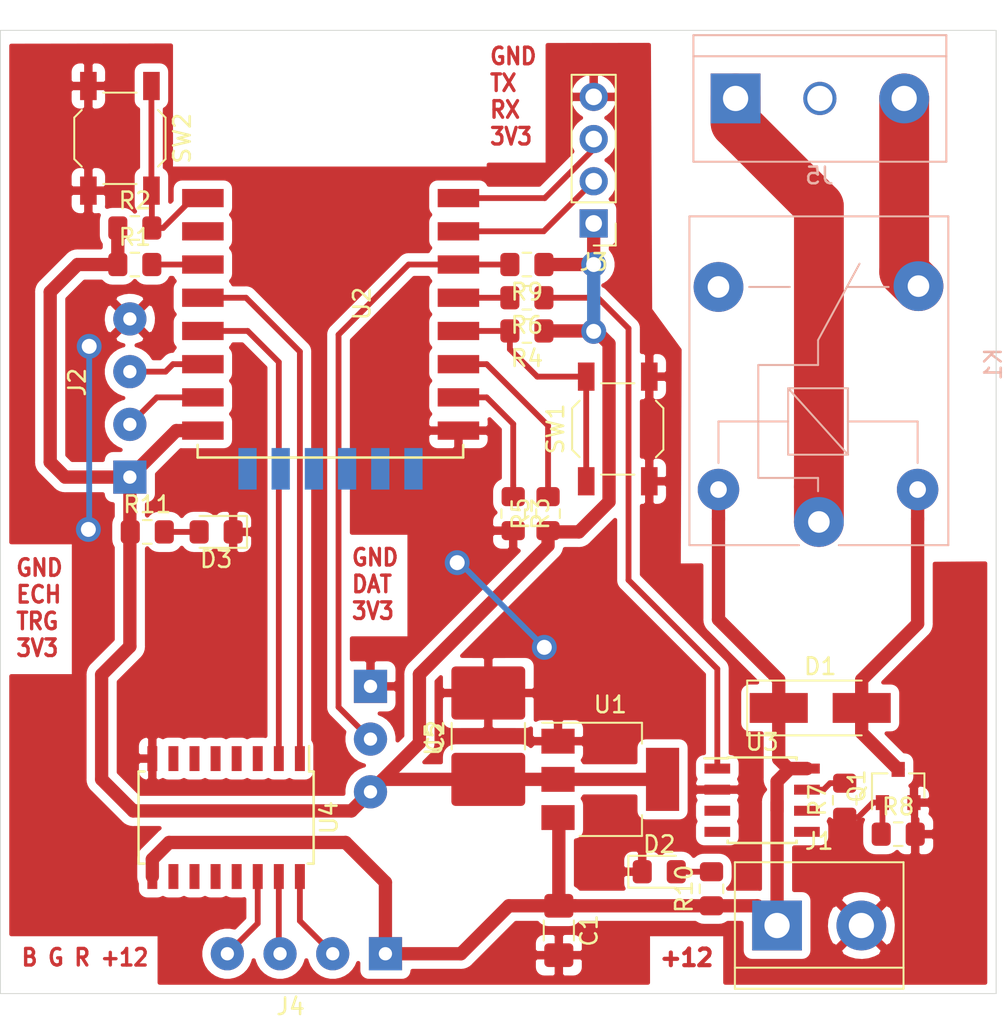
<source format=kicad_pcb>
(kicad_pcb (version 20171130) (host pcbnew "(5.1.0-0)")

  (general
    (thickness 1.6)
    (drawings 9)
    (tracks 142)
    (zones 0)
    (modules 30)
    (nets 46)
  )

  (page A4)
  (layers
    (0 F.Cu signal)
    (31 B.Cu signal)
    (32 B.Adhes user)
    (33 F.Adhes user)
    (34 B.Paste user)
    (35 F.Paste user)
    (36 B.SilkS user)
    (37 F.SilkS user)
    (38 B.Mask user)
    (39 F.Mask user)
    (40 Dwgs.User user)
    (41 Cmts.User user)
    (42 Eco1.User user)
    (43 Eco2.User user)
    (44 Edge.Cuts user)
    (45 Margin user)
    (46 B.CrtYd user)
    (47 F.CrtYd user)
    (48 B.Fab user)
    (49 F.Fab user)
  )

  (setup
    (last_trace_width 0.35)
    (trace_clearance 0.3)
    (zone_clearance 0.508)
    (zone_45_only no)
    (trace_min 0.2)
    (via_size 1.5)
    (via_drill 0.9)
    (via_min_size 0.4)
    (via_min_drill 0.3)
    (uvia_size 0.3)
    (uvia_drill 0.1)
    (uvias_allowed no)
    (uvia_min_size 0.2)
    (uvia_min_drill 0.1)
    (edge_width 0.05)
    (segment_width 0.2)
    (pcb_text_width 0.3)
    (pcb_text_size 1.5 1.5)
    (mod_edge_width 0.12)
    (mod_text_size 1 1)
    (mod_text_width 0.15)
    (pad_size 2 2)
    (pad_drill 1.52)
    (pad_to_mask_clearance 0.051)
    (solder_mask_min_width 0.25)
    (aux_axis_origin 0 0)
    (visible_elements FFFFFF7F)
    (pcbplotparams
      (layerselection 0x00000_7fffffff)
      (usegerberextensions false)
      (usegerberattributes false)
      (usegerberadvancedattributes false)
      (creategerberjobfile false)
      (excludeedgelayer false)
      (linewidth 0.100000)
      (plotframeref false)
      (viasonmask true)
      (mode 1)
      (useauxorigin false)
      (hpglpennumber 1)
      (hpglpenspeed 20)
      (hpglpendiameter 15.000000)
      (psnegative true)
      (psa4output false)
      (plotreference true)
      (plotvalue true)
      (plotinvisibletext false)
      (padsonsilk false)
      (subtractmaskfromsilk false)
      (outputformat 4)
      (mirror true)
      (drillshape 1)
      (scaleselection 1)
      (outputdirectory "fab"))
  )

  (net 0 "")
  (net 1 GND)
  (net 2 +12V)
  (net 3 +3V3)
  (net 4 "Net-(D1-Pad2)")
  (net 5 ECHO)
  (net 6 TRIG)
  (net 7 TXD)
  (net 8 RXD)
  (net 9 "Net-(J5-Pad2)")
  (net 10 "Net-(Q1-Pad1)")
  (net 11 "Net-(R1-Pad2)")
  (net 12 RST)
  (net 13 "Net-(R3-Pad1)")
  (net 14 "Net-(R4-Pad2)")
  (net 15 "Net-(R5-Pad2)")
  (net 16 RELAY)
  (net 17 "Net-(R6-Pad1)")
  (net 18 "Net-(R7-Pad2)")
  (net 19 TEMP)
  (net 20 "Net-(U2-Pad22)")
  (net 21 "Net-(U2-Pad21)")
  (net 22 "Net-(U2-Pad20)")
  (net 23 "Net-(U2-Pad19)")
  (net 24 "Net-(U2-Pad18)")
  (net 25 "Net-(U2-Pad17)")
  (net 26 LED_G)
  (net 27 LED_R)
  (net 28 "Net-(U2-Pad2)")
  (net 29 "Net-(U4-Pad13)")
  (net 30 "Net-(U4-Pad12)")
  (net 31 "Net-(U4-Pad11)")
  (net 32 "Net-(U4-Pad10)")
  (net 33 "Net-(U4-Pad7)")
  (net 34 "Net-(U4-Pad6)")
  (net 35 "Net-(U4-Pad5)")
  (net 36 "Net-(U4-Pad4)")
  (net 37 "Net-(U4-Pad3)")
  (net 38 /LED_B_OUT)
  (net 39 /LED_G_OUT)
  (net 40 /LED_R_OUT)
  (net 41 /HV_POW)
  (net 42 /HV_GND)
  (net 43 "Net-(D2-Pad2)")
  (net 44 "Net-(D3-Pad2)")
  (net 45 "Net-(K1-Pad3)")

  (net_class Default "This is the default net class."
    (clearance 0.3)
    (trace_width 0.35)
    (via_dia 1.5)
    (via_drill 0.9)
    (uvia_dia 0.3)
    (uvia_drill 0.1)
    (add_net /LED_B_OUT)
    (add_net /LED_G_OUT)
    (add_net /LED_R_OUT)
    (add_net ECHO)
    (add_net GND)
    (add_net LED_G)
    (add_net LED_R)
    (add_net "Net-(D2-Pad2)")
    (add_net "Net-(D3-Pad2)")
    (add_net "Net-(J5-Pad2)")
    (add_net "Net-(K1-Pad3)")
    (add_net "Net-(Q1-Pad1)")
    (add_net "Net-(R1-Pad2)")
    (add_net "Net-(R3-Pad1)")
    (add_net "Net-(R4-Pad2)")
    (add_net "Net-(R5-Pad2)")
    (add_net "Net-(R6-Pad1)")
    (add_net "Net-(R7-Pad2)")
    (add_net "Net-(U2-Pad17)")
    (add_net "Net-(U2-Pad18)")
    (add_net "Net-(U2-Pad19)")
    (add_net "Net-(U2-Pad2)")
    (add_net "Net-(U2-Pad20)")
    (add_net "Net-(U2-Pad21)")
    (add_net "Net-(U2-Pad22)")
    (add_net "Net-(U4-Pad10)")
    (add_net "Net-(U4-Pad11)")
    (add_net "Net-(U4-Pad12)")
    (add_net "Net-(U4-Pad13)")
    (add_net "Net-(U4-Pad3)")
    (add_net "Net-(U4-Pad4)")
    (add_net "Net-(U4-Pad5)")
    (add_net "Net-(U4-Pad6)")
    (add_net "Net-(U4-Pad7)")
    (add_net RELAY)
    (add_net RST)
    (add_net RXD)
    (add_net TEMP)
    (add_net TRIG)
    (add_net TXD)
  )

  (net_class HV ""
    (clearance 2)
    (trace_width 3)
    (via_dia 1.5)
    (via_drill 0.9)
    (uvia_dia 0.3)
    (uvia_drill 0.1)
    (add_net /HV_GND)
    (add_net /HV_POW)
  )

  (net_class VCC ""
    (clearance 0.3)
    (trace_width 0.8)
    (via_dia 1.5)
    (via_drill 0.9)
    (uvia_dia 0.3)
    (uvia_drill 0.1)
    (add_net +12V)
    (add_net +3V3)
    (add_net "Net-(D1-Pad2)")
  )

  (module LED_SMD:LED_0805_2012Metric_Pad1.15x1.40mm_HandSolder (layer F.Cu) (tedit 5B4B45C9) (tstamp 5D1C2F0B)
    (at 161 92.2 180)
    (descr "LED SMD 0805 (2012 Metric), square (rectangular) end terminal, IPC_7351 nominal, (Body size source: https://docs.google.com/spreadsheets/d/1BsfQQcO9C6DZCsRaXUlFlo91Tg2WpOkGARC1WS5S8t0/edit?usp=sharing), generated with kicad-footprint-generator")
    (tags "LED handsolder")
    (path /5D44E72C)
    (attr smd)
    (fp_text reference D3 (at 0 -1.65 180) (layer F.SilkS)
      (effects (font (size 1 1) (thickness 0.15)))
    )
    (fp_text value LED_2 (at 0 1.65 180) (layer F.Fab)
      (effects (font (size 1 1) (thickness 0.15)))
    )
    (fp_text user %R (at 0 0 180) (layer F.Fab)
      (effects (font (size 0.5 0.5) (thickness 0.08)))
    )
    (fp_line (start 1.85 0.95) (end -1.85 0.95) (layer F.CrtYd) (width 0.05))
    (fp_line (start 1.85 -0.95) (end 1.85 0.95) (layer F.CrtYd) (width 0.05))
    (fp_line (start -1.85 -0.95) (end 1.85 -0.95) (layer F.CrtYd) (width 0.05))
    (fp_line (start -1.85 0.95) (end -1.85 -0.95) (layer F.CrtYd) (width 0.05))
    (fp_line (start -1.86 0.96) (end 1 0.96) (layer F.SilkS) (width 0.12))
    (fp_line (start -1.86 -0.96) (end -1.86 0.96) (layer F.SilkS) (width 0.12))
    (fp_line (start 1 -0.96) (end -1.86 -0.96) (layer F.SilkS) (width 0.12))
    (fp_line (start 1 0.6) (end 1 -0.6) (layer F.Fab) (width 0.1))
    (fp_line (start -1 0.6) (end 1 0.6) (layer F.Fab) (width 0.1))
    (fp_line (start -1 -0.3) (end -1 0.6) (layer F.Fab) (width 0.1))
    (fp_line (start -0.7 -0.6) (end -1 -0.3) (layer F.Fab) (width 0.1))
    (fp_line (start 1 -0.6) (end -0.7 -0.6) (layer F.Fab) (width 0.1))
    (pad 2 smd roundrect (at 1.025 0 180) (size 1.15 1.4) (layers F.Cu F.Paste F.Mask) (roundrect_rratio 0.217391)
      (net 44 "Net-(D3-Pad2)"))
    (pad 1 smd roundrect (at -1.025 0 180) (size 1.15 1.4) (layers F.Cu F.Paste F.Mask) (roundrect_rratio 0.217391)
      (net 1 GND))
    (model ${KISYS3DMOD}/LED_SMD.3dshapes/LED_0805_2012Metric.wrl
      (at (xyz 0 0 0))
      (scale (xyz 1 1 1))
      (rotate (xyz 0 0 0))
    )
  )

  (module LED_SMD:LED_0805_2012Metric_Pad1.15x1.40mm_HandSolder (layer F.Cu) (tedit 5B4B45C9) (tstamp 5D1C2EF8)
    (at 187.7 112.6625)
    (descr "LED SMD 0805 (2012 Metric), square (rectangular) end terminal, IPC_7351 nominal, (Body size source: https://docs.google.com/spreadsheets/d/1BsfQQcO9C6DZCsRaXUlFlo91Tg2WpOkGARC1WS5S8t0/edit?usp=sharing), generated with kicad-footprint-generator")
    (tags "LED handsolder")
    (path /5D4831F0)
    (attr smd)
    (fp_text reference D2 (at 0 -1.65) (layer F.SilkS)
      (effects (font (size 1 1) (thickness 0.15)))
    )
    (fp_text value LED_1 (at 0 1.65) (layer F.Fab)
      (effects (font (size 1 1) (thickness 0.15)))
    )
    (fp_text user %R (at 0 0) (layer F.Fab)
      (effects (font (size 0.5 0.5) (thickness 0.08)))
    )
    (fp_line (start 1.85 0.95) (end -1.85 0.95) (layer F.CrtYd) (width 0.05))
    (fp_line (start 1.85 -0.95) (end 1.85 0.95) (layer F.CrtYd) (width 0.05))
    (fp_line (start -1.85 -0.95) (end 1.85 -0.95) (layer F.CrtYd) (width 0.05))
    (fp_line (start -1.85 0.95) (end -1.85 -0.95) (layer F.CrtYd) (width 0.05))
    (fp_line (start -1.86 0.96) (end 1 0.96) (layer F.SilkS) (width 0.12))
    (fp_line (start -1.86 -0.96) (end -1.86 0.96) (layer F.SilkS) (width 0.12))
    (fp_line (start 1 -0.96) (end -1.86 -0.96) (layer F.SilkS) (width 0.12))
    (fp_line (start 1 0.6) (end 1 -0.6) (layer F.Fab) (width 0.1))
    (fp_line (start -1 0.6) (end 1 0.6) (layer F.Fab) (width 0.1))
    (fp_line (start -1 -0.3) (end -1 0.6) (layer F.Fab) (width 0.1))
    (fp_line (start -0.7 -0.6) (end -1 -0.3) (layer F.Fab) (width 0.1))
    (fp_line (start 1 -0.6) (end -0.7 -0.6) (layer F.Fab) (width 0.1))
    (pad 2 smd roundrect (at 1.025 0) (size 1.15 1.4) (layers F.Cu F.Paste F.Mask) (roundrect_rratio 0.217391)
      (net 43 "Net-(D2-Pad2)"))
    (pad 1 smd roundrect (at -1.025 0) (size 1.15 1.4) (layers F.Cu F.Paste F.Mask) (roundrect_rratio 0.217391)
      (net 1 GND))
    (model ${KISYS3DMOD}/LED_SMD.3dshapes/LED_0805_2012Metric.wrl
      (at (xyz 0 0 0))
      (scale (xyz 1 1 1))
      (rotate (xyz 0 0 0))
    )
  )

  (module Resistor_SMD:R_0805_2012Metric_Pad1.15x1.40mm_HandSolder (layer F.Cu) (tedit 5B36C52B) (tstamp 5D1C262D)
    (at 156.85 92.2)
    (descr "Resistor SMD 0805 (2012 Metric), square (rectangular) end terminal, IPC_7351 nominal with elongated pad for handsoldering. (Body size source: https://docs.google.com/spreadsheets/d/1BsfQQcO9C6DZCsRaXUlFlo91Tg2WpOkGARC1WS5S8t0/edit?usp=sharing), generated with kicad-footprint-generator")
    (tags "resistor handsolder")
    (path /5D44D425)
    (attr smd)
    (fp_text reference R11 (at 0 -1.65) (layer F.SilkS)
      (effects (font (size 1 1) (thickness 0.15)))
    )
    (fp_text value 160R (at 0 1.65) (layer F.Fab)
      (effects (font (size 1 1) (thickness 0.15)))
    )
    (fp_text user %R (at 0 0) (layer F.Fab)
      (effects (font (size 0.5 0.5) (thickness 0.08)))
    )
    (fp_line (start 1.85 0.95) (end -1.85 0.95) (layer F.CrtYd) (width 0.05))
    (fp_line (start 1.85 -0.95) (end 1.85 0.95) (layer F.CrtYd) (width 0.05))
    (fp_line (start -1.85 -0.95) (end 1.85 -0.95) (layer F.CrtYd) (width 0.05))
    (fp_line (start -1.85 0.95) (end -1.85 -0.95) (layer F.CrtYd) (width 0.05))
    (fp_line (start -0.261252 0.71) (end 0.261252 0.71) (layer F.SilkS) (width 0.12))
    (fp_line (start -0.261252 -0.71) (end 0.261252 -0.71) (layer F.SilkS) (width 0.12))
    (fp_line (start 1 0.6) (end -1 0.6) (layer F.Fab) (width 0.1))
    (fp_line (start 1 -0.6) (end 1 0.6) (layer F.Fab) (width 0.1))
    (fp_line (start -1 -0.6) (end 1 -0.6) (layer F.Fab) (width 0.1))
    (fp_line (start -1 0.6) (end -1 -0.6) (layer F.Fab) (width 0.1))
    (pad 2 smd roundrect (at 1.025 0) (size 1.15 1.4) (layers F.Cu F.Paste F.Mask) (roundrect_rratio 0.217391)
      (net 44 "Net-(D3-Pad2)"))
    (pad 1 smd roundrect (at -1.025 0) (size 1.15 1.4) (layers F.Cu F.Paste F.Mask) (roundrect_rratio 0.217391)
      (net 3 +3V3))
    (model ${KISYS3DMOD}/Resistor_SMD.3dshapes/R_0805_2012Metric.wrl
      (at (xyz 0 0 0))
      (scale (xyz 1 1 1))
      (rotate (xyz 0 0 0))
    )
  )

  (module Resistor_SMD:R_0805_2012Metric_Pad1.15x1.40mm_HandSolder (layer F.Cu) (tedit 5B36C52B) (tstamp 5D1C34AD)
    (at 190.85 113.6875 90)
    (descr "Resistor SMD 0805 (2012 Metric), square (rectangular) end terminal, IPC_7351 nominal with elongated pad for handsoldering. (Body size source: https://docs.google.com/spreadsheets/d/1BsfQQcO9C6DZCsRaXUlFlo91Tg2WpOkGARC1WS5S8t0/edit?usp=sharing), generated with kicad-footprint-generator")
    (tags "resistor handsolder")
    (path /5D482239)
    (attr smd)
    (fp_text reference R10 (at 0 -1.65 270) (layer F.SilkS)
      (effects (font (size 1 1) (thickness 0.15)))
    )
    (fp_text value 1K (at 0 1.65 90) (layer F.Fab)
      (effects (font (size 1 1) (thickness 0.15)))
    )
    (fp_text user %R (at 0 0) (layer F.Fab)
      (effects (font (size 0.5 0.5) (thickness 0.08)))
    )
    (fp_line (start 1.85 0.95) (end -1.85 0.95) (layer F.CrtYd) (width 0.05))
    (fp_line (start 1.85 -0.95) (end 1.85 0.95) (layer F.CrtYd) (width 0.05))
    (fp_line (start -1.85 -0.95) (end 1.85 -0.95) (layer F.CrtYd) (width 0.05))
    (fp_line (start -1.85 0.95) (end -1.85 -0.95) (layer F.CrtYd) (width 0.05))
    (fp_line (start -0.261252 0.71) (end 0.261252 0.71) (layer F.SilkS) (width 0.12))
    (fp_line (start -0.261252 -0.71) (end 0.261252 -0.71) (layer F.SilkS) (width 0.12))
    (fp_line (start 1 0.6) (end -1 0.6) (layer F.Fab) (width 0.1))
    (fp_line (start 1 -0.6) (end 1 0.6) (layer F.Fab) (width 0.1))
    (fp_line (start -1 -0.6) (end 1 -0.6) (layer F.Fab) (width 0.1))
    (fp_line (start -1 0.6) (end -1 -0.6) (layer F.Fab) (width 0.1))
    (pad 2 smd roundrect (at 1.025 0 90) (size 1.15 1.4) (layers F.Cu F.Paste F.Mask) (roundrect_rratio 0.217391)
      (net 43 "Net-(D2-Pad2)"))
    (pad 1 smd roundrect (at -1.025 0 90) (size 1.15 1.4) (layers F.Cu F.Paste F.Mask) (roundrect_rratio 0.217391)
      (net 2 +12V))
    (model ${KISYS3DMOD}/Resistor_SMD.3dshapes/R_0805_2012Metric.wrl
      (at (xyz 0 0 0))
      (scale (xyz 1 1 1))
      (rotate (xyz 0 0 0))
    )
  )

  (module ESP8266:ESP-12E_SMD (layer F.Cu) (tedit 5D1A737C) (tstamp 5D1A716B)
    (at 160.9 72.1)
    (descr "Module, ESP-8266, ESP-12, 16 pad, SMD")
    (tags "Module ESP-8266 ESP8266")
    (path /5D1A45BF)
    (attr virtual)
    (fp_text reference U2 (at 8.89 6.35 90) (layer F.SilkS)
      (effects (font (size 1 1) (thickness 0.15)))
    )
    (fp_text value ESP-12E (at 5.08 6.35 90) (layer F.Fab) hide
      (effects (font (size 1 1) (thickness 0.15)))
    )
    (fp_line (start -1.008 -8.4) (end 14.992 -8.4) (layer F.Fab) (width 0.05))
    (fp_line (start -1.008 15.6) (end -1.008 -8.4) (layer F.Fab) (width 0.05))
    (fp_line (start 14.992 15.6) (end -1.008 15.6) (layer F.Fab) (width 0.05))
    (fp_line (start 15 -8.4) (end 15 15.6) (layer F.Fab) (width 0.05))
    (fp_line (start -1.008 -2.6) (end 14.992 -2.6) (layer F.CrtYd) (width 0.1524))
    (fp_text user "No Copper" (at 6.892 -5.4) (layer F.CrtYd)
      (effects (font (size 1 1) (thickness 0.15)))
    )
    (fp_line (start -1.008 -8.4) (end 14.992 -2.6) (layer F.CrtYd) (width 0.1524))
    (fp_line (start 14.992 -8.4) (end -1.008 -2.6) (layer F.CrtYd) (width 0.1524))
    (fp_line (start 14.986 15.621) (end 14.986 14.859) (layer F.SilkS) (width 0.1524))
    (fp_line (start -1.016 15.621) (end 14.986 15.621) (layer F.SilkS) (width 0.1524))
    (fp_line (start -1.016 14.859) (end -1.016 15.621) (layer F.SilkS) (width 0.1524))
    (fp_line (start -1.016 -8.382) (end -1.016 -1.016) (layer F.CrtYd) (width 0.1524))
    (fp_line (start 14.986 -8.382) (end 14.986 -0.889) (layer F.CrtYd) (width 0.1524))
    (fp_line (start -1.016 -8.382) (end 14.986 -8.382) (layer F.CrtYd) (width 0.1524))
    (fp_line (start -2.25 16) (end -2.25 -0.5) (layer F.CrtYd) (width 0.05))
    (fp_line (start 16.25 16) (end -2.25 16) (layer F.CrtYd) (width 0.05))
    (fp_line (start 16.25 -8.75) (end 16.25 16) (layer F.CrtYd) (width 0.05))
    (fp_line (start 15.25 -8.75) (end 16.25 -8.75) (layer F.CrtYd) (width 0.05))
    (fp_line (start -2.25 -8.75) (end 15.25 -8.75) (layer F.CrtYd) (width 0.05))
    (fp_line (start -2.25 -0.5) (end -2.25 -8.75) (layer F.CrtYd) (width 0.05))
    (pad 22 smd rect (at 11.99 17 270) (size 2.5 1.1) (drill (offset -0.7 0)) (layers B.Cu B.Paste B.Mask)
      (net 20 "Net-(U2-Pad22)"))
    (pad 21 smd rect (at 9.99 17 270) (size 2.5 1.1) (drill (offset -0.7 0)) (layers B.Cu B.Paste B.Mask)
      (net 21 "Net-(U2-Pad21)"))
    (pad 20 smd rect (at 7.99 17 270) (size 2.5 1.1) (drill (offset -0.7 0)) (layers B.Cu B.Paste B.Mask)
      (net 22 "Net-(U2-Pad20)"))
    (pad 19 smd rect (at 5.99 17 270) (size 2.5 1.1) (drill (offset -0.7 0)) (layers B.Cu B.Paste B.Mask)
      (net 23 "Net-(U2-Pad19)"))
    (pad 18 smd rect (at 3.99 17 270) (size 2.5 1.1) (drill (offset -0.7 0)) (layers B.Cu B.Paste B.Mask)
      (net 24 "Net-(U2-Pad18)"))
    (pad 17 smd rect (at 1.99 17 270) (size 2.5 1.1) (drill (offset -0.7 0)) (layers B.Cu B.Paste B.Mask)
      (net 25 "Net-(U2-Pad17)"))
    (pad 16 smd rect (at 14 0) (size 2.5 1.1) (drill (offset 0.7 0)) (layers F.Cu F.Paste F.Mask)
      (net 7 TXD))
    (pad 15 smd rect (at 14 2) (size 2.5 1.1) (drill (offset 0.7 0)) (layers F.Cu F.Paste F.Mask)
      (net 8 RXD))
    (pad 14 smd rect (at 14 4) (size 2.5 1.1) (drill (offset 0.7 0)) (layers F.Cu F.Paste F.Mask)
      (net 19 TEMP))
    (pad 13 smd rect (at 14 6) (size 2.5 1.1) (drill (offset 0.7 0)) (layers F.Cu F.Paste F.Mask)
      (net 16 RELAY))
    (pad 12 smd rect (at 14 8) (size 2.5 1.1) (drill (offset 0.7 0)) (layers F.Cu F.Paste F.Mask)
      (net 14 "Net-(R4-Pad2)"))
    (pad 11 smd rect (at 14 10) (size 2.5 1.1) (drill (offset 0.7 0)) (layers F.Cu F.Paste F.Mask)
      (net 15 "Net-(R5-Pad2)"))
    (pad 10 smd rect (at 14 12) (size 2.5 1.1) (drill (offset 0.7 0)) (layers F.Cu F.Paste F.Mask)
      (net 13 "Net-(R3-Pad1)"))
    (pad 9 smd rect (at 14 14) (size 2.5 1.1) (drill (offset 0.7 0)) (layers F.Cu F.Paste F.Mask)
      (net 1 GND))
    (pad 8 smd rect (at 0 14) (size 2.5 1.1) (drill (offset -0.7 0)) (layers F.Cu F.Paste F.Mask)
      (net 3 +3V3))
    (pad 7 smd rect (at 0 12) (size 2.5 1.1) (drill (offset -0.7 0)) (layers F.Cu F.Paste F.Mask)
      (net 6 TRIG))
    (pad 6 smd rect (at 0 10) (size 2.5 1.1) (drill (offset -0.7 0)) (layers F.Cu F.Paste F.Mask)
      (net 5 ECHO))
    (pad 5 smd rect (at 0 8) (size 2.5 1.1) (drill (offset -0.7 0)) (layers F.Cu F.Paste F.Mask)
      (net 26 LED_G))
    (pad 4 smd rect (at 0 6) (size 2.5 1.1) (drill (offset -0.7 0)) (layers F.Cu F.Paste F.Mask)
      (net 27 LED_R))
    (pad 3 smd rect (at 0 4) (size 2.5 1.1) (drill (offset -0.7 0)) (layers F.Cu F.Paste F.Mask)
      (net 11 "Net-(R1-Pad2)"))
    (pad 2 smd rect (at 0 2) (size 2.5 1.1) (drill (offset -0.7 0)) (layers F.Cu F.Paste F.Mask)
      (net 28 "Net-(U2-Pad2)"))
    (pad 1 smd rect (at 0 0) (size 2.5 1.1) (drill (offset -0.7 0)) (layers F.Cu F.Paste F.Mask)
      (net 12 RST))
    (model ${ESPLIB}/ESP8266.3dshapes/ESP-12.wrl
      (at (xyz 0 0 0))
      (scale (xyz 0.3937 0.3937 0.3937))
      (rotate (xyz 0 0 0))
    )
    (model /Users/h4/kicad/libraries/kicad-ESP8266/ESP8266.3dshapes/ESP-12E.wrl
      (at (xyz 0 0 0))
      (scale (xyz 1 1 1))
      (rotate (xyz 0 0 0))
    )
  )

  (module Connector_Wire:SolderWirePad_1x03_P3.175mm_Drill0.8mm (layer F.Cu) (tedit 5AEE57A0) (tstamp 5D1A71B9)
    (at 170.3 101.5 270)
    (descr "Wire solder connection")
    (tags connector)
    (path /5D1C8DC2)
    (attr virtual)
    (fp_text reference U5 (at 3.175 -3.81 270) (layer F.SilkS)
      (effects (font (size 1 1) (thickness 0.15)))
    )
    (fp_text value DS18B20 (at 3.175 3.175 270) (layer F.Fab)
      (effects (font (size 1 1) (thickness 0.15)))
    )
    (fp_line (start 7.85 1.5) (end -1.49 1.5) (layer F.CrtYd) (width 0.05))
    (fp_line (start 7.85 1.5) (end 7.85 -1.5) (layer F.CrtYd) (width 0.05))
    (fp_line (start -1.49 -1.5) (end -1.49 1.5) (layer F.CrtYd) (width 0.05))
    (fp_line (start -1.49 -1.5) (end 7.85 -1.5) (layer F.CrtYd) (width 0.05))
    (fp_text user %R (at 3.175 0 270) (layer F.Fab)
      (effects (font (size 1 1) (thickness 0.15)))
    )
    (pad 3 thru_hole circle (at 6.35 0 270) (size 1.99898 1.99898) (drill 0.8001) (layers *.Cu *.Mask)
      (net 3 +3V3))
    (pad 2 thru_hole circle (at 3.175 0 270) (size 1.99898 1.99898) (drill 0.8001) (layers *.Cu *.Mask)
      (net 19 TEMP))
    (pad 1 thru_hole rect (at 0 0 270) (size 1.99898 1.99898) (drill 0.8001) (layers *.Cu *.Mask)
      (net 1 GND))
  )

  (module Connector_Wire:SolderWirePad_1x04_P3.175mm_Drill0.8mm (layer F.Cu) (tedit 5AEE5FAE) (tstamp 5D1A797D)
    (at 171.2 117.6 180)
    (descr "Wire solder connection")
    (tags connector)
    (path /5D1DAB75)
    (attr virtual)
    (fp_text reference J4 (at 5.715 -3.175 180) (layer F.SilkS)
      (effects (font (size 1 1) (thickness 0.15)))
    )
    (fp_text value LED (at 5.715 3.175 180) (layer F.Fab)
      (effects (font (size 1 1) (thickness 0.15)))
    )
    (fp_line (start 11.02 1.5) (end -1.5 1.5) (layer F.CrtYd) (width 0.05))
    (fp_line (start 11.02 1.5) (end 11.02 -1.5) (layer F.CrtYd) (width 0.05))
    (fp_line (start -1.5 -1.5) (end -1.5 1.5) (layer F.CrtYd) (width 0.05))
    (fp_line (start -1.5 -1.5) (end 11.02 -1.5) (layer F.CrtYd) (width 0.05))
    (fp_text user %R (at 5.715 0 180) (layer F.Fab)
      (effects (font (size 1 1) (thickness 0.15)))
    )
    (pad 4 thru_hole circle (at 9.525 0 180) (size 1.99898 1.99898) (drill 0.8001) (layers *.Cu *.Mask)
      (net 38 /LED_B_OUT))
    (pad 3 thru_hole circle (at 6.35 0 180) (size 1.99898 1.99898) (drill 0.8001) (layers *.Cu *.Mask)
      (net 39 /LED_G_OUT))
    (pad 2 thru_hole circle (at 3.175 0 180) (size 1.99898 1.99898) (drill 0.8001) (layers *.Cu *.Mask)
      (net 40 /LED_R_OUT))
    (pad 1 thru_hole rect (at 0 0 180) (size 1.99898 1.99898) (drill 0.8001) (layers *.Cu *.Mask)
      (net 2 +12V))
  )

  (module Connector_Wire:SolderWirePad_1x04_P3.175mm_Drill0.8mm (layer F.Cu) (tedit 5AEE5FAE) (tstamp 5D1A6FB7)
    (at 155.8 88.9 90)
    (descr "Wire solder connection")
    (tags connector)
    (path /5D2962C0)
    (attr virtual)
    (fp_text reference J2 (at 5.715 -3.175 90) (layer F.SilkS)
      (effects (font (size 1 1) (thickness 0.15)))
    )
    (fp_text value SR_04 (at 5.715 3.175 90) (layer F.Fab)
      (effects (font (size 1 1) (thickness 0.15)))
    )
    (fp_line (start 11.02 1.5) (end -1.5 1.5) (layer F.CrtYd) (width 0.05))
    (fp_line (start 11.02 1.5) (end 11.02 -1.5) (layer F.CrtYd) (width 0.05))
    (fp_line (start -1.5 -1.5) (end -1.5 1.5) (layer F.CrtYd) (width 0.05))
    (fp_line (start -1.5 -1.5) (end 11.02 -1.5) (layer F.CrtYd) (width 0.05))
    (fp_text user %R (at 5.715 0 90) (layer F.Fab)
      (effects (font (size 1 1) (thickness 0.15)))
    )
    (pad 4 thru_hole circle (at 9.525 0 90) (size 1.99898 1.99898) (drill 0.8001) (layers *.Cu *.Mask)
      (net 1 GND))
    (pad 3 thru_hole circle (at 6.35 0 90) (size 1.99898 1.99898) (drill 0.8001) (layers *.Cu *.Mask)
      (net 5 ECHO))
    (pad 2 thru_hole circle (at 3.175 0 90) (size 1.99898 1.99898) (drill 0.8001) (layers *.Cu *.Mask)
      (net 6 TRIG))
    (pad 1 thru_hole rect (at 0 0 90) (size 1.99898 1.99898) (drill 0.8001) (layers *.Cu *.Mask)
      (net 3 +3V3))
  )

  (module Relay_THT:Relay_SPDT_SANYOU_SRD_Series_Form_C (layer B.Cu) (tedit 5D1A5F2B) (tstamp 5D1A700D)
    (at 197.32 91.6 90)
    (descr "relay Sanyou SRD series Form C http://www.sanyourelay.ca/public/products/pdf/SRD.pdf")
    (tags "relay Sanyu SRD form C")
    (path /5D1A779F)
    (fp_text reference K1 (at 9.5 10.5 -90) (layer B.SilkS)
      (effects (font (size 1 1) (thickness 0.15)) (justify mirror))
    )
    (fp_text value G5Q-1 (at 9 -3 -90) (layer B.Fab)
      (effects (font (size 1 1) (thickness 0.15)) (justify mirror))
    )
    (fp_line (start 8.05 -1.85) (end 4.05 -1.85) (layer B.SilkS) (width 0.12))
    (fp_line (start 8.05 1.75) (end 8.05 -1.85) (layer B.SilkS) (width 0.12))
    (fp_line (start 4.05 1.75) (end 8.05 1.75) (layer B.SilkS) (width 0.12))
    (fp_line (start 4.05 -1.85) (end 4.05 1.75) (layer B.SilkS) (width 0.12))
    (fp_line (start 8.05 -1.85) (end 4.05 1.75) (layer B.SilkS) (width 0.12))
    (fp_line (start 6.05 -1.85) (end 6.05 -6.05) (layer B.SilkS) (width 0.12))
    (fp_line (start 6.05 5.95) (end 6.05 1.75) (layer B.SilkS) (width 0.12))
    (fp_line (start 2.65 -0.05) (end 2.65 -3.65) (layer B.SilkS) (width 0.12))
    (fp_line (start 9.45 -0.05) (end 9.45 -3.65) (layer B.SilkS) (width 0.12))
    (fp_line (start 9.45 -3.65) (end 2.65 -3.65) (layer B.SilkS) (width 0.12))
    (fp_line (start 10.95 -0.05) (end 15.55 2.45) (layer B.SilkS) (width 0.12))
    (fp_line (start 9.45 -0.05) (end 10.95 -0.05) (layer B.SilkS) (width 0.12))
    (fp_line (start 6.05 5.95) (end 3.55 5.95) (layer B.SilkS) (width 0.12))
    (fp_line (start 2.65 -0.05) (end 1.85 -0.05) (layer B.SilkS) (width 0.12))
    (fp_line (start 3.55 -6.05) (end 6.05 -6.05) (layer B.SilkS) (width 0.12))
    (fp_line (start 14.15 4.2) (end 14.15 1.7) (layer B.SilkS) (width 0.12))
    (fp_line (start 14.15 -4.2) (end 14.15 -1.75) (layer B.SilkS) (width 0.12))
    (fp_line (start -1.55 -7.95) (end 18.55 -7.95) (layer B.CrtYd) (width 0.05))
    (fp_line (start 18.55 7.95) (end 18.55 -7.95) (layer B.CrtYd) (width 0.05))
    (fp_line (start -1.55 -7.95) (end -1.55 7.95) (layer B.CrtYd) (width 0.05))
    (fp_line (start 18.55 7.95) (end -1.55 7.95) (layer B.CrtYd) (width 0.05))
    (fp_text user %R (at 8.89 3.81 90) (layer B.Fab)
      (effects (font (size 1 1) (thickness 0.15)) (justify mirror))
    )
    (fp_line (start -1.3 -7.7) (end -1.3 7.7) (layer B.Fab) (width 0.12))
    (fp_line (start 18.3 -7.7) (end -1.3 -7.7) (layer B.Fab) (width 0.12))
    (fp_line (start 18.3 7.7) (end 18.3 -7.7) (layer B.Fab) (width 0.12))
    (fp_line (start -1.3 7.7) (end 18.3 7.7) (layer B.Fab) (width 0.12))
    (fp_text user 1 (at 0 2.3 90) (layer B.Fab)
      (effects (font (size 1 1) (thickness 0.15)) (justify mirror))
    )
    (fp_line (start 18.4 -7.8) (end -1.4 -7.8) (layer B.SilkS) (width 0.12))
    (fp_line (start 18.4 7.8) (end 18.4 -7.8) (layer B.SilkS) (width 0.12))
    (fp_line (start -1.4 7.8) (end 18.4 7.8) (layer B.SilkS) (width 0.12))
    (fp_line (start -1.4 7.8) (end -1.4 1.2) (layer B.SilkS) (width 0.12))
    (fp_line (start -1.4 -1.2) (end -1.4 -7.8) (layer B.SilkS) (width 0.12))
    (pad 2 thru_hole circle (at 0 0) (size 3 3) (drill 1.3) (layers *.Cu *.Mask)
      (net 41 /HV_POW))
    (pad 5 thru_hole circle (at 1.95 5.95) (size 2.5 2.5) (drill 1) (layers *.Cu *.Mask)
      (net 4 "Net-(D1-Pad2)"))
    (pad 4 thru_hole circle (at 14.2 6) (size 3 3) (drill 1.3) (layers *.Cu *.Mask)
      (net 42 /HV_GND))
    (pad 3 thru_hole circle (at 14.15 -6.05) (size 3 3) (drill 1.3) (layers *.Cu *.Mask)
      (net 45 "Net-(K1-Pad3)"))
    (pad 1 thru_hole circle (at 1.95 -6.05) (size 2.5 2.5) (drill 1) (layers *.Cu *.Mask)
      (net 2 +12V))
    (model ${KISYS3DMOD}/Relay_THT.3dshapes/Relay_SPDT_SANYOU_SRD_Series_Form_C.wrl
      (at (xyz 0 0 0))
      (scale (xyz 1 1 1))
      (rotate (xyz 0 0 0))
    )
  )

  (module Package_SO:SOIC-16W_5.3x10.2mm_P1.27mm (layer F.Cu) (tedit 5A02F2D3) (tstamp 5D1B1D25)
    (at 161.6 109.4 270)
    (descr "16-Lead Plastic Small Outline (SO) - Wide, 5.3 mm Body (http://www.ti.com/lit/ml/msop002a/msop002a.pdf)")
    (tags "SOIC 1.27")
    (path /5D1D3FEC)
    (attr smd)
    (fp_text reference U4 (at 0 -6.2 270) (layer F.SilkS)
      (effects (font (size 1 1) (thickness 0.15)))
    )
    (fp_text value ULN2003A (at 0 6.2 270) (layer F.Fab)
      (effects (font (size 1 1) (thickness 0.15)))
    )
    (fp_line (start -2.775 -5) (end -4.3 -5) (layer F.SilkS) (width 0.15))
    (fp_line (start -2.775 5.275) (end 2.775 5.275) (layer F.SilkS) (width 0.15))
    (fp_line (start -2.775 -5.275) (end 2.775 -5.275) (layer F.SilkS) (width 0.15))
    (fp_line (start -2.775 5.275) (end -2.775 4.92) (layer F.SilkS) (width 0.15))
    (fp_line (start 2.775 5.275) (end 2.775 4.92) (layer F.SilkS) (width 0.15))
    (fp_line (start 2.775 -5.275) (end 2.775 -4.92) (layer F.SilkS) (width 0.15))
    (fp_line (start -2.775 -5.275) (end -2.775 -5) (layer F.SilkS) (width 0.15))
    (fp_line (start -4.55 5.45) (end 4.55 5.45) (layer F.CrtYd) (width 0.05))
    (fp_line (start -4.55 -5.45) (end 4.55 -5.45) (layer F.CrtYd) (width 0.05))
    (fp_line (start 4.55 -5.45) (end 4.55 5.45) (layer F.CrtYd) (width 0.05))
    (fp_line (start -4.55 -5.45) (end -4.55 5.45) (layer F.CrtYd) (width 0.05))
    (fp_line (start -2.65 -4.1) (end -1.65 -5.1) (layer F.Fab) (width 0.15))
    (fp_line (start -2.65 5.1) (end -2.65 -4.1) (layer F.Fab) (width 0.15))
    (fp_line (start 2.65 5.1) (end -2.65 5.1) (layer F.Fab) (width 0.15))
    (fp_line (start 2.65 -5.1) (end 2.65 5.1) (layer F.Fab) (width 0.15))
    (fp_line (start -1.65 -5.1) (end 2.65 -5.1) (layer F.Fab) (width 0.15))
    (fp_text user %R (at 0 0 90) (layer F.Fab)
      (effects (font (size 1 1) (thickness 0.15)))
    )
    (pad 16 smd rect (at 3.55 -4.445 270) (size 1.5 0.6) (layers F.Cu F.Paste F.Mask)
      (net 40 /LED_R_OUT))
    (pad 15 smd rect (at 3.55 -3.175 270) (size 1.5 0.6) (layers F.Cu F.Paste F.Mask)
      (net 39 /LED_G_OUT))
    (pad 14 smd rect (at 3.55 -1.905 270) (size 1.5 0.6) (layers F.Cu F.Paste F.Mask)
      (net 38 /LED_B_OUT))
    (pad 13 smd rect (at 3.55 -0.635 270) (size 1.5 0.6) (layers F.Cu F.Paste F.Mask)
      (net 29 "Net-(U4-Pad13)"))
    (pad 12 smd rect (at 3.55 0.635 270) (size 1.5 0.6) (layers F.Cu F.Paste F.Mask)
      (net 30 "Net-(U4-Pad12)"))
    (pad 11 smd rect (at 3.55 1.905 270) (size 1.5 0.6) (layers F.Cu F.Paste F.Mask)
      (net 31 "Net-(U4-Pad11)"))
    (pad 10 smd rect (at 3.55 3.175 270) (size 1.5 0.6) (layers F.Cu F.Paste F.Mask)
      (net 32 "Net-(U4-Pad10)"))
    (pad 9 smd rect (at 3.55 4.445 270) (size 1.5 0.6) (layers F.Cu F.Paste F.Mask)
      (net 2 +12V))
    (pad 8 smd rect (at -3.55 4.445 270) (size 1.5 0.6) (layers F.Cu F.Paste F.Mask)
      (net 1 GND))
    (pad 7 smd rect (at -3.55 3.175 270) (size 1.5 0.6) (layers F.Cu F.Paste F.Mask)
      (net 33 "Net-(U4-Pad7)"))
    (pad 6 smd rect (at -3.55 1.905 270) (size 1.5 0.6) (layers F.Cu F.Paste F.Mask)
      (net 34 "Net-(U4-Pad6)"))
    (pad 5 smd rect (at -3.55 0.635 270) (size 1.5 0.6) (layers F.Cu F.Paste F.Mask)
      (net 35 "Net-(U4-Pad5)"))
    (pad 4 smd rect (at -3.55 -0.635 270) (size 1.5 0.6) (layers F.Cu F.Paste F.Mask)
      (net 36 "Net-(U4-Pad4)"))
    (pad 3 smd rect (at -3.55 -1.905 270) (size 1.5 0.6) (layers F.Cu F.Paste F.Mask)
      (net 37 "Net-(U4-Pad3)"))
    (pad 2 smd rect (at -3.55 -3.175 270) (size 1.5 0.6) (layers F.Cu F.Paste F.Mask)
      (net 26 LED_G))
    (pad 1 smd rect (at -3.55 -4.445 270) (size 1.5 0.6) (layers F.Cu F.Paste F.Mask)
      (net 27 LED_R))
    (model ${KISYS3DMOD}/Package_SO.3dshapes/SOIC-16W_5.3x10.2mm_P1.27mm.wrl
      (at (xyz 0 0 0))
      (scale (xyz 1 1 1))
      (rotate (xyz 0 0 0))
    )
  )

  (module Package_SO:SOIC-8_3.9x4.9mm_P1.27mm (layer F.Cu) (tedit 5A02F2D3) (tstamp 5D1AADD6)
    (at 193.9 108.355)
    (descr "8-Lead Plastic Small Outline (SN) - Narrow, 3.90 mm Body [SOIC] (see Microchip Packaging Specification http://ww1.microchip.com/downloads/en/PackagingSpec/00000049BQ.pdf)")
    (tags "SOIC 1.27")
    (path /5D1ADB32)
    (attr smd)
    (fp_text reference U3 (at 0 -3.5) (layer F.SilkS)
      (effects (font (size 1 1) (thickness 0.15)))
    )
    (fp_text value MOCD207M (at 0 3.5) (layer F.Fab)
      (effects (font (size 1 1) (thickness 0.15)))
    )
    (fp_line (start -2.075 -2.525) (end -3.475 -2.525) (layer F.SilkS) (width 0.15))
    (fp_line (start -2.075 2.575) (end 2.075 2.575) (layer F.SilkS) (width 0.15))
    (fp_line (start -2.075 -2.575) (end 2.075 -2.575) (layer F.SilkS) (width 0.15))
    (fp_line (start -2.075 2.575) (end -2.075 2.43) (layer F.SilkS) (width 0.15))
    (fp_line (start 2.075 2.575) (end 2.075 2.43) (layer F.SilkS) (width 0.15))
    (fp_line (start 2.075 -2.575) (end 2.075 -2.43) (layer F.SilkS) (width 0.15))
    (fp_line (start -2.075 -2.575) (end -2.075 -2.525) (layer F.SilkS) (width 0.15))
    (fp_line (start -3.73 2.7) (end 3.73 2.7) (layer F.CrtYd) (width 0.05))
    (fp_line (start -3.73 -2.7) (end 3.73 -2.7) (layer F.CrtYd) (width 0.05))
    (fp_line (start 3.73 -2.7) (end 3.73 2.7) (layer F.CrtYd) (width 0.05))
    (fp_line (start -3.73 -2.7) (end -3.73 2.7) (layer F.CrtYd) (width 0.05))
    (fp_line (start -1.95 -1.45) (end -0.95 -2.45) (layer F.Fab) (width 0.1))
    (fp_line (start -1.95 2.45) (end -1.95 -1.45) (layer F.Fab) (width 0.1))
    (fp_line (start 1.95 2.45) (end -1.95 2.45) (layer F.Fab) (width 0.1))
    (fp_line (start 1.95 -2.45) (end 1.95 2.45) (layer F.Fab) (width 0.1))
    (fp_line (start -0.95 -2.45) (end 1.95 -2.45) (layer F.Fab) (width 0.1))
    (fp_text user %R (at 0 0) (layer F.Fab)
      (effects (font (size 1 1) (thickness 0.15)))
    )
    (pad 8 smd rect (at 2.7 -1.905) (size 1.55 0.6) (layers F.Cu F.Paste F.Mask)
      (net 2 +12V))
    (pad 7 smd rect (at 2.7 -0.635) (size 1.55 0.6) (layers F.Cu F.Paste F.Mask)
      (net 18 "Net-(R7-Pad2)"))
    (pad 6 smd rect (at 2.7 0.635) (size 1.55 0.6) (layers F.Cu F.Paste F.Mask))
    (pad 5 smd rect (at 2.7 1.905) (size 1.55 0.6) (layers F.Cu F.Paste F.Mask))
    (pad 4 smd rect (at -2.7 1.905) (size 1.55 0.6) (layers F.Cu F.Paste F.Mask))
    (pad 3 smd rect (at -2.7 0.635) (size 1.55 0.6) (layers F.Cu F.Paste F.Mask))
    (pad 2 smd rect (at -2.7 -0.635) (size 1.55 0.6) (layers F.Cu F.Paste F.Mask)
      (net 1 GND))
    (pad 1 smd rect (at -2.7 -1.905) (size 1.55 0.6) (layers F.Cu F.Paste F.Mask)
      (net 17 "Net-(R6-Pad1)"))
    (model ${KISYS3DMOD}/Package_SO.3dshapes/SOIC-8_3.9x4.9mm_P1.27mm.wrl
      (at (xyz 0 0 0))
      (scale (xyz 1 1 1))
      (rotate (xyz 0 0 0))
    )
  )

  (module Package_TO_SOT_SMD:SOT-223-3_TabPin2 (layer F.Cu) (tedit 5A02FF57) (tstamp 5D1A713D)
    (at 184.75 107.1)
    (descr "module CMS SOT223 4 pins")
    (tags "CMS SOT")
    (path /5D1A5AC1)
    (attr smd)
    (fp_text reference U1 (at 0 -4.5) (layer F.SilkS)
      (effects (font (size 1 1) (thickness 0.15)))
    )
    (fp_text value AMS1117-3.3 (at 0 4.5) (layer F.Fab)
      (effects (font (size 1 1) (thickness 0.15)))
    )
    (fp_line (start 1.85 -3.35) (end 1.85 3.35) (layer F.Fab) (width 0.1))
    (fp_line (start -1.85 3.35) (end 1.85 3.35) (layer F.Fab) (width 0.1))
    (fp_line (start -4.1 -3.41) (end 1.91 -3.41) (layer F.SilkS) (width 0.12))
    (fp_line (start -0.85 -3.35) (end 1.85 -3.35) (layer F.Fab) (width 0.1))
    (fp_line (start -1.85 3.41) (end 1.91 3.41) (layer F.SilkS) (width 0.12))
    (fp_line (start -1.85 -2.35) (end -1.85 3.35) (layer F.Fab) (width 0.1))
    (fp_line (start -1.85 -2.35) (end -0.85 -3.35) (layer F.Fab) (width 0.1))
    (fp_line (start -4.4 -3.6) (end -4.4 3.6) (layer F.CrtYd) (width 0.05))
    (fp_line (start -4.4 3.6) (end 4.4 3.6) (layer F.CrtYd) (width 0.05))
    (fp_line (start 4.4 3.6) (end 4.4 -3.6) (layer F.CrtYd) (width 0.05))
    (fp_line (start 4.4 -3.6) (end -4.4 -3.6) (layer F.CrtYd) (width 0.05))
    (fp_line (start 1.91 -3.41) (end 1.91 -2.15) (layer F.SilkS) (width 0.12))
    (fp_line (start 1.91 3.41) (end 1.91 2.15) (layer F.SilkS) (width 0.12))
    (fp_text user %R (at 0 0 90) (layer F.Fab)
      (effects (font (size 0.8 0.8) (thickness 0.12)))
    )
    (pad 1 smd rect (at -3.15 -2.3) (size 2 1.5) (layers F.Cu F.Paste F.Mask)
      (net 1 GND))
    (pad 3 smd rect (at -3.15 2.3) (size 2 1.5) (layers F.Cu F.Paste F.Mask)
      (net 2 +12V))
    (pad 2 smd rect (at -3.15 0) (size 2 1.5) (layers F.Cu F.Paste F.Mask)
      (net 3 +3V3))
    (pad 2 smd rect (at 3.15 0) (size 2 3.8) (layers F.Cu F.Paste F.Mask)
      (net 3 +3V3))
    (model ${KISYS3DMOD}/Package_TO_SOT_SMD.3dshapes/SOT-223.wrl
      (at (xyz 0 0 0))
      (scale (xyz 1 1 1))
      (rotate (xyz 0 0 0))
    )
  )

  (module Button_Switch_SMD:SW_SPST_TL3342 (layer F.Cu) (tedit 5A02FC95) (tstamp 5D1A7127)
    (at 155.2 68.5 270)
    (descr "Low-profile SMD Tactile Switch, https://www.e-switch.com/system/asset/product_line/data_sheet/165/TL3342.pdf")
    (tags "SPST Tactile Switch")
    (path /5D2692C9)
    (attr smd)
    (fp_text reference SW2 (at 0 -3.75 270) (layer F.SilkS)
      (effects (font (size 1 1) (thickness 0.15)))
    )
    (fp_text value RST (at 0 3.75 270) (layer F.Fab)
      (effects (font (size 1 1) (thickness 0.15)))
    )
    (fp_circle (center 0 0) (end 1 0) (layer F.Fab) (width 0.1))
    (fp_line (start -4.25 3) (end -4.25 -3) (layer F.CrtYd) (width 0.05))
    (fp_line (start 4.25 3) (end -4.25 3) (layer F.CrtYd) (width 0.05))
    (fp_line (start 4.25 -3) (end 4.25 3) (layer F.CrtYd) (width 0.05))
    (fp_line (start -4.25 -3) (end 4.25 -3) (layer F.CrtYd) (width 0.05))
    (fp_line (start -1.2 -2.6) (end -2.6 -1.2) (layer F.Fab) (width 0.1))
    (fp_line (start 1.2 -2.6) (end -1.2 -2.6) (layer F.Fab) (width 0.1))
    (fp_line (start 2.6 -1.2) (end 1.2 -2.6) (layer F.Fab) (width 0.1))
    (fp_line (start 2.6 1.2) (end 2.6 -1.2) (layer F.Fab) (width 0.1))
    (fp_line (start 1.2 2.6) (end 2.6 1.2) (layer F.Fab) (width 0.1))
    (fp_line (start -1.2 2.6) (end 1.2 2.6) (layer F.Fab) (width 0.1))
    (fp_line (start -2.6 1.2) (end -1.2 2.6) (layer F.Fab) (width 0.1))
    (fp_line (start -2.6 -1.2) (end -2.6 1.2) (layer F.Fab) (width 0.1))
    (fp_line (start -1.25 -2.75) (end 1.25 -2.75) (layer F.SilkS) (width 0.12))
    (fp_line (start -2.75 -1) (end -2.75 1) (layer F.SilkS) (width 0.12))
    (fp_line (start -1.25 2.75) (end 1.25 2.75) (layer F.SilkS) (width 0.12))
    (fp_line (start 2.75 -1) (end 2.75 1) (layer F.SilkS) (width 0.12))
    (fp_line (start -2 1) (end -2 -1) (layer F.Fab) (width 0.1))
    (fp_line (start -1 2) (end -2 1) (layer F.Fab) (width 0.1))
    (fp_line (start 1 2) (end -1 2) (layer F.Fab) (width 0.1))
    (fp_line (start 2 1) (end 1 2) (layer F.Fab) (width 0.1))
    (fp_line (start 2 -1) (end 2 1) (layer F.Fab) (width 0.1))
    (fp_line (start 1 -2) (end 2 -1) (layer F.Fab) (width 0.1))
    (fp_line (start -1 -2) (end 1 -2) (layer F.Fab) (width 0.1))
    (fp_line (start -2 -1) (end -1 -2) (layer F.Fab) (width 0.1))
    (fp_line (start -1.7 -2.3) (end -1.25 -2.75) (layer F.SilkS) (width 0.12))
    (fp_line (start 1.7 -2.3) (end 1.25 -2.75) (layer F.SilkS) (width 0.12))
    (fp_line (start 1.7 2.3) (end 1.25 2.75) (layer F.SilkS) (width 0.12))
    (fp_line (start -1.7 2.3) (end -1.25 2.75) (layer F.SilkS) (width 0.12))
    (fp_line (start 3.2 1.6) (end 2.2 1.6) (layer F.Fab) (width 0.1))
    (fp_line (start 2.7 2.1) (end 2.7 1.6) (layer F.Fab) (width 0.1))
    (fp_line (start 1.7 2.1) (end 3.2 2.1) (layer F.Fab) (width 0.1))
    (fp_line (start -1.7 2.1) (end -3.2 2.1) (layer F.Fab) (width 0.1))
    (fp_line (start -3.2 1.6) (end -2.2 1.6) (layer F.Fab) (width 0.1))
    (fp_line (start -2.7 2.1) (end -2.7 1.6) (layer F.Fab) (width 0.1))
    (fp_line (start -3.2 -1.6) (end -2.2 -1.6) (layer F.Fab) (width 0.1))
    (fp_line (start -1.7 -2.1) (end -3.2 -2.1) (layer F.Fab) (width 0.1))
    (fp_line (start -2.7 -2.1) (end -2.7 -1.6) (layer F.Fab) (width 0.1))
    (fp_line (start 3.2 -1.6) (end 2.2 -1.6) (layer F.Fab) (width 0.1))
    (fp_line (start 1.7 -2.1) (end 3.2 -2.1) (layer F.Fab) (width 0.1))
    (fp_line (start 2.7 -2.1) (end 2.7 -1.6) (layer F.Fab) (width 0.1))
    (fp_line (start -3.2 -2.1) (end -3.2 -1.6) (layer F.Fab) (width 0.1))
    (fp_line (start -3.2 2.1) (end -3.2 1.6) (layer F.Fab) (width 0.1))
    (fp_line (start 3.2 -2.1) (end 3.2 -1.6) (layer F.Fab) (width 0.1))
    (fp_line (start 3.2 2.1) (end 3.2 1.6) (layer F.Fab) (width 0.1))
    (fp_text user %R (at 0 -3.75 270) (layer F.Fab)
      (effects (font (size 1 1) (thickness 0.15)))
    )
    (pad 2 smd rect (at 3.15 1.9 270) (size 1.7 1) (layers F.Cu F.Paste F.Mask)
      (net 1 GND))
    (pad 2 smd rect (at -3.15 1.9 270) (size 1.7 1) (layers F.Cu F.Paste F.Mask)
      (net 1 GND))
    (pad 1 smd rect (at 3.15 -1.9 270) (size 1.7 1) (layers F.Cu F.Paste F.Mask)
      (net 12 RST))
    (pad 1 smd rect (at -3.15 -1.9 270) (size 1.7 1) (layers F.Cu F.Paste F.Mask)
      (net 12 RST))
    (model ${KISYS3DMOD}/Button_Switch_SMD.3dshapes/SW_SPST_TL3342.wrl
      (at (xyz 0 0 0))
      (scale (xyz 1 1 1))
      (rotate (xyz 0 0 0))
    )
  )

  (module Button_Switch_SMD:SW_SPST_TL3342 (layer F.Cu) (tedit 5A02FC95) (tstamp 5D1A70F1)
    (at 185.2 86 90)
    (descr "Low-profile SMD Tactile Switch, https://www.e-switch.com/system/asset/product_line/data_sheet/165/TL3342.pdf")
    (tags "SPST Tactile Switch")
    (path /5D238258)
    (attr smd)
    (fp_text reference SW1 (at 0 -3.75 90) (layer F.SilkS)
      (effects (font (size 1 1) (thickness 0.15)))
    )
    (fp_text value FLASH (at 0 3.75 90) (layer F.Fab)
      (effects (font (size 1 1) (thickness 0.15)))
    )
    (fp_circle (center 0 0) (end 1 0) (layer F.Fab) (width 0.1))
    (fp_line (start -4.25 3) (end -4.25 -3) (layer F.CrtYd) (width 0.05))
    (fp_line (start 4.25 3) (end -4.25 3) (layer F.CrtYd) (width 0.05))
    (fp_line (start 4.25 -3) (end 4.25 3) (layer F.CrtYd) (width 0.05))
    (fp_line (start -4.25 -3) (end 4.25 -3) (layer F.CrtYd) (width 0.05))
    (fp_line (start -1.2 -2.6) (end -2.6 -1.2) (layer F.Fab) (width 0.1))
    (fp_line (start 1.2 -2.6) (end -1.2 -2.6) (layer F.Fab) (width 0.1))
    (fp_line (start 2.6 -1.2) (end 1.2 -2.6) (layer F.Fab) (width 0.1))
    (fp_line (start 2.6 1.2) (end 2.6 -1.2) (layer F.Fab) (width 0.1))
    (fp_line (start 1.2 2.6) (end 2.6 1.2) (layer F.Fab) (width 0.1))
    (fp_line (start -1.2 2.6) (end 1.2 2.6) (layer F.Fab) (width 0.1))
    (fp_line (start -2.6 1.2) (end -1.2 2.6) (layer F.Fab) (width 0.1))
    (fp_line (start -2.6 -1.2) (end -2.6 1.2) (layer F.Fab) (width 0.1))
    (fp_line (start -1.25 -2.75) (end 1.25 -2.75) (layer F.SilkS) (width 0.12))
    (fp_line (start -2.75 -1) (end -2.75 1) (layer F.SilkS) (width 0.12))
    (fp_line (start -1.25 2.75) (end 1.25 2.75) (layer F.SilkS) (width 0.12))
    (fp_line (start 2.75 -1) (end 2.75 1) (layer F.SilkS) (width 0.12))
    (fp_line (start -2 1) (end -2 -1) (layer F.Fab) (width 0.1))
    (fp_line (start -1 2) (end -2 1) (layer F.Fab) (width 0.1))
    (fp_line (start 1 2) (end -1 2) (layer F.Fab) (width 0.1))
    (fp_line (start 2 1) (end 1 2) (layer F.Fab) (width 0.1))
    (fp_line (start 2 -1) (end 2 1) (layer F.Fab) (width 0.1))
    (fp_line (start 1 -2) (end 2 -1) (layer F.Fab) (width 0.1))
    (fp_line (start -1 -2) (end 1 -2) (layer F.Fab) (width 0.1))
    (fp_line (start -2 -1) (end -1 -2) (layer F.Fab) (width 0.1))
    (fp_line (start -1.7 -2.3) (end -1.25 -2.75) (layer F.SilkS) (width 0.12))
    (fp_line (start 1.7 -2.3) (end 1.25 -2.75) (layer F.SilkS) (width 0.12))
    (fp_line (start 1.7 2.3) (end 1.25 2.75) (layer F.SilkS) (width 0.12))
    (fp_line (start -1.7 2.3) (end -1.25 2.75) (layer F.SilkS) (width 0.12))
    (fp_line (start 3.2 1.6) (end 2.2 1.6) (layer F.Fab) (width 0.1))
    (fp_line (start 2.7 2.1) (end 2.7 1.6) (layer F.Fab) (width 0.1))
    (fp_line (start 1.7 2.1) (end 3.2 2.1) (layer F.Fab) (width 0.1))
    (fp_line (start -1.7 2.1) (end -3.2 2.1) (layer F.Fab) (width 0.1))
    (fp_line (start -3.2 1.6) (end -2.2 1.6) (layer F.Fab) (width 0.1))
    (fp_line (start -2.7 2.1) (end -2.7 1.6) (layer F.Fab) (width 0.1))
    (fp_line (start -3.2 -1.6) (end -2.2 -1.6) (layer F.Fab) (width 0.1))
    (fp_line (start -1.7 -2.1) (end -3.2 -2.1) (layer F.Fab) (width 0.1))
    (fp_line (start -2.7 -2.1) (end -2.7 -1.6) (layer F.Fab) (width 0.1))
    (fp_line (start 3.2 -1.6) (end 2.2 -1.6) (layer F.Fab) (width 0.1))
    (fp_line (start 1.7 -2.1) (end 3.2 -2.1) (layer F.Fab) (width 0.1))
    (fp_line (start 2.7 -2.1) (end 2.7 -1.6) (layer F.Fab) (width 0.1))
    (fp_line (start -3.2 -2.1) (end -3.2 -1.6) (layer F.Fab) (width 0.1))
    (fp_line (start -3.2 2.1) (end -3.2 1.6) (layer F.Fab) (width 0.1))
    (fp_line (start 3.2 -2.1) (end 3.2 -1.6) (layer F.Fab) (width 0.1))
    (fp_line (start 3.2 2.1) (end 3.2 1.6) (layer F.Fab) (width 0.1))
    (fp_text user %R (at 0 -3.75 90) (layer F.Fab)
      (effects (font (size 1 1) (thickness 0.15)))
    )
    (pad 2 smd rect (at 3.15 1.9 90) (size 1.7 1) (layers F.Cu F.Paste F.Mask)
      (net 1 GND))
    (pad 2 smd rect (at -3.15 1.9 90) (size 1.7 1) (layers F.Cu F.Paste F.Mask)
      (net 1 GND))
    (pad 1 smd rect (at 3.15 -1.9 90) (size 1.7 1) (layers F.Cu F.Paste F.Mask)
      (net 14 "Net-(R4-Pad2)"))
    (pad 1 smd rect (at -3.15 -1.9 90) (size 1.7 1) (layers F.Cu F.Paste F.Mask)
      (net 14 "Net-(R4-Pad2)"))
    (model ${KISYS3DMOD}/Button_Switch_SMD.3dshapes/SW_SPST_TL3342.wrl
      (at (xyz 0 0 0))
      (scale (xyz 1 1 1))
      (rotate (xyz 0 0 0))
    )
  )

  (module Resistor_SMD:R_0805_2012Metric_Pad1.15x1.40mm_HandSolder (layer F.Cu) (tedit 5B36C52B) (tstamp 5D1ABF26)
    (at 179.725 76.1 180)
    (descr "Resistor SMD 0805 (2012 Metric), square (rectangular) end terminal, IPC_7351 nominal with elongated pad for handsoldering. (Body size source: https://docs.google.com/spreadsheets/d/1BsfQQcO9C6DZCsRaXUlFlo91Tg2WpOkGARC1WS5S8t0/edit?usp=sharing), generated with kicad-footprint-generator")
    (tags "resistor handsolder")
    (path /5D1CF5F1)
    (attr smd)
    (fp_text reference R9 (at 0 -1.65 180) (layer F.SilkS)
      (effects (font (size 1 1) (thickness 0.15)))
    )
    (fp_text value 4K7 (at 0 1.65 180) (layer F.Fab)
      (effects (font (size 1 1) (thickness 0.15)))
    )
    (fp_text user %R (at 0 0 180) (layer F.Fab)
      (effects (font (size 0.5 0.5) (thickness 0.08)))
    )
    (fp_line (start 1.85 0.95) (end -1.85 0.95) (layer F.CrtYd) (width 0.05))
    (fp_line (start 1.85 -0.95) (end 1.85 0.95) (layer F.CrtYd) (width 0.05))
    (fp_line (start -1.85 -0.95) (end 1.85 -0.95) (layer F.CrtYd) (width 0.05))
    (fp_line (start -1.85 0.95) (end -1.85 -0.95) (layer F.CrtYd) (width 0.05))
    (fp_line (start -0.261252 0.71) (end 0.261252 0.71) (layer F.SilkS) (width 0.12))
    (fp_line (start -0.261252 -0.71) (end 0.261252 -0.71) (layer F.SilkS) (width 0.12))
    (fp_line (start 1 0.6) (end -1 0.6) (layer F.Fab) (width 0.1))
    (fp_line (start 1 -0.6) (end 1 0.6) (layer F.Fab) (width 0.1))
    (fp_line (start -1 -0.6) (end 1 -0.6) (layer F.Fab) (width 0.1))
    (fp_line (start -1 0.6) (end -1 -0.6) (layer F.Fab) (width 0.1))
    (pad 2 smd roundrect (at 1.025 0 180) (size 1.15 1.4) (layers F.Cu F.Paste F.Mask) (roundrect_rratio 0.217391)
      (net 19 TEMP))
    (pad 1 smd roundrect (at -1.025 0 180) (size 1.15 1.4) (layers F.Cu F.Paste F.Mask) (roundrect_rratio 0.217391)
      (net 3 +3V3))
    (model ${KISYS3DMOD}/Resistor_SMD.3dshapes/R_0805_2012Metric.wrl
      (at (xyz 0 0 0))
      (scale (xyz 1 1 1))
      (rotate (xyz 0 0 0))
    )
  )

  (module Resistor_SMD:R_0805_2012Metric_Pad1.15x1.40mm_HandSolder (layer F.Cu) (tedit 5B36C52B) (tstamp 5D1A70AA)
    (at 202.1 110.4)
    (descr "Resistor SMD 0805 (2012 Metric), square (rectangular) end terminal, IPC_7351 nominal with elongated pad for handsoldering. (Body size source: https://docs.google.com/spreadsheets/d/1BsfQQcO9C6DZCsRaXUlFlo91Tg2WpOkGARC1WS5S8t0/edit?usp=sharing), generated with kicad-footprint-generator")
    (tags "resistor handsolder")
    (path /5D1B8046)
    (attr smd)
    (fp_text reference R8 (at 0 -1.65) (layer F.SilkS)
      (effects (font (size 1 1) (thickness 0.15)))
    )
    (fp_text value 10K (at 0 1.65) (layer F.Fab)
      (effects (font (size 1 1) (thickness 0.15)))
    )
    (fp_text user %R (at 0 0) (layer F.Fab)
      (effects (font (size 0.5 0.5) (thickness 0.08)))
    )
    (fp_line (start 1.85 0.95) (end -1.85 0.95) (layer F.CrtYd) (width 0.05))
    (fp_line (start 1.85 -0.95) (end 1.85 0.95) (layer F.CrtYd) (width 0.05))
    (fp_line (start -1.85 -0.95) (end 1.85 -0.95) (layer F.CrtYd) (width 0.05))
    (fp_line (start -1.85 0.95) (end -1.85 -0.95) (layer F.CrtYd) (width 0.05))
    (fp_line (start -0.261252 0.71) (end 0.261252 0.71) (layer F.SilkS) (width 0.12))
    (fp_line (start -0.261252 -0.71) (end 0.261252 -0.71) (layer F.SilkS) (width 0.12))
    (fp_line (start 1 0.6) (end -1 0.6) (layer F.Fab) (width 0.1))
    (fp_line (start 1 -0.6) (end 1 0.6) (layer F.Fab) (width 0.1))
    (fp_line (start -1 -0.6) (end 1 -0.6) (layer F.Fab) (width 0.1))
    (fp_line (start -1 0.6) (end -1 -0.6) (layer F.Fab) (width 0.1))
    (pad 2 smd roundrect (at 1.025 0) (size 1.15 1.4) (layers F.Cu F.Paste F.Mask) (roundrect_rratio 0.217391)
      (net 1 GND))
    (pad 1 smd roundrect (at -1.025 0) (size 1.15 1.4) (layers F.Cu F.Paste F.Mask) (roundrect_rratio 0.217391)
      (net 10 "Net-(Q1-Pad1)"))
    (model ${KISYS3DMOD}/Resistor_SMD.3dshapes/R_0805_2012Metric.wrl
      (at (xyz 0 0 0))
      (scale (xyz 1 1 1))
      (rotate (xyz 0 0 0))
    )
  )

  (module Resistor_SMD:R_0805_2012Metric_Pad1.15x1.40mm_HandSolder (layer F.Cu) (tedit 5B36C52B) (tstamp 5D1AB166)
    (at 198.875 108.355 90)
    (descr "Resistor SMD 0805 (2012 Metric), square (rectangular) end terminal, IPC_7351 nominal with elongated pad for handsoldering. (Body size source: https://docs.google.com/spreadsheets/d/1BsfQQcO9C6DZCsRaXUlFlo91Tg2WpOkGARC1WS5S8t0/edit?usp=sharing), generated with kicad-footprint-generator")
    (tags "resistor handsolder")
    (path /5D1B85C7)
    (attr smd)
    (fp_text reference R7 (at 0 -1.65 90) (layer F.SilkS)
      (effects (font (size 1 1) (thickness 0.15)))
    )
    (fp_text value 10K (at 0 1.65 90) (layer F.Fab)
      (effects (font (size 1 1) (thickness 0.15)))
    )
    (fp_text user %R (at 0 0 90) (layer F.Fab)
      (effects (font (size 0.5 0.5) (thickness 0.08)))
    )
    (fp_line (start 1.85 0.95) (end -1.85 0.95) (layer F.CrtYd) (width 0.05))
    (fp_line (start 1.85 -0.95) (end 1.85 0.95) (layer F.CrtYd) (width 0.05))
    (fp_line (start -1.85 -0.95) (end 1.85 -0.95) (layer F.CrtYd) (width 0.05))
    (fp_line (start -1.85 0.95) (end -1.85 -0.95) (layer F.CrtYd) (width 0.05))
    (fp_line (start -0.261252 0.71) (end 0.261252 0.71) (layer F.SilkS) (width 0.12))
    (fp_line (start -0.261252 -0.71) (end 0.261252 -0.71) (layer F.SilkS) (width 0.12))
    (fp_line (start 1 0.6) (end -1 0.6) (layer F.Fab) (width 0.1))
    (fp_line (start 1 -0.6) (end 1 0.6) (layer F.Fab) (width 0.1))
    (fp_line (start -1 -0.6) (end 1 -0.6) (layer F.Fab) (width 0.1))
    (fp_line (start -1 0.6) (end -1 -0.6) (layer F.Fab) (width 0.1))
    (pad 2 smd roundrect (at 1.025 0 90) (size 1.15 1.4) (layers F.Cu F.Paste F.Mask) (roundrect_rratio 0.217391)
      (net 18 "Net-(R7-Pad2)"))
    (pad 1 smd roundrect (at -1.025 0 90) (size 1.15 1.4) (layers F.Cu F.Paste F.Mask) (roundrect_rratio 0.217391)
      (net 10 "Net-(Q1-Pad1)"))
    (model ${KISYS3DMOD}/Resistor_SMD.3dshapes/R_0805_2012Metric.wrl
      (at (xyz 0 0 0))
      (scale (xyz 1 1 1))
      (rotate (xyz 0 0 0))
    )
  )

  (module Resistor_SMD:R_0805_2012Metric_Pad1.15x1.40mm_HandSolder (layer F.Cu) (tedit 5B36C52B) (tstamp 5D1B0CC9)
    (at 179.725 78.1 180)
    (descr "Resistor SMD 0805 (2012 Metric), square (rectangular) end terminal, IPC_7351 nominal with elongated pad for handsoldering. (Body size source: https://docs.google.com/spreadsheets/d/1BsfQQcO9C6DZCsRaXUlFlo91Tg2WpOkGARC1WS5S8t0/edit?usp=sharing), generated with kicad-footprint-generator")
    (tags "resistor handsolder")
    (path /5D1BBBC9)
    (attr smd)
    (fp_text reference R6 (at 0 -1.65 180) (layer F.SilkS)
      (effects (font (size 1 1) (thickness 0.15)))
    )
    (fp_text value 4K7 (at 0 1.65 180) (layer F.Fab)
      (effects (font (size 1 1) (thickness 0.15)))
    )
    (fp_text user %R (at 0 0 180) (layer F.Fab)
      (effects (font (size 0.5 0.5) (thickness 0.08)))
    )
    (fp_line (start 1.85 0.95) (end -1.85 0.95) (layer F.CrtYd) (width 0.05))
    (fp_line (start 1.85 -0.95) (end 1.85 0.95) (layer F.CrtYd) (width 0.05))
    (fp_line (start -1.85 -0.95) (end 1.85 -0.95) (layer F.CrtYd) (width 0.05))
    (fp_line (start -1.85 0.95) (end -1.85 -0.95) (layer F.CrtYd) (width 0.05))
    (fp_line (start -0.261252 0.71) (end 0.261252 0.71) (layer F.SilkS) (width 0.12))
    (fp_line (start -0.261252 -0.71) (end 0.261252 -0.71) (layer F.SilkS) (width 0.12))
    (fp_line (start 1 0.6) (end -1 0.6) (layer F.Fab) (width 0.1))
    (fp_line (start 1 -0.6) (end 1 0.6) (layer F.Fab) (width 0.1))
    (fp_line (start -1 -0.6) (end 1 -0.6) (layer F.Fab) (width 0.1))
    (fp_line (start -1 0.6) (end -1 -0.6) (layer F.Fab) (width 0.1))
    (pad 2 smd roundrect (at 1.025 0 180) (size 1.15 1.4) (layers F.Cu F.Paste F.Mask) (roundrect_rratio 0.217391)
      (net 16 RELAY))
    (pad 1 smd roundrect (at -1.025 0 180) (size 1.15 1.4) (layers F.Cu F.Paste F.Mask) (roundrect_rratio 0.217391)
      (net 17 "Net-(R6-Pad1)"))
    (model ${KISYS3DMOD}/Resistor_SMD.3dshapes/R_0805_2012Metric.wrl
      (at (xyz 0 0 0))
      (scale (xyz 1 1 1))
      (rotate (xyz 0 0 0))
    )
  )

  (module Resistor_SMD:R_0805_2012Metric_Pad1.15x1.40mm_HandSolder (layer F.Cu) (tedit 5B36C52B) (tstamp 5D1B796A)
    (at 181 91.1 90)
    (descr "Resistor SMD 0805 (2012 Metric), square (rectangular) end terminal, IPC_7351 nominal with elongated pad for handsoldering. (Body size source: https://docs.google.com/spreadsheets/d/1BsfQQcO9C6DZCsRaXUlFlo91Tg2WpOkGARC1WS5S8t0/edit?usp=sharing), generated with kicad-footprint-generator")
    (tags "resistor handsolder")
    (path /5D22B593)
    (attr smd)
    (fp_text reference R5 (at 0 -1.65 90) (layer F.SilkS)
      (effects (font (size 1 1) (thickness 0.15)))
    )
    (fp_text value 4K7 (at 0 1.65 90) (layer F.Fab)
      (effects (font (size 1 1) (thickness 0.15)))
    )
    (fp_text user %R (at 0 0 90) (layer F.Fab)
      (effects (font (size 0.5 0.5) (thickness 0.08)))
    )
    (fp_line (start 1.85 0.95) (end -1.85 0.95) (layer F.CrtYd) (width 0.05))
    (fp_line (start 1.85 -0.95) (end 1.85 0.95) (layer F.CrtYd) (width 0.05))
    (fp_line (start -1.85 -0.95) (end 1.85 -0.95) (layer F.CrtYd) (width 0.05))
    (fp_line (start -1.85 0.95) (end -1.85 -0.95) (layer F.CrtYd) (width 0.05))
    (fp_line (start -0.261252 0.71) (end 0.261252 0.71) (layer F.SilkS) (width 0.12))
    (fp_line (start -0.261252 -0.71) (end 0.261252 -0.71) (layer F.SilkS) (width 0.12))
    (fp_line (start 1 0.6) (end -1 0.6) (layer F.Fab) (width 0.1))
    (fp_line (start 1 -0.6) (end 1 0.6) (layer F.Fab) (width 0.1))
    (fp_line (start -1 -0.6) (end 1 -0.6) (layer F.Fab) (width 0.1))
    (fp_line (start -1 0.6) (end -1 -0.6) (layer F.Fab) (width 0.1))
    (pad 2 smd roundrect (at 1.025 0 90) (size 1.15 1.4) (layers F.Cu F.Paste F.Mask) (roundrect_rratio 0.217391)
      (net 15 "Net-(R5-Pad2)"))
    (pad 1 smd roundrect (at -1.025 0 90) (size 1.15 1.4) (layers F.Cu F.Paste F.Mask) (roundrect_rratio 0.217391)
      (net 3 +3V3))
    (model ${KISYS3DMOD}/Resistor_SMD.3dshapes/R_0805_2012Metric.wrl
      (at (xyz 0 0 0))
      (scale (xyz 1 1 1))
      (rotate (xyz 0 0 0))
    )
  )

  (module Resistor_SMD:R_0805_2012Metric_Pad1.15x1.40mm_HandSolder (layer F.Cu) (tedit 5B36C52B) (tstamp 5D1B799A)
    (at 179.725 80.1 180)
    (descr "Resistor SMD 0805 (2012 Metric), square (rectangular) end terminal, IPC_7351 nominal with elongated pad for handsoldering. (Body size source: https://docs.google.com/spreadsheets/d/1BsfQQcO9C6DZCsRaXUlFlo91Tg2WpOkGARC1WS5S8t0/edit?usp=sharing), generated with kicad-footprint-generator")
    (tags "resistor handsolder")
    (path /5D22B317)
    (attr smd)
    (fp_text reference R4 (at 0 -1.65 180) (layer F.SilkS)
      (effects (font (size 1 1) (thickness 0.15)))
    )
    (fp_text value 4K7 (at 0 1.65 180) (layer F.Fab)
      (effects (font (size 1 1) (thickness 0.15)))
    )
    (fp_text user %R (at 0 0 180) (layer F.Fab)
      (effects (font (size 0.5 0.5) (thickness 0.08)))
    )
    (fp_line (start 1.85 0.95) (end -1.85 0.95) (layer F.CrtYd) (width 0.05))
    (fp_line (start 1.85 -0.95) (end 1.85 0.95) (layer F.CrtYd) (width 0.05))
    (fp_line (start -1.85 -0.95) (end 1.85 -0.95) (layer F.CrtYd) (width 0.05))
    (fp_line (start -1.85 0.95) (end -1.85 -0.95) (layer F.CrtYd) (width 0.05))
    (fp_line (start -0.261252 0.71) (end 0.261252 0.71) (layer F.SilkS) (width 0.12))
    (fp_line (start -0.261252 -0.71) (end 0.261252 -0.71) (layer F.SilkS) (width 0.12))
    (fp_line (start 1 0.6) (end -1 0.6) (layer F.Fab) (width 0.1))
    (fp_line (start 1 -0.6) (end 1 0.6) (layer F.Fab) (width 0.1))
    (fp_line (start -1 -0.6) (end 1 -0.6) (layer F.Fab) (width 0.1))
    (fp_line (start -1 0.6) (end -1 -0.6) (layer F.Fab) (width 0.1))
    (pad 2 smd roundrect (at 1.025 0 180) (size 1.15 1.4) (layers F.Cu F.Paste F.Mask) (roundrect_rratio 0.217391)
      (net 14 "Net-(R4-Pad2)"))
    (pad 1 smd roundrect (at -1.025 0 180) (size 1.15 1.4) (layers F.Cu F.Paste F.Mask) (roundrect_rratio 0.217391)
      (net 3 +3V3))
    (model ${KISYS3DMOD}/Resistor_SMD.3dshapes/R_0805_2012Metric.wrl
      (at (xyz 0 0 0))
      (scale (xyz 1 1 1))
      (rotate (xyz 0 0 0))
    )
  )

  (module Resistor_SMD:R_0805_2012Metric_Pad1.15x1.40mm_HandSolder (layer F.Cu) (tedit 5B36C52B) (tstamp 5D1B79CA)
    (at 178.9 91.1 270)
    (descr "Resistor SMD 0805 (2012 Metric), square (rectangular) end terminal, IPC_7351 nominal with elongated pad for handsoldering. (Body size source: https://docs.google.com/spreadsheets/d/1BsfQQcO9C6DZCsRaXUlFlo91Tg2WpOkGARC1WS5S8t0/edit?usp=sharing), generated with kicad-footprint-generator")
    (tags "resistor handsolder")
    (path /5D22413A)
    (attr smd)
    (fp_text reference R3 (at 0 -1.65 270) (layer F.SilkS)
      (effects (font (size 1 1) (thickness 0.15)))
    )
    (fp_text value 4K7 (at 0 1.65 270) (layer F.Fab)
      (effects (font (size 1 1) (thickness 0.15)))
    )
    (fp_text user %R (at 0 0 270) (layer F.Fab)
      (effects (font (size 0.5 0.5) (thickness 0.08)))
    )
    (fp_line (start 1.85 0.95) (end -1.85 0.95) (layer F.CrtYd) (width 0.05))
    (fp_line (start 1.85 -0.95) (end 1.85 0.95) (layer F.CrtYd) (width 0.05))
    (fp_line (start -1.85 -0.95) (end 1.85 -0.95) (layer F.CrtYd) (width 0.05))
    (fp_line (start -1.85 0.95) (end -1.85 -0.95) (layer F.CrtYd) (width 0.05))
    (fp_line (start -0.261252 0.71) (end 0.261252 0.71) (layer F.SilkS) (width 0.12))
    (fp_line (start -0.261252 -0.71) (end 0.261252 -0.71) (layer F.SilkS) (width 0.12))
    (fp_line (start 1 0.6) (end -1 0.6) (layer F.Fab) (width 0.1))
    (fp_line (start 1 -0.6) (end 1 0.6) (layer F.Fab) (width 0.1))
    (fp_line (start -1 -0.6) (end 1 -0.6) (layer F.Fab) (width 0.1))
    (fp_line (start -1 0.6) (end -1 -0.6) (layer F.Fab) (width 0.1))
    (pad 2 smd roundrect (at 1.025 0 270) (size 1.15 1.4) (layers F.Cu F.Paste F.Mask) (roundrect_rratio 0.217391)
      (net 1 GND))
    (pad 1 smd roundrect (at -1.025 0 270) (size 1.15 1.4) (layers F.Cu F.Paste F.Mask) (roundrect_rratio 0.217391)
      (net 13 "Net-(R3-Pad1)"))
    (model ${KISYS3DMOD}/Resistor_SMD.3dshapes/R_0805_2012Metric.wrl
      (at (xyz 0 0 0))
      (scale (xyz 1 1 1))
      (rotate (xyz 0 0 0))
    )
  )

  (module Resistor_SMD:R_0805_2012Metric_Pad1.15x1.40mm_HandSolder (layer F.Cu) (tedit 5B36C52B) (tstamp 5D1ABADD)
    (at 156.1 73.9)
    (descr "Resistor SMD 0805 (2012 Metric), square (rectangular) end terminal, IPC_7351 nominal with elongated pad for handsoldering. (Body size source: https://docs.google.com/spreadsheets/d/1BsfQQcO9C6DZCsRaXUlFlo91Tg2WpOkGARC1WS5S8t0/edit?usp=sharing), generated with kicad-footprint-generator")
    (tags "resistor handsolder")
    (path /5D245BC5)
    (attr smd)
    (fp_text reference R2 (at 0 -1.65) (layer F.SilkS)
      (effects (font (size 1 1) (thickness 0.15)))
    )
    (fp_text value 4K7 (at 0 1.65) (layer F.Fab)
      (effects (font (size 1 1) (thickness 0.15)))
    )
    (fp_text user %R (at 0 0) (layer F.Fab)
      (effects (font (size 0.5 0.5) (thickness 0.08)))
    )
    (fp_line (start 1.85 0.95) (end -1.85 0.95) (layer F.CrtYd) (width 0.05))
    (fp_line (start 1.85 -0.95) (end 1.85 0.95) (layer F.CrtYd) (width 0.05))
    (fp_line (start -1.85 -0.95) (end 1.85 -0.95) (layer F.CrtYd) (width 0.05))
    (fp_line (start -1.85 0.95) (end -1.85 -0.95) (layer F.CrtYd) (width 0.05))
    (fp_line (start -0.261252 0.71) (end 0.261252 0.71) (layer F.SilkS) (width 0.12))
    (fp_line (start -0.261252 -0.71) (end 0.261252 -0.71) (layer F.SilkS) (width 0.12))
    (fp_line (start 1 0.6) (end -1 0.6) (layer F.Fab) (width 0.1))
    (fp_line (start 1 -0.6) (end 1 0.6) (layer F.Fab) (width 0.1))
    (fp_line (start -1 -0.6) (end 1 -0.6) (layer F.Fab) (width 0.1))
    (fp_line (start -1 0.6) (end -1 -0.6) (layer F.Fab) (width 0.1))
    (pad 2 smd roundrect (at 1.025 0) (size 1.15 1.4) (layers F.Cu F.Paste F.Mask) (roundrect_rratio 0.217391)
      (net 12 RST))
    (pad 1 smd roundrect (at -1.025 0) (size 1.15 1.4) (layers F.Cu F.Paste F.Mask) (roundrect_rratio 0.217391)
      (net 3 +3V3))
    (model ${KISYS3DMOD}/Resistor_SMD.3dshapes/R_0805_2012Metric.wrl
      (at (xyz 0 0 0))
      (scale (xyz 1 1 1))
      (rotate (xyz 0 0 0))
    )
  )

  (module Resistor_SMD:R_0805_2012Metric_Pad1.15x1.40mm_HandSolder (layer F.Cu) (tedit 5B36C52B) (tstamp 5D1A7033)
    (at 156.1 76.1)
    (descr "Resistor SMD 0805 (2012 Metric), square (rectangular) end terminal, IPC_7351 nominal with elongated pad for handsoldering. (Body size source: https://docs.google.com/spreadsheets/d/1BsfQQcO9C6DZCsRaXUlFlo91Tg2WpOkGARC1WS5S8t0/edit?usp=sharing), generated with kicad-footprint-generator")
    (tags "resistor handsolder")
    (path /5D2460CC)
    (attr smd)
    (fp_text reference R1 (at 0 -1.65) (layer F.SilkS)
      (effects (font (size 1 1) (thickness 0.15)))
    )
    (fp_text value 4K7 (at 0 1.65) (layer F.Fab)
      (effects (font (size 1 1) (thickness 0.15)))
    )
    (fp_text user %R (at 0 0) (layer F.Fab)
      (effects (font (size 0.5 0.5) (thickness 0.08)))
    )
    (fp_line (start 1.85 0.95) (end -1.85 0.95) (layer F.CrtYd) (width 0.05))
    (fp_line (start 1.85 -0.95) (end 1.85 0.95) (layer F.CrtYd) (width 0.05))
    (fp_line (start -1.85 -0.95) (end 1.85 -0.95) (layer F.CrtYd) (width 0.05))
    (fp_line (start -1.85 0.95) (end -1.85 -0.95) (layer F.CrtYd) (width 0.05))
    (fp_line (start -0.261252 0.71) (end 0.261252 0.71) (layer F.SilkS) (width 0.12))
    (fp_line (start -0.261252 -0.71) (end 0.261252 -0.71) (layer F.SilkS) (width 0.12))
    (fp_line (start 1 0.6) (end -1 0.6) (layer F.Fab) (width 0.1))
    (fp_line (start 1 -0.6) (end 1 0.6) (layer F.Fab) (width 0.1))
    (fp_line (start -1 -0.6) (end 1 -0.6) (layer F.Fab) (width 0.1))
    (fp_line (start -1 0.6) (end -1 -0.6) (layer F.Fab) (width 0.1))
    (pad 2 smd roundrect (at 1.025 0) (size 1.15 1.4) (layers F.Cu F.Paste F.Mask) (roundrect_rratio 0.217391)
      (net 11 "Net-(R1-Pad2)"))
    (pad 1 smd roundrect (at -1.025 0) (size 1.15 1.4) (layers F.Cu F.Paste F.Mask) (roundrect_rratio 0.217391)
      (net 3 +3V3))
    (model ${KISYS3DMOD}/Resistor_SMD.3dshapes/R_0805_2012Metric.wrl
      (at (xyz 0 0 0))
      (scale (xyz 1 1 1))
      (rotate (xyz 0 0 0))
    )
  )

  (module Package_TO_SOT_SMD:SOT-23 (layer F.Cu) (tedit 5A02FF57) (tstamp 5D1A7022)
    (at 202.1 107.5 90)
    (descr "SOT-23, Standard")
    (tags SOT-23)
    (path /5D1B2D0D)
    (attr smd)
    (fp_text reference Q1 (at 0 -2.5 90) (layer F.SilkS)
      (effects (font (size 1 1) (thickness 0.15)))
    )
    (fp_text value 2N7002 (at 0 2.5 90) (layer F.Fab)
      (effects (font (size 1 1) (thickness 0.15)))
    )
    (fp_line (start 0.76 1.58) (end -0.7 1.58) (layer F.SilkS) (width 0.12))
    (fp_line (start 0.76 -1.58) (end -1.4 -1.58) (layer F.SilkS) (width 0.12))
    (fp_line (start -1.7 1.75) (end -1.7 -1.75) (layer F.CrtYd) (width 0.05))
    (fp_line (start 1.7 1.75) (end -1.7 1.75) (layer F.CrtYd) (width 0.05))
    (fp_line (start 1.7 -1.75) (end 1.7 1.75) (layer F.CrtYd) (width 0.05))
    (fp_line (start -1.7 -1.75) (end 1.7 -1.75) (layer F.CrtYd) (width 0.05))
    (fp_line (start 0.76 -1.58) (end 0.76 -0.65) (layer F.SilkS) (width 0.12))
    (fp_line (start 0.76 1.58) (end 0.76 0.65) (layer F.SilkS) (width 0.12))
    (fp_line (start -0.7 1.52) (end 0.7 1.52) (layer F.Fab) (width 0.1))
    (fp_line (start 0.7 -1.52) (end 0.7 1.52) (layer F.Fab) (width 0.1))
    (fp_line (start -0.7 -0.95) (end -0.15 -1.52) (layer F.Fab) (width 0.1))
    (fp_line (start -0.15 -1.52) (end 0.7 -1.52) (layer F.Fab) (width 0.1))
    (fp_line (start -0.7 -0.95) (end -0.7 1.5) (layer F.Fab) (width 0.1))
    (fp_text user %R (at 0 0 180) (layer F.Fab)
      (effects (font (size 0.5 0.5) (thickness 0.075)))
    )
    (pad 3 smd rect (at 1 0 90) (size 0.9 0.8) (layers F.Cu F.Paste F.Mask)
      (net 4 "Net-(D1-Pad2)"))
    (pad 2 smd rect (at -1 0.95 90) (size 0.9 0.8) (layers F.Cu F.Paste F.Mask)
      (net 1 GND))
    (pad 1 smd rect (at -1 -0.95 90) (size 0.9 0.8) (layers F.Cu F.Paste F.Mask)
      (net 10 "Net-(Q1-Pad1)"))
    (model ${KISYS3DMOD}/Package_TO_SOT_SMD.3dshapes/SOT-23.wrl
      (at (xyz 0 0 0))
      (scale (xyz 1 1 1))
      (rotate (xyz 0 0 0))
    )
  )

  (module TerminalBlock:TerminalBlock_bornier-3_P5.08mm (layer B.Cu) (tedit 5D1A6AEE) (tstamp 5D1AA7CA)
    (at 192.3 66.1)
    (descr "simple 3-pin terminal block, pitch 5.08mm, revamped version of bornier3")
    (tags "terminal block bornier3")
    (path /5D1A86E8)
    (fp_text reference J5 (at 5.05 4.65) (layer B.SilkS)
      (effects (font (size 1 1) (thickness 0.15)) (justify mirror))
    )
    (fp_text value POWER (at 5.08 -5.08) (layer B.Fab)
      (effects (font (size 1 1) (thickness 0.15)) (justify mirror))
    )
    (fp_text user %R (at 5.08 0) (layer B.Fab)
      (effects (font (size 1 1) (thickness 0.15)) (justify mirror))
    )
    (fp_line (start -2.47 -2.55) (end 12.63 -2.55) (layer B.Fab) (width 0.1))
    (fp_line (start -2.47 3.75) (end 12.63 3.75) (layer B.Fab) (width 0.1))
    (fp_line (start 12.63 3.75) (end 12.63 -3.75) (layer B.Fab) (width 0.1))
    (fp_line (start 12.63 -3.75) (end -2.47 -3.75) (layer B.Fab) (width 0.1))
    (fp_line (start -2.47 -3.75) (end -2.47 3.75) (layer B.Fab) (width 0.1))
    (fp_line (start -2.54 -3.81) (end -2.54 3.81) (layer B.SilkS) (width 0.12))
    (fp_line (start 12.7 -3.81) (end 12.7 3.81) (layer B.SilkS) (width 0.12))
    (fp_line (start -2.54 -2.54) (end 12.7 -2.54) (layer B.SilkS) (width 0.12))
    (fp_line (start -2.54 3.81) (end 12.7 3.81) (layer B.SilkS) (width 0.12))
    (fp_line (start -2.54 -3.81) (end 12.7 -3.81) (layer B.SilkS) (width 0.12))
    (fp_line (start -2.72 4) (end 12.88 4) (layer B.CrtYd) (width 0.05))
    (fp_line (start -2.72 4) (end -2.72 -4) (layer B.CrtYd) (width 0.05))
    (fp_line (start 12.88 -4) (end 12.88 4) (layer B.CrtYd) (width 0.05))
    (fp_line (start 12.88 -4) (end -2.72 -4) (layer B.CrtYd) (width 0.05))
    (pad 1 thru_hole rect (at 0 0) (size 3 3) (drill 1.52) (layers *.Cu *.Mask)
      (net 41 /HV_POW))
    (pad 2 thru_hole circle (at 5.08 0) (size 2 2) (drill 1.52) (layers *.Cu *.Mask)
      (net 9 "Net-(J5-Pad2)") (solder_mask_margin 0.2) (clearance 0.2))
    (pad 3 thru_hole circle (at 10.16 0) (size 3 3) (drill 1.52) (layers *.Cu *.Mask)
      (net 42 /HV_GND))
    (model ${KISYS3DMOD}/TerminalBlock.3dshapes/TerminalBlock_bornier-3_P5.08mm.wrl
      (offset (xyz 5.079999923706055 0 0))
      (scale (xyz 1 1 1))
      (rotate (xyz 0 0 0))
    )
  )

  (module Connector_PinHeader_2.54mm:PinHeader_1x04_P2.54mm_Vertical (layer F.Cu) (tedit 59FED5CC) (tstamp 5D1A6FCF)
    (at 183.75 73.625 180)
    (descr "Through hole straight pin header, 1x04, 2.54mm pitch, single row")
    (tags "Through hole pin header THT 1x04 2.54mm single row")
    (path /5D2106A8)
    (fp_text reference J3 (at 0 -2.33 180) (layer F.SilkS)
      (effects (font (size 1 1) (thickness 0.15)))
    )
    (fp_text value PROG (at 0 9.95 180) (layer F.Fab)
      (effects (font (size 1 1) (thickness 0.15)))
    )
    (fp_text user %R (at 0 3.81 270) (layer F.Fab)
      (effects (font (size 1 1) (thickness 0.15)))
    )
    (fp_line (start 1.8 -1.8) (end -1.8 -1.8) (layer F.CrtYd) (width 0.05))
    (fp_line (start 1.8 9.4) (end 1.8 -1.8) (layer F.CrtYd) (width 0.05))
    (fp_line (start -1.8 9.4) (end 1.8 9.4) (layer F.CrtYd) (width 0.05))
    (fp_line (start -1.8 -1.8) (end -1.8 9.4) (layer F.CrtYd) (width 0.05))
    (fp_line (start -1.33 -1.33) (end 0 -1.33) (layer F.SilkS) (width 0.12))
    (fp_line (start -1.33 0) (end -1.33 -1.33) (layer F.SilkS) (width 0.12))
    (fp_line (start -1.33 1.27) (end 1.33 1.27) (layer F.SilkS) (width 0.12))
    (fp_line (start 1.33 1.27) (end 1.33 8.95) (layer F.SilkS) (width 0.12))
    (fp_line (start -1.33 1.27) (end -1.33 8.95) (layer F.SilkS) (width 0.12))
    (fp_line (start -1.33 8.95) (end 1.33 8.95) (layer F.SilkS) (width 0.12))
    (fp_line (start -1.27 -0.635) (end -0.635 -1.27) (layer F.Fab) (width 0.1))
    (fp_line (start -1.27 8.89) (end -1.27 -0.635) (layer F.Fab) (width 0.1))
    (fp_line (start 1.27 8.89) (end -1.27 8.89) (layer F.Fab) (width 0.1))
    (fp_line (start 1.27 -1.27) (end 1.27 8.89) (layer F.Fab) (width 0.1))
    (fp_line (start -0.635 -1.27) (end 1.27 -1.27) (layer F.Fab) (width 0.1))
    (pad 4 thru_hole oval (at 0 7.62 180) (size 1.7 1.7) (drill 1) (layers *.Cu *.Mask)
      (net 1 GND))
    (pad 3 thru_hole oval (at 0 5.08 180) (size 1.7 1.7) (drill 1) (layers *.Cu *.Mask)
      (net 7 TXD))
    (pad 2 thru_hole oval (at 0 2.54 180) (size 1.7 1.7) (drill 1) (layers *.Cu *.Mask)
      (net 8 RXD))
    (pad 1 thru_hole rect (at 0 0 180) (size 1.7 1.7) (drill 1) (layers *.Cu *.Mask)
      (net 3 +3V3))
    (model ${KISYS3DMOD}/Connector_PinHeader_2.54mm.3dshapes/PinHeader_1x04_P2.54mm_Vertical.wrl
      (at (xyz 0 0 0))
      (scale (xyz 1 1 1))
      (rotate (xyz 0 0 0))
    )
  )

  (module TerminalBlock:TerminalBlock_bornier-2_P5.08mm (layer F.Cu) (tedit 59FF03AB) (tstamp 5D1BE59F)
    (at 194.8 115.9)
    (descr "simple 2-pin terminal block, pitch 5.08mm, revamped version of bornier2")
    (tags "terminal block bornier2")
    (path /5D1A9247)
    (fp_text reference J1 (at 2.54 -5.08) (layer F.SilkS)
      (effects (font (size 1 1) (thickness 0.15)))
    )
    (fp_text value 12V (at 2.54 5.08) (layer F.Fab)
      (effects (font (size 1 1) (thickness 0.15)))
    )
    (fp_text user %R (at 2.54 0) (layer F.Fab)
      (effects (font (size 1 1) (thickness 0.15)))
    )
    (fp_line (start -2.41 2.55) (end 7.49 2.55) (layer F.Fab) (width 0.1))
    (fp_line (start -2.46 -3.75) (end -2.46 3.75) (layer F.Fab) (width 0.1))
    (fp_line (start -2.46 3.75) (end 7.54 3.75) (layer F.Fab) (width 0.1))
    (fp_line (start 7.54 3.75) (end 7.54 -3.75) (layer F.Fab) (width 0.1))
    (fp_line (start 7.54 -3.75) (end -2.46 -3.75) (layer F.Fab) (width 0.1))
    (fp_line (start 7.62 2.54) (end -2.54 2.54) (layer F.SilkS) (width 0.12))
    (fp_line (start 7.62 3.81) (end 7.62 -3.81) (layer F.SilkS) (width 0.12))
    (fp_line (start 7.62 -3.81) (end -2.54 -3.81) (layer F.SilkS) (width 0.12))
    (fp_line (start -2.54 -3.81) (end -2.54 3.81) (layer F.SilkS) (width 0.12))
    (fp_line (start -2.54 3.81) (end 7.62 3.81) (layer F.SilkS) (width 0.12))
    (fp_line (start -2.71 -4) (end 7.79 -4) (layer F.CrtYd) (width 0.05))
    (fp_line (start -2.71 -4) (end -2.71 4) (layer F.CrtYd) (width 0.05))
    (fp_line (start 7.79 4) (end 7.79 -4) (layer F.CrtYd) (width 0.05))
    (fp_line (start 7.79 4) (end -2.71 4) (layer F.CrtYd) (width 0.05))
    (pad 1 thru_hole rect (at 0 0) (size 3 3) (drill 1.52) (layers *.Cu *.Mask)
      (net 2 +12V))
    (pad 2 thru_hole circle (at 5.08 0) (size 3 3) (drill 1.52) (layers *.Cu *.Mask)
      (net 1 GND))
    (model ${KISYS3DMOD}/TerminalBlock.3dshapes/TerminalBlock_bornier-2_P5.08mm.wrl
      (offset (xyz 2.539999961853027 0 0))
      (scale (xyz 1 1 1))
      (rotate (xyz 0 0 0))
    )
  )

  (module Diode_SMD:D_SMA_Handsoldering (layer F.Cu) (tedit 58643398) (tstamp 5D1A6F95)
    (at 197.4 102.8)
    (descr "Diode SMA (DO-214AC) Handsoldering")
    (tags "Diode SMA (DO-214AC) Handsoldering")
    (path /5D1B1D5F)
    (attr smd)
    (fp_text reference D1 (at 0 -2.5) (layer F.SilkS)
      (effects (font (size 1 1) (thickness 0.15)))
    )
    (fp_text value D_Small (at 0 2.6) (layer F.Fab)
      (effects (font (size 1 1) (thickness 0.15)))
    )
    (fp_line (start -4.4 -1.65) (end 2.5 -1.65) (layer F.SilkS) (width 0.12))
    (fp_line (start -4.4 1.65) (end 2.5 1.65) (layer F.SilkS) (width 0.12))
    (fp_line (start -0.64944 0.00102) (end 0.50118 -0.79908) (layer F.Fab) (width 0.1))
    (fp_line (start -0.64944 0.00102) (end 0.50118 0.75032) (layer F.Fab) (width 0.1))
    (fp_line (start 0.50118 0.75032) (end 0.50118 -0.79908) (layer F.Fab) (width 0.1))
    (fp_line (start -0.64944 -0.79908) (end -0.64944 0.80112) (layer F.Fab) (width 0.1))
    (fp_line (start 0.50118 0.00102) (end 1.4994 0.00102) (layer F.Fab) (width 0.1))
    (fp_line (start -0.64944 0.00102) (end -1.55114 0.00102) (layer F.Fab) (width 0.1))
    (fp_line (start -4.5 1.75) (end -4.5 -1.75) (layer F.CrtYd) (width 0.05))
    (fp_line (start 4.5 1.75) (end -4.5 1.75) (layer F.CrtYd) (width 0.05))
    (fp_line (start 4.5 -1.75) (end 4.5 1.75) (layer F.CrtYd) (width 0.05))
    (fp_line (start -4.5 -1.75) (end 4.5 -1.75) (layer F.CrtYd) (width 0.05))
    (fp_line (start 2.3 -1.5) (end -2.3 -1.5) (layer F.Fab) (width 0.1))
    (fp_line (start 2.3 -1.5) (end 2.3 1.5) (layer F.Fab) (width 0.1))
    (fp_line (start -2.3 1.5) (end -2.3 -1.5) (layer F.Fab) (width 0.1))
    (fp_line (start 2.3 1.5) (end -2.3 1.5) (layer F.Fab) (width 0.1))
    (fp_line (start -4.4 -1.65) (end -4.4 1.65) (layer F.SilkS) (width 0.12))
    (fp_text user %R (at 0 -2.5) (layer F.Fab)
      (effects (font (size 1 1) (thickness 0.15)))
    )
    (pad 2 smd rect (at 2.5 0) (size 3.5 1.8) (layers F.Cu F.Paste F.Mask)
      (net 4 "Net-(D1-Pad2)"))
    (pad 1 smd rect (at -2.5 0) (size 3.5 1.8) (layers F.Cu F.Paste F.Mask)
      (net 2 +12V))
    (model ${KISYS3DMOD}/Diode_SMD.3dshapes/D_SMA.wrl
      (at (xyz 0 0 0))
      (scale (xyz 1 1 1))
      (rotate (xyz 0 0 0))
    )
  )

  (module Capacitor_SMD:C_2816_7142Metric_Pad3.20x4.45mm_HandSolder (layer F.Cu) (tedit 5B341556) (tstamp 5D1A6F7D)
    (at 177.4 104.5 90)
    (descr "Capacitor SMD 2816 (7142 Metric), square (rectangular) end terminal, IPC_7351 nominal with elongated pad for handsoldering. (Body size from: https://www.vishay.com/docs/30100/wsl.pdf), generated with kicad-footprint-generator")
    (tags "capacitor handsolder")
    (path /5D1EFCCF)
    (attr smd)
    (fp_text reference C2 (at 0 -3.18 90) (layer F.SilkS)
      (effects (font (size 1 1) (thickness 0.15)))
    )
    (fp_text value 100uF (at 0 3.18 90) (layer F.Fab)
      (effects (font (size 1 1) (thickness 0.15)))
    )
    (fp_text user %R (at 0 0 90) (layer F.Fab)
      (effects (font (size 1 1) (thickness 0.15)))
    )
    (fp_line (start 4.45 2.48) (end -4.45 2.48) (layer F.CrtYd) (width 0.05))
    (fp_line (start 4.45 -2.48) (end 4.45 2.48) (layer F.CrtYd) (width 0.05))
    (fp_line (start -4.45 -2.48) (end 4.45 -2.48) (layer F.CrtYd) (width 0.05))
    (fp_line (start -4.45 2.48) (end -4.45 -2.48) (layer F.CrtYd) (width 0.05))
    (fp_line (start -0.797369 2.21) (end 0.797369 2.21) (layer F.SilkS) (width 0.12))
    (fp_line (start -0.797369 -2.21) (end 0.797369 -2.21) (layer F.SilkS) (width 0.12))
    (fp_line (start 3.55 2.1) (end -3.55 2.1) (layer F.Fab) (width 0.1))
    (fp_line (start 3.55 -2.1) (end 3.55 2.1) (layer F.Fab) (width 0.1))
    (fp_line (start -3.55 -2.1) (end 3.55 -2.1) (layer F.Fab) (width 0.1))
    (fp_line (start -3.55 2.1) (end -3.55 -2.1) (layer F.Fab) (width 0.1))
    (pad 2 smd roundrect (at 2.6 0 90) (size 3.2 4.45) (layers F.Cu F.Paste F.Mask) (roundrect_rratio 0.078125)
      (net 1 GND))
    (pad 1 smd roundrect (at -2.6 0 90) (size 3.2 4.45) (layers F.Cu F.Paste F.Mask) (roundrect_rratio 0.078125)
      (net 3 +3V3))
    (model ${KISYS3DMOD}/Capacitor_SMD.3dshapes/C_2816_7142Metric.wrl
      (at (xyz 0 0 0))
      (scale (xyz 1 1 1))
      (rotate (xyz 0 0 0))
    )
  )

  (module Capacitor_SMD:C_1206_3216Metric_Pad1.42x1.75mm_HandSolder (layer F.Cu) (tedit 5B301BBE) (tstamp 5D1A6F6C)
    (at 181.65 116.2 270)
    (descr "Capacitor SMD 1206 (3216 Metric), square (rectangular) end terminal, IPC_7351 nominal with elongated pad for handsoldering. (Body size source: http://www.tortai-tech.com/upload/download/2011102023233369053.pdf), generated with kicad-footprint-generator")
    (tags "capacitor handsolder")
    (path /5D1EF3F6)
    (attr smd)
    (fp_text reference C1 (at 0 -1.82 270) (layer F.SilkS)
      (effects (font (size 1 1) (thickness 0.15)))
    )
    (fp_text value 10uF (at 0 1.82 270) (layer F.Fab)
      (effects (font (size 1 1) (thickness 0.15)))
    )
    (fp_text user %R (at 0 0 90) (layer F.Fab)
      (effects (font (size 0.8 0.8) (thickness 0.12)))
    )
    (fp_line (start 2.45 1.12) (end -2.45 1.12) (layer F.CrtYd) (width 0.05))
    (fp_line (start 2.45 -1.12) (end 2.45 1.12) (layer F.CrtYd) (width 0.05))
    (fp_line (start -2.45 -1.12) (end 2.45 -1.12) (layer F.CrtYd) (width 0.05))
    (fp_line (start -2.45 1.12) (end -2.45 -1.12) (layer F.CrtYd) (width 0.05))
    (fp_line (start -0.602064 0.91) (end 0.602064 0.91) (layer F.SilkS) (width 0.12))
    (fp_line (start -0.602064 -0.91) (end 0.602064 -0.91) (layer F.SilkS) (width 0.12))
    (fp_line (start 1.6 0.8) (end -1.6 0.8) (layer F.Fab) (width 0.1))
    (fp_line (start 1.6 -0.8) (end 1.6 0.8) (layer F.Fab) (width 0.1))
    (fp_line (start -1.6 -0.8) (end 1.6 -0.8) (layer F.Fab) (width 0.1))
    (fp_line (start -1.6 0.8) (end -1.6 -0.8) (layer F.Fab) (width 0.1))
    (pad 2 smd roundrect (at 1.4875 0 270) (size 1.425 1.75) (layers F.Cu F.Paste F.Mask) (roundrect_rratio 0.175439)
      (net 1 GND))
    (pad 1 smd roundrect (at -1.4875 0 270) (size 1.425 1.75) (layers F.Cu F.Paste F.Mask) (roundrect_rratio 0.175439)
      (net 2 +12V))
    (model ${KISYS3DMOD}/Capacitor_SMD.3dshapes/C_1206_3216Metric.wrl
      (at (xyz 0 0 0))
      (scale (xyz 1 1 1))
      (rotate (xyz 0 0 0))
    )
  )

  (gr_text "GND\nECH\nTRG\n3V3" (at 148.85 96.775) (layer F.Cu) (tstamp 5D1B9BE9)
    (effects (font (size 1 0.9) (thickness 0.2)) (justify left))
  )
  (gr_text "GND\nDAT\n3V3" (at 169.075 95.35) (layer F.Cu) (tstamp 5D1B9BE9)
    (effects (font (size 1 0.9) (thickness 0.2)) (justify left))
  )
  (gr_text "B G R +12" (at 149.175 117.825) (layer F.Cu) (tstamp 5D1B9BE9)
    (effects (font (size 1 0.9) (thickness 0.2)) (justify left))
  )
  (gr_text "GND\nTX\nRX\n3V3" (at 177.4 65.975) (layer F.Cu)
    (effects (font (size 1 0.9) (thickness 0.2)) (justify left))
  )
  (gr_text "+12\n" (at 189.35 117.8375) (layer F.Cu)
    (effects (font (size 1 1) (thickness 0.25)))
  )
  (gr_line (start 208 62) (end 208 120) (layer Edge.Cuts) (width 0.05) (tstamp 5D1BE56A))
  (gr_line (start 148 62) (end 148 120) (layer Edge.Cuts) (width 0.05) (tstamp 5D1BE55E))
  (gr_line (start 208 120) (end 148 120) (layer Edge.Cuts) (width 0.05) (tstamp 5D1BE52C))
  (gr_line (start 208 62) (end 148 62) (layer Edge.Cuts) (width 0.05))

  (via (at 175.525 94.05) (size 1.5) (drill 0.9) (layers F.Cu B.Cu) (net 1))
  (via (at 180.775 99.15) (size 1.5) (drill 0.9) (layers F.Cu B.Cu) (net 1))
  (segment (start 175.575 93.95) (end 180.775 99.15) (width 0.35) (layer B.Cu) (net 1))
  (via (at 153.35 81.025) (size 1.5) (drill 0.9) (layers F.Cu B.Cu) (net 1))
  (via (at 153.3 92.05) (size 1.5) (drill 0.9) (layers F.Cu B.Cu) (net 1))
  (segment (start 153.35 92) (end 153.3 92.05) (width 0.35) (layer B.Cu) (net 1))
  (segment (start 153.35 81.025) (end 153.35 92) (width 0.35) (layer B.Cu) (net 1))
  (segment (start 191.27 91.417766) (end 191.27 89.65) (width 0.8) (layer F.Cu) (net 2))
  (segment (start 191.27 97.47) (end 191.27 91.417766) (width 0.8) (layer F.Cu) (net 2))
  (segment (start 194.9 101.1) (end 191.27 97.47) (width 0.8) (layer F.Cu) (net 2))
  (segment (start 194.9 102.8) (end 194.9 101.1) (width 0.8) (layer F.Cu) (net 2))
  (segment (start 158.164998 110.9) (end 157.155 111.909998) (width 0.8) (layer F.Cu) (net 2))
  (segment (start 168.8 110.9) (end 158.164998 110.9) (width 0.8) (layer F.Cu) (net 2))
  (segment (start 171.2 113.3) (end 168.8 110.9) (width 0.8) (layer F.Cu) (net 2))
  (segment (start 157.155 111.909998) (end 157.155 112.95) (width 0.8) (layer F.Cu) (net 2))
  (segment (start 171.2 117.6) (end 171.2 113.3) (width 0.8) (layer F.Cu) (net 2))
  (segment (start 171.2 117.6) (end 175.75 117.6) (width 0.8) (layer F.Cu) (net 2))
  (segment (start 175.75 117.6) (end 178.6375 114.7125) (width 0.8) (layer F.Cu) (net 2))
  (segment (start 178.6375 114.7125) (end 181.65 114.7125) (width 0.8) (layer F.Cu) (net 2))
  (segment (start 181.65 109.45) (end 181.6 109.4) (width 0.8) (layer F.Cu) (net 2))
  (segment (start 181.65 114.7125) (end 181.65 109.45) (width 0.8) (layer F.Cu) (net 2))
  (segment (start 182.625 114.7125) (end 190.85 114.7125) (width 0.8) (layer F.Cu) (net 2))
  (segment (start 181.65 114.7125) (end 182.625 114.7125) (width 0.8) (layer F.Cu) (net 2))
  (segment (start 193.6125 114.7125) (end 194.8 115.9) (width 0.8) (layer F.Cu) (net 2))
  (segment (start 190.85 114.7125) (end 193.6125 114.7125) (width 0.8) (layer F.Cu) (net 2))
  (segment (start 194.8 108.975) (end 194.8 108.454998) (width 0.8) (layer F.Cu) (net 2))
  (segment (start 194.8 115.9) (end 194.8 108.975) (width 0.8) (layer F.Cu) (net 2))
  (segment (start 194.8 107.225) (end 194.8 108.975) (width 0.8) (layer F.Cu) (net 2))
  (segment (start 195.575 106.45) (end 194.8 107.225) (width 0.8) (layer F.Cu) (net 2))
  (segment (start 196.6 106.45) (end 195.575 106.45) (width 0.8) (layer F.Cu) (net 2))
  (segment (start 195.475 106.45) (end 196.6 106.45) (width 0.8) (layer F.Cu) (net 2))
  (segment (start 194.9 105.875) (end 195.475 106.45) (width 0.8) (layer F.Cu) (net 2))
  (segment (start 194.9 102.8) (end 194.9 105.875) (width 0.8) (layer F.Cu) (net 2))
  (segment (start 180.8 76.05) (end 180.75 76.1) (width 0.8) (layer F.Cu) (net 3))
  (segment (start 158.6 86.1) (end 155.8 88.9) (width 0.8) (layer F.Cu) (net 3))
  (segment (start 160.9 86.1) (end 158.6 86.1) (width 0.8) (layer F.Cu) (net 3))
  (segment (start 155.075 76.1) (end 155.075 73.9) (width 0.8) (layer F.Cu) (net 3))
  (segment (start 180.75 76.1) (end 183.7 76.1) (width 0.8) (layer F.Cu) (net 3))
  (segment (start 181 93.025) (end 181 92.125) (width 0.8) (layer F.Cu) (net 3))
  (segment (start 173.25 100.775) (end 181 93.025) (width 0.8) (layer F.Cu) (net 3))
  (segment (start 173.25 104.9) (end 173.25 100.775) (width 0.8) (layer F.Cu) (net 3))
  (segment (start 170.3 107.85) (end 173.25 104.9) (width 0.8) (layer F.Cu) (net 3))
  (segment (start 151.9 88.9) (end 151 88) (width 0.8) (layer F.Cu) (net 3))
  (segment (start 152.65 76.1) (end 155.075 76.1) (width 0.8) (layer F.Cu) (net 3))
  (segment (start 151 77.75) (end 152.65 76.1) (width 0.8) (layer F.Cu) (net 3))
  (segment (start 151 88) (end 151 77.75) (width 0.8) (layer F.Cu) (net 3))
  (segment (start 155.8 88.9) (end 151.9 88.9) (width 0.8) (layer F.Cu) (net 3))
  (segment (start 155.8 99.1) (end 155.8 88.9) (width 0.8) (layer F.Cu) (net 3))
  (segment (start 156 109) (end 154.1 107.1) (width 0.8) (layer F.Cu) (net 3))
  (segment (start 169.15 109) (end 156 109) (width 0.8) (layer F.Cu) (net 3))
  (segment (start 154.1 100.8) (end 155.8 99.1) (width 0.8) (layer F.Cu) (net 3))
  (segment (start 154.1 107.1) (end 154.1 100.8) (width 0.8) (layer F.Cu) (net 3))
  (segment (start 170.3 107.85) (end 169.15 109) (width 0.8) (layer F.Cu) (net 3))
  (segment (start 183.75 76.1) (end 183.75 73.625) (width 0.8) (layer F.Cu) (net 3))
  (via (at 183.75 76.1) (size 1.5) (drill 0.9) (layers F.Cu B.Cu) (net 3))
  (via (at 183.75 80.124998) (size 1.5) (drill 0.9) (layers F.Cu B.Cu) (net 3))
  (segment (start 180.75 80.1) (end 183.900003 80.1) (width 0.8) (layer F.Cu) (net 3))
  (segment (start 183.900003 80.1) (end 183.925001 80.124998) (width 0.8) (layer F.Cu) (net 3))
  (segment (start 181.1 92.2) (end 182.860002 92.2) (width 0.8) (layer F.Cu) (net 3))
  (segment (start 184.675 90.385002) (end 184.675 80.874997) (width 0.8) (layer F.Cu) (net 3))
  (segment (start 182.860002 92.2) (end 184.675 90.385002) (width 0.8) (layer F.Cu) (net 3))
  (segment (start 184.675 80.874997) (end 183.925001 80.124998) (width 0.8) (layer F.Cu) (net 3))
  (segment (start 183.75 80.124998) (end 183.75 76.1) (width 0.8) (layer B.Cu) (net 3))
  (segment (start 171.05 107.1) (end 170.3 107.85) (width 0.8) (layer F.Cu) (net 3))
  (segment (start 177.4 107.1) (end 171.05 107.1) (width 0.8) (layer F.Cu) (net 3))
  (segment (start 177.4 107.1) (end 181.6 107.1) (width 0.8) (layer F.Cu) (net 3))
  (segment (start 181.6 107.1) (end 187.9 107.1) (width 0.8) (layer F.Cu) (net 3))
  (segment (start 203.27 91.417766) (end 203.27 89.65) (width 0.8) (layer F.Cu) (net 4))
  (segment (start 203.27 97.73) (end 203.27 91.417766) (width 0.8) (layer F.Cu) (net 4))
  (segment (start 199.9 101.1) (end 203.27 97.73) (width 0.8) (layer F.Cu) (net 4))
  (segment (start 199.9 102.8) (end 199.9 101.1) (width 0.8) (layer F.Cu) (net 4))
  (segment (start 199.9 104.3) (end 202.1 106.5) (width 0.8) (layer F.Cu) (net 4))
  (segment (start 199.9 102.8) (end 199.9 104.3) (width 0.8) (layer F.Cu) (net 4))
  (segment (start 158.4 82.1) (end 157.95 82.55) (width 0.35) (layer F.Cu) (net 5))
  (segment (start 157.95 82.55) (end 155.8 82.55) (width 0.35) (layer F.Cu) (net 5))
  (segment (start 160.9 82.1) (end 158.4 82.1) (width 0.35) (layer F.Cu) (net 5))
  (segment (start 157.425 84.1) (end 155.8 85.725) (width 0.35) (layer F.Cu) (net 6))
  (segment (start 160.9 84.1) (end 157.425 84.1) (width 0.35) (layer F.Cu) (net 6))
  (segment (start 183.75 69.15) (end 183.75 68.545) (width 0.35) (layer F.Cu) (net 7))
  (segment (start 180.8 72.1) (end 183.75 69.15) (width 0.35) (layer F.Cu) (net 7))
  (segment (start 174.9 72.1) (end 180.8 72.1) (width 0.35) (layer F.Cu) (net 7))
  (segment (start 180.735 74.1) (end 183.75 71.085) (width 0.35) (layer F.Cu) (net 8))
  (segment (start 174.9 74.1) (end 180.735 74.1) (width 0.35) (layer F.Cu) (net 8))
  (segment (start 201.15 110.325) (end 201.075 110.4) (width 0.35) (layer F.Cu) (net 10))
  (segment (start 201.15 108.5) (end 201.15 110.325) (width 0.35) (layer F.Cu) (net 10))
  (segment (start 200.575 108.5) (end 201.15 108.5) (width 0.35) (layer F.Cu) (net 10))
  (segment (start 199.695 109.38) (end 200.575 108.5) (width 0.35) (layer F.Cu) (net 10))
  (segment (start 198.875 109.38) (end 199.695 109.38) (width 0.35) (layer F.Cu) (net 10))
  (segment (start 157.125 76.1) (end 160.9 76.1) (width 0.35) (layer F.Cu) (net 11))
  (segment (start 157.1 71.65) (end 157.1 65.35) (width 0.35) (layer F.Cu) (net 12))
  (segment (start 157.125 71.675) (end 157.1 71.65) (width 0.35) (layer F.Cu) (net 12))
  (segment (start 157.125 73.9) (end 157.125 71.675) (width 0.35) (layer F.Cu) (net 12))
  (segment (start 157.8 73.9) (end 159.6 72.1) (width 0.35) (layer F.Cu) (net 12))
  (segment (start 159.6 72.1) (end 160.9 72.1) (width 0.35) (layer F.Cu) (net 12))
  (segment (start 157.125 73.9) (end 157.8 73.9) (width 0.35) (layer F.Cu) (net 12))
  (segment (start 174.9 84.1) (end 176.725 84.1) (width 0.35) (layer F.Cu) (net 13))
  (segment (start 178.9 85.7) (end 178.9 89.4) (width 0.35) (layer F.Cu) (net 13))
  (segment (start 178.9 89.4) (end 178.9 90.075) (width 0.35) (layer F.Cu) (net 13))
  (segment (start 177.3 84.1) (end 178.9 85.7) (width 0.35) (layer F.Cu) (net 13))
  (segment (start 174.9 84.1) (end 177.3 84.1) (width 0.35) (layer F.Cu) (net 13))
  (segment (start 174.9 80.1) (end 178.7 80.1) (width 0.35) (layer F.Cu) (net 14))
  (segment (start 183.3 82.85) (end 183.3 89.15) (width 0.35) (layer F.Cu) (net 14))
  (segment (start 180.35 82.85) (end 178.7 81.2) (width 0.35) (layer F.Cu) (net 14))
  (segment (start 178.7 81.2) (end 178.7 80.1) (width 0.35) (layer F.Cu) (net 14))
  (segment (start 183.3 82.85) (end 180.35 82.85) (width 0.35) (layer F.Cu) (net 14))
  (segment (start 181 85.8) (end 181 90.075) (width 0.35) (layer F.Cu) (net 15))
  (segment (start 177.3 82.1) (end 181 85.8) (width 0.35) (layer F.Cu) (net 15))
  (segment (start 174.9 82.1) (end 177.3 82.1) (width 0.35) (layer F.Cu) (net 15))
  (segment (start 178.7 78.1) (end 174.9 78.1) (width 0.35) (layer F.Cu) (net 16))
  (segment (start 185.85 79.95) (end 185.85 95.1) (width 0.35) (layer F.Cu) (net 17))
  (segment (start 184 78.1) (end 185.85 79.95) (width 0.35) (layer F.Cu) (net 17))
  (segment (start 191.2 100.45) (end 191.2 106.45) (width 0.35) (layer F.Cu) (net 17))
  (segment (start 185.85 95.1) (end 191.2 100.45) (width 0.35) (layer F.Cu) (net 17))
  (segment (start 180.75 78.1) (end 184 78.1) (width 0.35) (layer F.Cu) (net 17))
  (segment (start 197.995 107.33) (end 198.875 107.33) (width 0.35) (layer F.Cu) (net 18))
  (segment (start 197.605 107.72) (end 197.995 107.33) (width 0.35) (layer F.Cu) (net 18))
  (segment (start 196.6 107.72) (end 197.605 107.72) (width 0.35) (layer F.Cu) (net 18))
  (segment (start 174.9 76.1) (end 178.7 76.1) (width 0.35) (layer F.Cu) (net 19))
  (segment (start 172.6 76.1) (end 174.9 76.1) (width 0.35) (layer F.Cu) (net 19))
  (segment (start 168.375 80.325) (end 172.6 76.1) (width 0.35) (layer F.Cu) (net 19))
  (segment (start 168.375 102.75) (end 168.375 80.325) (width 0.35) (layer F.Cu) (net 19))
  (segment (start 170.3 104.675) (end 168.375 102.75) (width 0.35) (layer F.Cu) (net 19))
  (segment (start 164.775 105.85) (end 164.775 81.975) (width 0.35) (layer F.Cu) (net 26))
  (segment (start 162.9 80.1) (end 160.9 80.1) (width 0.35) (layer F.Cu) (net 26))
  (segment (start 164.775 81.975) (end 162.9 80.1) (width 0.35) (layer F.Cu) (net 26))
  (segment (start 166.045 81.345) (end 162.8 78.1) (width 0.35) (layer F.Cu) (net 27))
  (segment (start 162.8 78.1) (end 160.9 78.1) (width 0.35) (layer F.Cu) (net 27))
  (segment (start 166.045 105.85) (end 166.045 81.345) (width 0.35) (layer F.Cu) (net 27))
  (segment (start 163.505 115.77) (end 161.675 117.6) (width 0.35) (layer F.Cu) (net 38))
  (segment (start 163.505 112.95) (end 163.505 115.77) (width 0.35) (layer F.Cu) (net 38))
  (segment (start 164.775 117.525) (end 164.85 117.6) (width 0.35) (layer F.Cu) (net 39))
  (segment (start 164.775 112.95) (end 164.775 117.525) (width 0.35) (layer F.Cu) (net 39))
  (segment (start 166.045 115.62) (end 168.025 117.6) (width 0.35) (layer F.Cu) (net 40))
  (segment (start 166.045 112.95) (end 166.045 115.62) (width 0.35) (layer F.Cu) (net 40))
  (segment (start 197.32 72.595) (end 197.32 89.47868) (width 3) (layer F.Cu) (net 41))
  (segment (start 192.3 67.575) (end 197.32 72.595) (width 3) (layer F.Cu) (net 41))
  (segment (start 197.32 89.47868) (end 197.32 91.6) (width 3) (layer F.Cu) (net 41))
  (segment (start 192.3 66.1) (end 192.3 67.575) (width 3) (layer F.Cu) (net 41))
  (segment (start 202.46 76.54) (end 203.32 77.4) (width 3) (layer F.Cu) (net 42))
  (segment (start 202.46 66.1) (end 202.46 76.54) (width 3) (layer F.Cu) (net 42))
  (segment (start 190.85 112.6625) (end 188.725 112.6625) (width 0.35) (layer F.Cu) (net 43))
  (segment (start 157.875 92.2) (end 159.975 92.2) (width 0.35) (layer F.Cu) (net 44))

  (zone (net 0) (net_name "") (layer F.Cu) (tstamp 0) (hatch edge 0.508)
    (connect_pads (clearance 0.508))
    (min_thickness 0.254)
    (keepout (tracks not_allowed) (vias not_allowed) (copperpour not_allowed))
    (fill (arc_segments 32) (thermal_gap 0.508) (thermal_bridge_width 0.508))
    (polygon
      (pts
        (xy 158.4 62.8) (xy 177.3 62.8) (xy 177.3 70.2) (xy 158.4 70.2)
      )
    )
  )
  (zone (net 1) (net_name GND) (layer F.Cu) (tstamp 5D1BC8E1) (hatch edge 0.508)
    (connect_pads (clearance 0.508))
    (min_thickness 0.254)
    (fill yes (arc_segments 32) (thermal_gap 0.508) (thermal_bridge_width 0.508))
    (polygon
      (pts
        (xy 149.4 62.8) (xy 207.981249 62.725413) (xy 208.018751 119.874587) (xy 148.062498 120.05) (xy 148.025 62.8)
      )
    )
    (filled_polygon
      (pts
        (xy 187.148001 78.775596) (xy 187.151615 78.805084) (xy 187.159855 78.828577) (xy 187.172519 78.850012) (xy 188.922839 81.241294)
        (xy 188.873001 94.099508) (xy 188.875611 94.125621) (xy 188.883 94.149396) (xy 188.894884 94.171272) (xy 188.910809 94.19041)
        (xy 188.930161 94.206073) (xy 188.952196 94.21766) (xy 188.976069 94.224725) (xy 189.000862 94.226997) (xy 190.235001 94.218624)
        (xy 190.235 97.419172) (xy 190.229994 97.47) (xy 190.235 97.520828) (xy 190.235 97.520837) (xy 190.249976 97.672894)
        (xy 190.309159 97.867992) (xy 190.405266 98.047797) (xy 190.534604 98.205396) (xy 190.574097 98.237807) (xy 193.598217 101.261928)
        (xy 193.15 101.261928) (xy 193.025518 101.274188) (xy 192.90582 101.310498) (xy 192.795506 101.369463) (xy 192.698815 101.448815)
        (xy 192.619463 101.545506) (xy 192.560498 101.65582) (xy 192.524188 101.775518) (xy 192.511928 101.9) (xy 192.511928 103.7)
        (xy 192.524188 103.824482) (xy 192.560498 103.94418) (xy 192.619463 104.054494) (xy 192.698815 104.151185) (xy 192.795506 104.230537)
        (xy 192.90582 104.289502) (xy 193.025518 104.325812) (xy 193.15 104.338072) (xy 193.865001 104.338072) (xy 193.865 107.034174)
        (xy 193.859994 107.085002) (xy 193.865 107.13583) (xy 193.865 107.135839) (xy 193.879976 107.287896) (xy 193.939159 107.482994)
        (xy 194.035266 107.662799) (xy 194.074929 107.711129) (xy 194.064605 107.719602) (xy 194.032198 107.75909) (xy 194.032197 107.759091)
        (xy 193.935266 107.877201) (xy 193.83916 108.057005) (xy 193.779977 108.252103) (xy 193.759994 108.454998) (xy 193.765001 108.505836)
        (xy 193.765 113.687513) (xy 193.663338 113.6775) (xy 193.663328 113.6775) (xy 193.6125 113.672494) (xy 193.561672 113.6775)
        (xy 191.852369 113.6775) (xy 191.927962 113.615462) (xy 192.038405 113.480887) (xy 192.120472 113.327351) (xy 192.171008 113.160755)
        (xy 192.188072 112.987501) (xy 192.188072 112.337499) (xy 192.171008 112.164245) (xy 192.120472 111.997649) (xy 192.038405 111.844113)
        (xy 191.927962 111.709538) (xy 191.793387 111.599095) (xy 191.639851 111.517028) (xy 191.473255 111.466492) (xy 191.300001 111.449428)
        (xy 190.399999 111.449428) (xy 190.226745 111.466492) (xy 190.060149 111.517028) (xy 189.906613 111.599095) (xy 189.777123 111.705365)
        (xy 189.677962 111.584538) (xy 189.543387 111.474095) (xy 189.389851 111.392028) (xy 189.223255 111.341492) (xy 189.050001 111.324428)
        (xy 188.399999 111.324428) (xy 188.226745 111.341492) (xy 188.060149 111.392028) (xy 187.906613 111.474095) (xy 187.772038 111.584538)
        (xy 187.766658 111.591094) (xy 187.701185 111.511315) (xy 187.604494 111.431963) (xy 187.49418 111.372998) (xy 187.374482 111.336688)
        (xy 187.25 111.324428) (xy 186.96075 111.3275) (xy 186.802 111.48625) (xy 186.802 112.5355) (xy 186.822 112.5355)
        (xy 186.822 112.7895) (xy 186.802 112.7895) (xy 186.802 112.8095) (xy 186.548 112.8095) (xy 186.548 112.7895)
        (xy 185.62375 112.7895) (xy 185.465 112.94825) (xy 185.461928 113.3625) (xy 185.474188 113.486982) (xy 185.510498 113.60668)
        (xy 185.548353 113.6775) (xy 182.948478 113.6775) (xy 182.902962 113.622038) (xy 182.768386 113.511595) (xy 182.685 113.467024)
        (xy 182.685 111.9625) (xy 185.461928 111.9625) (xy 185.465 112.37675) (xy 185.62375 112.5355) (xy 186.548 112.5355)
        (xy 186.548 111.48625) (xy 186.38925 111.3275) (xy 186.1 111.324428) (xy 185.975518 111.336688) (xy 185.85582 111.372998)
        (xy 185.745506 111.431963) (xy 185.648815 111.511315) (xy 185.569463 111.608006) (xy 185.510498 111.71832) (xy 185.474188 111.838018)
        (xy 185.461928 111.9625) (xy 182.685 111.9625) (xy 182.685 110.779701) (xy 182.724482 110.775812) (xy 182.84418 110.739502)
        (xy 182.954494 110.680537) (xy 183.051185 110.601185) (xy 183.130537 110.504494) (xy 183.189502 110.39418) (xy 183.225812 110.274482)
        (xy 183.238072 110.15) (xy 183.238072 108.65) (xy 183.225812 108.525518) (xy 183.189502 108.40582) (xy 183.130537 108.295506)
        (xy 183.093191 108.25) (xy 183.130537 108.204494) (xy 183.167683 108.135) (xy 186.261928 108.135) (xy 186.261928 109)
        (xy 186.274188 109.124482) (xy 186.310498 109.24418) (xy 186.369463 109.354494) (xy 186.448815 109.451185) (xy 186.545506 109.530537)
        (xy 186.65582 109.589502) (xy 186.775518 109.625812) (xy 186.9 109.638072) (xy 188.9 109.638072) (xy 189.024482 109.625812)
        (xy 189.14418 109.589502) (xy 189.254494 109.530537) (xy 189.351185 109.451185) (xy 189.430537 109.354494) (xy 189.489502 109.24418)
        (xy 189.525812 109.124482) (xy 189.538072 109) (xy 189.538072 108.02) (xy 189.786928 108.02) (xy 189.799188 108.144482)
        (xy 189.835498 108.26418) (xy 189.884043 108.355) (xy 189.835498 108.44582) (xy 189.799188 108.565518) (xy 189.786928 108.69)
        (xy 189.786928 109.29) (xy 189.799188 109.414482) (xy 189.835498 109.53418) (xy 189.884043 109.625) (xy 189.835498 109.71582)
        (xy 189.799188 109.835518) (xy 189.786928 109.96) (xy 189.786928 110.56) (xy 189.799188 110.684482) (xy 189.835498 110.80418)
        (xy 189.894463 110.914494) (xy 189.973815 111.011185) (xy 190.070506 111.090537) (xy 190.18082 111.149502) (xy 190.300518 111.185812)
        (xy 190.425 111.198072) (xy 191.975 111.198072) (xy 192.099482 111.185812) (xy 192.21918 111.149502) (xy 192.329494 111.090537)
        (xy 192.426185 111.011185) (xy 192.505537 110.914494) (xy 192.564502 110.80418) (xy 192.600812 110.684482) (xy 192.613072 110.56)
        (xy 192.613072 109.96) (xy 192.600812 109.835518) (xy 192.564502 109.71582) (xy 192.515957 109.625) (xy 192.564502 109.53418)
        (xy 192.600812 109.414482) (xy 192.613072 109.29) (xy 192.613072 108.69) (xy 192.600812 108.565518) (xy 192.564502 108.44582)
        (xy 192.515957 108.355) (xy 192.564502 108.26418) (xy 192.600812 108.144482) (xy 192.613072 108.02) (xy 192.61 108.00575)
        (xy 192.45125 107.847) (xy 191.327 107.847) (xy 191.327 107.867) (xy 191.073 107.867) (xy 191.073 107.847)
        (xy 189.94875 107.847) (xy 189.79 108.00575) (xy 189.786928 108.02) (xy 189.538072 108.02) (xy 189.538072 105.2)
        (xy 189.525812 105.075518) (xy 189.489502 104.95582) (xy 189.430537 104.845506) (xy 189.351185 104.748815) (xy 189.254494 104.669463)
        (xy 189.14418 104.610498) (xy 189.024482 104.574188) (xy 188.9 104.561928) (xy 186.9 104.561928) (xy 186.775518 104.574188)
        (xy 186.65582 104.610498) (xy 186.545506 104.669463) (xy 186.448815 104.748815) (xy 186.369463 104.845506) (xy 186.310498 104.95582)
        (xy 186.274188 105.075518) (xy 186.261928 105.2) (xy 186.261928 106.065) (xy 183.167683 106.065) (xy 183.130537 105.995506)
        (xy 183.093191 105.95) (xy 183.130537 105.904494) (xy 183.189502 105.79418) (xy 183.225812 105.674482) (xy 183.238072 105.55)
        (xy 183.235 105.08575) (xy 183.07625 104.927) (xy 181.727 104.927) (xy 181.727 104.947) (xy 181.473 104.947)
        (xy 181.473 104.927) (xy 180.12375 104.927) (xy 179.965 105.08575) (xy 179.964966 105.090856) (xy 179.868386 105.011595)
        (xy 179.71485 104.929528) (xy 179.548254 104.878992) (xy 179.375 104.861928) (xy 175.425 104.861928) (xy 175.251746 104.878992)
        (xy 175.08515 104.929528) (xy 174.931614 105.011595) (xy 174.797038 105.122038) (xy 174.686595 105.256614) (xy 174.604528 105.41015)
        (xy 174.553992 105.576746) (xy 174.536928 105.75) (xy 174.536928 106.065) (xy 173.548711 106.065) (xy 173.945908 105.667803)
        (xy 173.985396 105.635396) (xy 174.08054 105.519463) (xy 174.114734 105.477798) (xy 174.21084 105.297994) (xy 174.210841 105.297993)
        (xy 174.270024 105.102895) (xy 174.285 104.950838) (xy 174.285 104.950829) (xy 174.290006 104.900001) (xy 174.285 104.849173)
        (xy 174.285 103.5) (xy 174.536928 103.5) (xy 174.549188 103.624482) (xy 174.585498 103.74418) (xy 174.644463 103.854494)
        (xy 174.723815 103.951185) (xy 174.820506 104.030537) (xy 174.93082 104.089502) (xy 175.050518 104.125812) (xy 175.175 104.138072)
        (xy 177.11425 104.135) (xy 177.273 103.97625) (xy 177.273 102.027) (xy 177.527 102.027) (xy 177.527 103.97625)
        (xy 177.68575 104.135) (xy 179.625 104.138072) (xy 179.749482 104.125812) (xy 179.86918 104.089502) (xy 179.962975 104.039367)
        (xy 179.961928 104.05) (xy 179.965 104.51425) (xy 180.12375 104.673) (xy 181.473 104.673) (xy 181.473 103.57375)
        (xy 181.727 103.57375) (xy 181.727 104.673) (xy 183.07625 104.673) (xy 183.235 104.51425) (xy 183.238072 104.05)
        (xy 183.225812 103.925518) (xy 183.189502 103.80582) (xy 183.130537 103.695506) (xy 183.051185 103.598815) (xy 182.954494 103.519463)
        (xy 182.84418 103.460498) (xy 182.724482 103.424188) (xy 182.6 103.411928) (xy 181.88575 103.415) (xy 181.727 103.57375)
        (xy 181.473 103.57375) (xy 181.31425 103.415) (xy 180.6 103.411928) (xy 180.475518 103.424188) (xy 180.35582 103.460498)
        (xy 180.262025 103.510633) (xy 180.263072 103.5) (xy 180.26 102.18575) (xy 180.10125 102.027) (xy 177.527 102.027)
        (xy 177.273 102.027) (xy 174.69875 102.027) (xy 174.54 102.18575) (xy 174.536928 103.5) (xy 174.285 103.5)
        (xy 174.285 101.20371) (xy 174.538448 100.950262) (xy 174.54 101.61425) (xy 174.69875 101.773) (xy 177.273 101.773)
        (xy 177.273 99.82375) (xy 177.527 99.82375) (xy 177.527 101.773) (xy 180.10125 101.773) (xy 180.26 101.61425)
        (xy 180.263072 100.3) (xy 180.250812 100.175518) (xy 180.214502 100.05582) (xy 180.155537 99.945506) (xy 180.076185 99.848815)
        (xy 179.979494 99.769463) (xy 179.86918 99.710498) (xy 179.749482 99.674188) (xy 179.625 99.661928) (xy 177.68575 99.665)
        (xy 177.527 99.82375) (xy 177.273 99.82375) (xy 177.11425 99.665) (xy 175.825751 99.662959) (xy 181.695908 93.792803)
        (xy 181.735396 93.760396) (xy 181.767803 93.720908) (xy 181.864734 93.602798) (xy 181.935463 93.470472) (xy 181.960841 93.422993)
        (xy 182.017869 93.235) (xy 182.809174 93.235) (xy 182.860002 93.240006) (xy 182.91083 93.235) (xy 182.91084 93.235)
        (xy 183.062897 93.220024) (xy 183.257995 93.160841) (xy 183.437799 93.064734) (xy 183.595398 92.935396) (xy 183.627809 92.895903)
        (xy 185.040001 91.483712) (xy 185.040001 95.060202) (xy 185.036081 95.1) (xy 185.051721 95.258787) (xy 185.098038 95.411473)
        (xy 185.173251 95.552189) (xy 185.228852 95.619939) (xy 185.274473 95.675528) (xy 185.305383 95.700895) (xy 190.39 100.785513)
        (xy 190.390001 105.515375) (xy 190.300518 105.524188) (xy 190.18082 105.560498) (xy 190.070506 105.619463) (xy 189.973815 105.698815)
        (xy 189.894463 105.795506) (xy 189.835498 105.90582) (xy 189.799188 106.025518) (xy 189.786928 106.15) (xy 189.786928 106.75)
        (xy 189.799188 106.874482) (xy 189.835498 106.99418) (xy 189.884043 107.085) (xy 189.835498 107.17582) (xy 189.799188 107.295518)
        (xy 189.786928 107.42) (xy 189.79 107.43425) (xy 189.94875 107.593) (xy 191.073 107.593) (xy 191.073 107.573)
        (xy 191.327 107.573) (xy 191.327 107.593) (xy 192.45125 107.593) (xy 192.61 107.43425) (xy 192.613072 107.42)
        (xy 192.600812 107.295518) (xy 192.564502 107.17582) (xy 192.515957 107.085) (xy 192.564502 106.99418) (xy 192.600812 106.874482)
        (xy 192.613072 106.75) (xy 192.613072 106.15) (xy 192.600812 106.025518) (xy 192.564502 105.90582) (xy 192.505537 105.795506)
        (xy 192.426185 105.698815) (xy 192.329494 105.619463) (xy 192.21918 105.560498) (xy 192.099482 105.524188) (xy 192.01 105.515375)
        (xy 192.01 100.489791) (xy 192.013919 100.45) (xy 191.99828 100.291212) (xy 191.951963 100.138526) (xy 191.876749 99.997811)
        (xy 191.853903 99.969973) (xy 191.775528 99.874472) (xy 191.744619 99.849106) (xy 186.66 94.764488) (xy 186.66 90.637212)
        (xy 186.81425 90.635) (xy 186.973 90.47625) (xy 186.973 89.277) (xy 187.227 89.277) (xy 187.227 90.47625)
        (xy 187.38575 90.635) (xy 187.6 90.638072) (xy 187.724482 90.625812) (xy 187.84418 90.589502) (xy 187.954494 90.530537)
        (xy 188.051185 90.451185) (xy 188.130537 90.354494) (xy 188.189502 90.24418) (xy 188.225812 90.124482) (xy 188.238072 90)
        (xy 188.235 89.43575) (xy 188.07625 89.277) (xy 187.227 89.277) (xy 186.973 89.277) (xy 186.953 89.277)
        (xy 186.953 89.023) (xy 186.973 89.023) (xy 186.973 87.82375) (xy 187.227 87.82375) (xy 187.227 89.023)
        (xy 188.07625 89.023) (xy 188.235 88.86425) (xy 188.238072 88.3) (xy 188.225812 88.175518) (xy 188.189502 88.05582)
        (xy 188.130537 87.945506) (xy 188.051185 87.848815) (xy 187.954494 87.769463) (xy 187.84418 87.710498) (xy 187.724482 87.674188)
        (xy 187.6 87.661928) (xy 187.38575 87.665) (xy 187.227 87.82375) (xy 186.973 87.82375) (xy 186.81425 87.665)
        (xy 186.66 87.662788) (xy 186.66 84.337212) (xy 186.81425 84.335) (xy 186.973 84.17625) (xy 186.973 82.977)
        (xy 187.227 82.977) (xy 187.227 84.17625) (xy 187.38575 84.335) (xy 187.6 84.338072) (xy 187.724482 84.325812)
        (xy 187.84418 84.289502) (xy 187.954494 84.230537) (xy 188.051185 84.151185) (xy 188.130537 84.054494) (xy 188.189502 83.94418)
        (xy 188.225812 83.824482) (xy 188.238072 83.7) (xy 188.235 83.13575) (xy 188.07625 82.977) (xy 187.227 82.977)
        (xy 186.973 82.977) (xy 186.953 82.977) (xy 186.953 82.723) (xy 186.973 82.723) (xy 186.973 81.52375)
        (xy 187.227 81.52375) (xy 187.227 82.723) (xy 188.07625 82.723) (xy 188.235 82.56425) (xy 188.238072 82)
        (xy 188.225812 81.875518) (xy 188.189502 81.75582) (xy 188.130537 81.645506) (xy 188.051185 81.548815) (xy 187.954494 81.469463)
        (xy 187.84418 81.410498) (xy 187.724482 81.374188) (xy 187.6 81.361928) (xy 187.38575 81.365) (xy 187.227 81.52375)
        (xy 186.973 81.52375) (xy 186.81425 81.365) (xy 186.66 81.362788) (xy 186.66 79.989787) (xy 186.663919 79.949999)
        (xy 186.658709 79.897105) (xy 186.64828 79.791212) (xy 186.601963 79.638527) (xy 186.554645 79.55) (xy 186.526749 79.49781)
        (xy 186.466833 79.424803) (xy 186.425528 79.374472) (xy 186.394619 79.349106) (xy 184.600899 77.555387) (xy 184.575528 77.524472)
        (xy 184.452189 77.423251) (xy 184.330979 77.358463) (xy 184.406043 77.327371) (xy 184.632886 77.175799) (xy 184.825799 76.982886)
        (xy 184.977371 76.756043) (xy 185.081775 76.503989) (xy 185.135 76.236411) (xy 185.135 75.963589) (xy 185.081775 75.696011)
        (xy 184.977371 75.443957) (xy 184.825799 75.217114) (xy 184.785 75.176315) (xy 184.785 75.082454) (xy 184.84418 75.064502)
        (xy 184.954494 75.005537) (xy 185.051185 74.926185) (xy 185.130537 74.829494) (xy 185.189502 74.71918) (xy 185.225812 74.599482)
        (xy 185.238072 74.475) (xy 185.238072 72.775) (xy 185.225812 72.650518) (xy 185.189502 72.53082) (xy 185.130537 72.420506)
        (xy 185.051185 72.323815) (xy 184.954494 72.244463) (xy 184.84418 72.185498) (xy 184.775313 72.164607) (xy 184.805134 72.140134)
        (xy 184.990706 71.914014) (xy 185.128599 71.656034) (xy 185.213513 71.376111) (xy 185.242185 71.085) (xy 185.213513 70.793889)
        (xy 185.128599 70.513966) (xy 184.990706 70.255986) (xy 184.805134 70.029866) (xy 184.579014 69.844294) (xy 184.524209 69.815)
        (xy 184.579014 69.785706) (xy 184.805134 69.600134) (xy 184.990706 69.374014) (xy 185.128599 69.116034) (xy 185.213513 68.836111)
        (xy 185.242185 68.545) (xy 185.213513 68.253889) (xy 185.128599 67.973966) (xy 184.990706 67.715986) (xy 184.805134 67.489866)
        (xy 184.579014 67.304294) (xy 184.514477 67.269799) (xy 184.631355 67.200178) (xy 184.847588 67.005269) (xy 185.021641 66.77192)
        (xy 185.146825 66.509099) (xy 185.191476 66.36189) (xy 185.070155 66.132) (xy 183.877 66.132) (xy 183.877 66.152)
        (xy 183.623 66.152) (xy 183.623 66.132) (xy 182.429845 66.132) (xy 182.308524 66.36189) (xy 182.353175 66.509099)
        (xy 182.478359 66.77192) (xy 182.652412 67.005269) (xy 182.868645 67.200178) (xy 182.985523 67.269799) (xy 182.920986 67.304294)
        (xy 182.694866 67.489866) (xy 182.509294 67.715986) (xy 182.371401 67.973966) (xy 182.286487 68.253889) (xy 182.257815 68.545)
        (xy 182.286487 68.836111) (xy 182.371401 69.116034) (xy 182.464422 69.290065) (xy 180.464488 71.29) (xy 177.431046 71.29)
        (xy 177.380537 71.195506) (xy 177.301185 71.098815) (xy 177.204494 71.019463) (xy 177.09418 70.960498) (xy 176.974482 70.924188)
        (xy 176.85 70.911928) (xy 174.35 70.911928) (xy 174.225518 70.924188) (xy 174.10582 70.960498) (xy 173.995506 71.019463)
        (xy 173.898815 71.098815) (xy 173.819463 71.195506) (xy 173.760498 71.30582) (xy 173.724188 71.425518) (xy 173.711928 71.55)
        (xy 173.711928 72.65) (xy 173.724188 72.774482) (xy 173.760498 72.89418) (xy 173.819463 73.004494) (xy 173.897842 73.1)
        (xy 173.819463 73.195506) (xy 173.760498 73.30582) (xy 173.724188 73.425518) (xy 173.711928 73.55) (xy 173.711928 74.65)
        (xy 173.724188 74.774482) (xy 173.760498 74.89418) (xy 173.819463 75.004494) (xy 173.897842 75.1) (xy 173.819463 75.195506)
        (xy 173.768954 75.29) (xy 172.639787 75.29) (xy 172.599999 75.286081) (xy 172.560211 75.29) (xy 172.560209 75.29)
        (xy 172.441212 75.30172) (xy 172.288527 75.348037) (xy 172.237712 75.375198) (xy 172.14781 75.423251) (xy 172.12258 75.443957)
        (xy 172.024472 75.524472) (xy 171.999105 75.555382) (xy 167.830383 79.724105) (xy 167.799473 79.749472) (xy 167.774108 79.78038)
        (xy 167.698251 79.872811) (xy 167.624783 80.010263) (xy 167.623038 80.013527) (xy 167.584794 80.139601) (xy 167.576721 80.166213)
        (xy 167.561081 80.325) (xy 167.565001 80.364798) (xy 167.565 102.710212) (xy 167.561081 102.75) (xy 167.565 102.789788)
        (xy 167.565 102.78979) (xy 167.57672 102.908787) (xy 167.623037 103.061472) (xy 167.623038 103.061473) (xy 167.698251 103.202189)
        (xy 167.71823 103.226533) (xy 167.799472 103.325528) (xy 167.830387 103.350899) (xy 168.719927 104.24044) (xy 168.66551 104.514017)
        (xy 168.66551 104.835983) (xy 168.728322 105.151763) (xy 168.851533 105.449222) (xy 169.030408 105.716927) (xy 169.258073 105.944592)
        (xy 169.525778 106.123467) (xy 169.823237 106.246678) (xy 169.90278 106.2625) (xy 169.823237 106.278322) (xy 169.525778 106.401533)
        (xy 169.258073 106.580408) (xy 169.030408 106.808073) (xy 168.851533 107.075778) (xy 168.728322 107.373237) (xy 168.66551 107.689017)
        (xy 168.66551 107.965) (xy 156.428711 107.965) (xy 155.135 106.67129) (xy 155.135 106.6) (xy 156.216928 106.6)
        (xy 156.229188 106.724482) (xy 156.265498 106.84418) (xy 156.324463 106.954494) (xy 156.403815 107.051185) (xy 156.500506 107.130537)
        (xy 156.61082 107.189502) (xy 156.730518 107.225812) (xy 156.855 107.238072) (xy 156.86925 107.235) (xy 157.028 107.07625)
        (xy 157.028 105.977) (xy 156.37875 105.977) (xy 156.22 106.13575) (xy 156.216928 106.6) (xy 155.135 106.6)
        (xy 155.135 105.1) (xy 156.216928 105.1) (xy 156.22 105.56425) (xy 156.37875 105.723) (xy 157.028 105.723)
        (xy 157.028 104.62375) (xy 156.86925 104.465) (xy 156.855 104.461928) (xy 156.730518 104.474188) (xy 156.61082 104.510498)
        (xy 156.500506 104.569463) (xy 156.403815 104.648815) (xy 156.324463 104.745506) (xy 156.265498 104.85582) (xy 156.229188 104.975518)
        (xy 156.216928 105.1) (xy 155.135 105.1) (xy 155.135 101.22871) (xy 156.495908 99.867803) (xy 156.535396 99.835396)
        (xy 156.617795 99.734993) (xy 156.664734 99.677798) (xy 156.76084 99.497994) (xy 156.760841 99.497993) (xy 156.820024 99.302895)
        (xy 156.835 99.150838) (xy 156.835 99.150829) (xy 156.840006 99.100001) (xy 156.835 99.049173) (xy 156.835 93.208461)
        (xy 156.85 93.190184) (xy 156.922038 93.277962) (xy 157.056613 93.388405) (xy 157.210149 93.470472) (xy 157.376745 93.521008)
        (xy 157.549999 93.538072) (xy 158.200001 93.538072) (xy 158.373255 93.521008) (xy 158.539851 93.470472) (xy 158.693387 93.388405)
        (xy 158.827962 93.277962) (xy 158.925 93.159721) (xy 159.022038 93.277962) (xy 159.156613 93.388405) (xy 159.310149 93.470472)
        (xy 159.476745 93.521008) (xy 159.649999 93.538072) (xy 160.300001 93.538072) (xy 160.473255 93.521008) (xy 160.639851 93.470472)
        (xy 160.793387 93.388405) (xy 160.927962 93.277962) (xy 160.933342 93.271406) (xy 160.998815 93.351185) (xy 161.095506 93.430537)
        (xy 161.20582 93.489502) (xy 161.325518 93.525812) (xy 161.45 93.538072) (xy 161.73925 93.535) (xy 161.898 93.37625)
        (xy 161.898 92.327) (xy 162.152 92.327) (xy 162.152 93.37625) (xy 162.31075 93.535) (xy 162.6 93.538072)
        (xy 162.724482 93.525812) (xy 162.84418 93.489502) (xy 162.954494 93.430537) (xy 163.051185 93.351185) (xy 163.130537 93.254494)
        (xy 163.189502 93.14418) (xy 163.225812 93.024482) (xy 163.238072 92.9) (xy 163.235 92.48575) (xy 163.07625 92.327)
        (xy 162.152 92.327) (xy 161.898 92.327) (xy 161.878 92.327) (xy 161.878 92.073) (xy 161.898 92.073)
        (xy 161.898 91.02375) (xy 162.152 91.02375) (xy 162.152 92.073) (xy 163.07625 92.073) (xy 163.235 91.91425)
        (xy 163.238072 91.5) (xy 163.225812 91.375518) (xy 163.189502 91.25582) (xy 163.130537 91.145506) (xy 163.051185 91.048815)
        (xy 162.954494 90.969463) (xy 162.84418 90.910498) (xy 162.724482 90.874188) (xy 162.6 90.861928) (xy 162.31075 90.865)
        (xy 162.152 91.02375) (xy 161.898 91.02375) (xy 161.73925 90.865) (xy 161.45 90.861928) (xy 161.325518 90.874188)
        (xy 161.20582 90.910498) (xy 161.095506 90.969463) (xy 160.998815 91.048815) (xy 160.933342 91.128594) (xy 160.927962 91.122038)
        (xy 160.793387 91.011595) (xy 160.639851 90.929528) (xy 160.473255 90.878992) (xy 160.300001 90.861928) (xy 159.649999 90.861928)
        (xy 159.476745 90.878992) (xy 159.310149 90.929528) (xy 159.156613 91.011595) (xy 159.022038 91.122038) (xy 158.925 91.240279)
        (xy 158.827962 91.122038) (xy 158.693387 91.011595) (xy 158.539851 90.929528) (xy 158.373255 90.878992) (xy 158.200001 90.861928)
        (xy 157.549999 90.861928) (xy 157.376745 90.878992) (xy 157.210149 90.929528) (xy 157.056613 91.011595) (xy 156.922038 91.122038)
        (xy 156.85 91.209816) (xy 156.835 91.191539) (xy 156.835 90.534065) (xy 156.923972 90.525302) (xy 157.04367 90.488992)
        (xy 157.153984 90.430027) (xy 157.250675 90.350675) (xy 157.330027 90.253984) (xy 157.388992 90.14367) (xy 157.425302 90.023972)
        (xy 157.437562 89.89949) (xy 157.437562 88.726148) (xy 158.882306 87.281405) (xy 158.95 87.288072) (xy 161.45 87.288072)
        (xy 161.574482 87.275812) (xy 161.69418 87.239502) (xy 161.804494 87.180537) (xy 161.901185 87.101185) (xy 161.980537 87.004494)
        (xy 162.039502 86.89418) (xy 162.075812 86.774482) (xy 162.088072 86.65) (xy 162.088072 85.55) (xy 162.075812 85.425518)
        (xy 162.039502 85.30582) (xy 161.980537 85.195506) (xy 161.902158 85.1) (xy 161.980537 85.004494) (xy 162.039502 84.89418)
        (xy 162.075812 84.774482) (xy 162.088072 84.65) (xy 162.088072 83.55) (xy 162.075812 83.425518) (xy 162.039502 83.30582)
        (xy 161.980537 83.195506) (xy 161.902158 83.1) (xy 161.980537 83.004494) (xy 162.039502 82.89418) (xy 162.075812 82.774482)
        (xy 162.088072 82.65) (xy 162.088072 81.55) (xy 162.075812 81.425518) (xy 162.039502 81.30582) (xy 161.980537 81.195506)
        (xy 161.902158 81.1) (xy 161.980537 81.004494) (xy 162.031046 80.91) (xy 162.564488 80.91) (xy 163.965001 82.310514)
        (xy 163.965 104.484962) (xy 163.929482 104.474188) (xy 163.805 104.461928) (xy 163.205 104.461928) (xy 163.080518 104.474188)
        (xy 162.96082 104.510498) (xy 162.87 104.559043) (xy 162.77918 104.510498) (xy 162.659482 104.474188) (xy 162.535 104.461928)
        (xy 161.935 104.461928) (xy 161.810518 104.474188) (xy 161.69082 104.510498) (xy 161.6 104.559043) (xy 161.50918 104.510498)
        (xy 161.389482 104.474188) (xy 161.265 104.461928) (xy 160.665 104.461928) (xy 160.540518 104.474188) (xy 160.42082 104.510498)
        (xy 160.33 104.559043) (xy 160.23918 104.510498) (xy 160.119482 104.474188) (xy 159.995 104.461928) (xy 159.395 104.461928)
        (xy 159.270518 104.474188) (xy 159.15082 104.510498) (xy 159.06 104.559043) (xy 158.96918 104.510498) (xy 158.849482 104.474188)
        (xy 158.725 104.461928) (xy 158.125 104.461928) (xy 158.000518 104.474188) (xy 157.88082 104.510498) (xy 157.79 104.559043)
        (xy 157.69918 104.510498) (xy 157.579482 104.474188) (xy 157.455 104.461928) (xy 157.44075 104.465) (xy 157.282 104.62375)
        (xy 157.282 105.723) (xy 157.302 105.723) (xy 157.302 105.977) (xy 157.282 105.977) (xy 157.282 107.07625)
        (xy 157.44075 107.235) (xy 157.455 107.238072) (xy 157.579482 107.225812) (xy 157.69918 107.189502) (xy 157.79 107.140957)
        (xy 157.88082 107.189502) (xy 158.000518 107.225812) (xy 158.125 107.238072) (xy 158.725 107.238072) (xy 158.849482 107.225812)
        (xy 158.96918 107.189502) (xy 159.06 107.140957) (xy 159.15082 107.189502) (xy 159.270518 107.225812) (xy 159.395 107.238072)
        (xy 159.995 107.238072) (xy 160.119482 107.225812) (xy 160.23918 107.189502) (xy 160.33 107.140957) (xy 160.42082 107.189502)
        (xy 160.540518 107.225812) (xy 160.665 107.238072) (xy 161.265 107.238072) (xy 161.389482 107.225812) (xy 161.50918 107.189502)
        (xy 161.6 107.140957) (xy 161.69082 107.189502) (xy 161.810518 107.225812) (xy 161.935 107.238072) (xy 162.535 107.238072)
        (xy 162.659482 107.225812) (xy 162.77918 107.189502) (xy 162.87 107.140957) (xy 162.96082 107.189502) (xy 163.080518 107.225812)
        (xy 163.205 107.238072) (xy 163.805 107.238072) (xy 163.929482 107.225812) (xy 164.04918 107.189502) (xy 164.14 107.140957)
        (xy 164.23082 107.189502) (xy 164.350518 107.225812) (xy 164.475 107.238072) (xy 165.075 107.238072) (xy 165.199482 107.225812)
        (xy 165.31918 107.189502) (xy 165.41 107.140957) (xy 165.50082 107.189502) (xy 165.620518 107.225812) (xy 165.745 107.238072)
        (xy 166.345 107.238072) (xy 166.469482 107.225812) (xy 166.58918 107.189502) (xy 166.699494 107.130537) (xy 166.796185 107.051185)
        (xy 166.875537 106.954494) (xy 166.934502 106.84418) (xy 166.970812 106.724482) (xy 166.983072 106.6) (xy 166.983072 105.1)
        (xy 166.970812 104.975518) (xy 166.934502 104.85582) (xy 166.875537 104.745506) (xy 166.855 104.720482) (xy 166.855 81.384787)
        (xy 166.858919 81.344999) (xy 166.854656 81.30172) (xy 166.84328 81.186212) (xy 166.796963 81.033527) (xy 166.739431 80.925892)
        (xy 166.721749 80.89281) (xy 166.665408 80.824159) (xy 166.620528 80.769472) (xy 166.589618 80.744105) (xy 163.4009 77.555388)
        (xy 163.375528 77.524472) (xy 163.252189 77.423251) (xy 163.111473 77.348037) (xy 162.958788 77.30172) (xy 162.839791 77.29)
        (xy 162.839788 77.29) (xy 162.8 77.286081) (xy 162.760212 77.29) (xy 162.031046 77.29) (xy 161.980537 77.195506)
        (xy 161.902158 77.1) (xy 161.980537 77.004494) (xy 162.039502 76.89418) (xy 162.075812 76.774482) (xy 162.088072 76.65)
        (xy 162.088072 75.55) (xy 162.075812 75.425518) (xy 162.039502 75.30582) (xy 161.980537 75.195506) (xy 161.902158 75.1)
        (xy 161.980537 75.004494) (xy 162.039502 74.89418) (xy 162.075812 74.774482) (xy 162.088072 74.65) (xy 162.088072 73.55)
        (xy 162.075812 73.425518) (xy 162.039502 73.30582) (xy 161.980537 73.195506) (xy 161.902158 73.1) (xy 161.980537 73.004494)
        (xy 162.039502 72.89418) (xy 162.075812 72.774482) (xy 162.088072 72.65) (xy 162.088072 71.55) (xy 162.075812 71.425518)
        (xy 162.039502 71.30582) (xy 161.980537 71.195506) (xy 161.901185 71.098815) (xy 161.804494 71.019463) (xy 161.69418 70.960498)
        (xy 161.574482 70.924188) (xy 161.45 70.911928) (xy 158.95 70.911928) (xy 158.825518 70.924188) (xy 158.70582 70.960498)
        (xy 158.595506 71.019463) (xy 158.498815 71.098815) (xy 158.419463 71.195506) (xy 158.360498 71.30582) (xy 158.324188 71.425518)
        (xy 158.311928 71.55) (xy 158.311928 72.242559) (xy 158.238072 72.316415) (xy 158.238072 70.8) (xy 158.225812 70.675518)
        (xy 158.189502 70.55582) (xy 158.130537 70.445506) (xy 158.051185 70.348815) (xy 157.954494 70.269463) (xy 157.91 70.24568)
        (xy 157.91 66.75432) (xy 157.954494 66.730537) (xy 158.051185 66.651185) (xy 158.130537 66.554494) (xy 158.189502 66.44418)
        (xy 158.225812 66.324482) (xy 158.238072 66.2) (xy 158.238072 64.5) (xy 158.225812 64.375518) (xy 158.189502 64.25582)
        (xy 158.130537 64.145506) (xy 158.051185 64.048815) (xy 157.954494 63.969463) (xy 157.84418 63.910498) (xy 157.724482 63.874188)
        (xy 157.6 63.861928) (xy 156.6 63.861928) (xy 156.475518 63.874188) (xy 156.35582 63.910498) (xy 156.245506 63.969463)
        (xy 156.148815 64.048815) (xy 156.069463 64.145506) (xy 156.010498 64.25582) (xy 155.974188 64.375518) (xy 155.961928 64.5)
        (xy 155.961928 66.2) (xy 155.974188 66.324482) (xy 156.010498 66.44418) (xy 156.069463 66.554494) (xy 156.148815 66.651185)
        (xy 156.245506 66.730537) (xy 156.290001 66.75432) (xy 156.29 70.24568) (xy 156.245506 70.269463) (xy 156.148815 70.348815)
        (xy 156.069463 70.445506) (xy 156.010498 70.55582) (xy 155.974188 70.675518) (xy 155.961928 70.8) (xy 155.961928 72.5)
        (xy 155.974188 72.624482) (xy 156.010498 72.74418) (xy 156.069463 72.854494) (xy 156.107432 72.90076) (xy 156.1 72.909816)
        (xy 156.027962 72.822038) (xy 155.893387 72.711595) (xy 155.739851 72.629528) (xy 155.573255 72.578992) (xy 155.400001 72.561928)
        (xy 154.749999 72.561928) (xy 154.576745 72.578992) (xy 154.425714 72.624807) (xy 154.425812 72.624482) (xy 154.438072 72.5)
        (xy 154.435 71.93575) (xy 154.27625 71.777) (xy 153.427 71.777) (xy 153.427 72.97625) (xy 153.58575 73.135)
        (xy 153.8 73.138072) (xy 153.924482 73.125812) (xy 153.924807 73.125714) (xy 153.878992 73.276745) (xy 153.861928 73.449999)
        (xy 153.861928 74.350001) (xy 153.878992 74.523255) (xy 153.929528 74.689851) (xy 154.011595 74.843387) (xy 154.040001 74.877999)
        (xy 154.04 75.065) (xy 152.700827 75.065) (xy 152.649999 75.059994) (xy 152.599171 75.065) (xy 152.599162 75.065)
        (xy 152.447105 75.079976) (xy 152.252007 75.139159) (xy 152.190407 75.172085) (xy 152.072202 75.235266) (xy 151.954092 75.332197)
        (xy 151.914604 75.364604) (xy 151.882197 75.404092) (xy 150.304092 76.982198) (xy 150.264605 77.014604) (xy 150.232198 77.054092)
        (xy 150.232197 77.054093) (xy 150.135266 77.172203) (xy 150.03916 77.352007) (xy 149.979977 77.547105) (xy 149.959994 77.75)
        (xy 149.965001 77.800838) (xy 149.965 87.949172) (xy 149.959994 88) (xy 149.965 88.050828) (xy 149.965 88.050837)
        (xy 149.979976 88.202894) (xy 150.039159 88.397992) (xy 150.135266 88.577797) (xy 150.264604 88.735396) (xy 150.304097 88.767807)
        (xy 151.132197 89.595908) (xy 151.164604 89.635396) (xy 151.204092 89.667803) (xy 151.322202 89.764734) (xy 151.401661 89.807205)
        (xy 151.502007 89.860841) (xy 151.697105 89.920024) (xy 151.849162 89.935) (xy 151.849171 89.935) (xy 151.899999 89.940006)
        (xy 151.950827 89.935) (xy 154.165935 89.935) (xy 154.174698 90.023972) (xy 154.211008 90.14367) (xy 154.269973 90.253984)
        (xy 154.349325 90.350675) (xy 154.446016 90.430027) (xy 154.55633 90.488992) (xy 154.676028 90.525302) (xy 154.765001 90.534065)
        (xy 154.765001 91.252463) (xy 154.761595 91.256613) (xy 154.679528 91.410149) (xy 154.628992 91.576745) (xy 154.611928 91.749999)
        (xy 154.611928 92.650001) (xy 154.628992 92.823255) (xy 154.679528 92.989851) (xy 154.761595 93.143387) (xy 154.765001 93.147537)
        (xy 154.765 98.671289) (xy 153.404092 100.032198) (xy 153.364605 100.064604) (xy 153.332198 100.104092) (xy 153.332197 100.104093)
        (xy 153.235266 100.222203) (xy 153.13916 100.402007) (xy 153.079977 100.597105) (xy 153.059994 100.8) (xy 153.065001 100.850838)
        (xy 153.065 107.049172) (xy 153.059994 107.1) (xy 153.065 107.150828) (xy 153.065 107.150837) (xy 153.079976 107.302894)
        (xy 153.139159 107.497992) (xy 153.235266 107.677797) (xy 153.364604 107.835396) (xy 153.404097 107.867807) (xy 155.232197 109.695908)
        (xy 155.264604 109.735396) (xy 155.304092 109.767803) (xy 155.422202 109.864734) (xy 155.517763 109.915812) (xy 155.602007 109.960841)
        (xy 155.797105 110.020024) (xy 155.949162 110.035) (xy 155.949165 110.035) (xy 156 110.040007) (xy 156.050835 110.035)
        (xy 157.587698 110.035) (xy 157.5872 110.035266) (xy 157.46909 110.132197) (xy 157.429602 110.164604) (xy 157.397195 110.204092)
        (xy 156.459097 111.142191) (xy 156.419604 111.174602) (xy 156.290266 111.332201) (xy 156.194159 111.512006) (xy 156.134976 111.707104)
        (xy 156.12 111.859161) (xy 156.12 111.85917) (xy 156.114994 111.909998) (xy 156.12 111.960827) (xy 156.120001 113.000838)
        (xy 156.134977 113.152895) (xy 156.19416 113.347993) (xy 156.216928 113.390589) (xy 156.216928 113.7) (xy 156.229188 113.824482)
        (xy 156.265498 113.94418) (xy 156.324463 114.054494) (xy 156.403815 114.151185) (xy 156.500506 114.230537) (xy 156.61082 114.289502)
        (xy 156.730518 114.325812) (xy 156.855 114.338072) (xy 157.455 114.338072) (xy 157.579482 114.325812) (xy 157.69918 114.289502)
        (xy 157.79 114.240957) (xy 157.88082 114.289502) (xy 158.000518 114.325812) (xy 158.125 114.338072) (xy 158.725 114.338072)
        (xy 158.849482 114.325812) (xy 158.96918 114.289502) (xy 159.06 114.240957) (xy 159.15082 114.289502) (xy 159.270518 114.325812)
        (xy 159.395 114.338072) (xy 159.995 114.338072) (xy 160.119482 114.325812) (xy 160.23918 114.289502) (xy 160.33 114.240957)
        (xy 160.42082 114.289502) (xy 160.540518 114.325812) (xy 160.665 114.338072) (xy 161.265 114.338072) (xy 161.389482 114.325812)
        (xy 161.50918 114.289502) (xy 161.6 114.240957) (xy 161.69082 114.289502) (xy 161.810518 114.325812) (xy 161.935 114.338072)
        (xy 162.535 114.338072) (xy 162.659482 114.325812) (xy 162.695 114.315038) (xy 162.695001 115.434486) (xy 162.10956 116.019927)
        (xy 161.835983 115.96551) (xy 161.514017 115.96551) (xy 161.198237 116.028322) (xy 160.900778 116.151533) (xy 160.633073 116.330408)
        (xy 160.405408 116.558073) (xy 160.226533 116.825778) (xy 160.103322 117.123237) (xy 160.04051 117.439017) (xy 160.04051 117.760983)
        (xy 160.103322 118.076763) (xy 160.226533 118.374222) (xy 160.405408 118.641927) (xy 160.633073 118.869592) (xy 160.900778 119.048467)
        (xy 161.198237 119.171678) (xy 161.514017 119.23449) (xy 161.835983 119.23449) (xy 162.151763 119.171678) (xy 162.449222 119.048467)
        (xy 162.716927 118.869592) (xy 162.944592 118.641927) (xy 163.123467 118.374222) (xy 163.246678 118.076763) (xy 163.2625 117.99722)
        (xy 163.278322 118.076763) (xy 163.401533 118.374222) (xy 163.580408 118.641927) (xy 163.808073 118.869592) (xy 164.075778 119.048467)
        (xy 164.373237 119.171678) (xy 164.689017 119.23449) (xy 165.010983 119.23449) (xy 165.326763 119.171678) (xy 165.624222 119.048467)
        (xy 165.891927 118.869592) (xy 166.119592 118.641927) (xy 166.298467 118.374222) (xy 166.421678 118.076763) (xy 166.4375 117.99722)
        (xy 166.453322 118.076763) (xy 166.576533 118.374222) (xy 166.755408 118.641927) (xy 166.983073 118.869592) (xy 167.250778 119.048467)
        (xy 167.548237 119.171678) (xy 167.864017 119.23449) (xy 168.185983 119.23449) (xy 168.501763 119.171678) (xy 168.799222 119.048467)
        (xy 169.066927 118.869592) (xy 169.294592 118.641927) (xy 169.473467 118.374222) (xy 169.562438 118.159426) (xy 169.562438 118.59949)
        (xy 169.574698 118.723972) (xy 169.611008 118.84367) (xy 169.669973 118.953984) (xy 169.749325 119.050675) (xy 169.846016 119.130027)
        (xy 169.95633 119.188992) (xy 170.076028 119.225302) (xy 170.20051 119.237562) (xy 172.19949 119.237562) (xy 172.323972 119.225302)
        (xy 172.44367 119.188992) (xy 172.553984 119.130027) (xy 172.650675 119.050675) (xy 172.730027 118.953984) (xy 172.788992 118.84367)
        (xy 172.825302 118.723972) (xy 172.834065 118.635) (xy 175.699172 118.635) (xy 175.75 118.640006) (xy 175.800828 118.635)
        (xy 175.800838 118.635) (xy 175.952895 118.620024) (xy 176.147993 118.560841) (xy 176.327797 118.464734) (xy 176.406675 118.4)
        (xy 180.136928 118.4) (xy 180.149188 118.524482) (xy 180.185498 118.64418) (xy 180.244463 118.754494) (xy 180.323815 118.851185)
        (xy 180.420506 118.930537) (xy 180.53082 118.989502) (xy 180.650518 119.025812) (xy 180.775 119.038072) (xy 181.36425 119.035)
        (xy 181.523 118.87625) (xy 181.523 117.8145) (xy 181.777 117.8145) (xy 181.777 118.87625) (xy 181.93575 119.035)
        (xy 182.525 119.038072) (xy 182.649482 119.025812) (xy 182.76918 118.989502) (xy 182.879494 118.930537) (xy 182.976185 118.851185)
        (xy 183.055537 118.754494) (xy 183.114502 118.64418) (xy 183.150812 118.524482) (xy 183.163072 118.4) (xy 183.16 117.97325)
        (xy 183.00125 117.8145) (xy 181.777 117.8145) (xy 181.523 117.8145) (xy 180.29875 117.8145) (xy 180.14 117.97325)
        (xy 180.136928 118.4) (xy 176.406675 118.4) (xy 176.485396 118.335396) (xy 176.517807 118.295903) (xy 177.83871 116.975)
        (xy 180.136928 116.975) (xy 180.14 117.40175) (xy 180.29875 117.5605) (xy 181.523 117.5605) (xy 181.523 116.49875)
        (xy 181.777 116.49875) (xy 181.777 117.5605) (xy 183.00125 117.5605) (xy 183.16 117.40175) (xy 183.163072 116.975)
        (xy 183.150812 116.850518) (xy 183.114502 116.73082) (xy 183.055537 116.620506) (xy 182.976185 116.523815) (xy 182.879494 116.444463)
        (xy 182.76918 116.385498) (xy 182.649482 116.349188) (xy 182.525 116.336928) (xy 181.93575 116.34) (xy 181.777 116.49875)
        (xy 181.523 116.49875) (xy 181.36425 116.34) (xy 180.775 116.336928) (xy 180.650518 116.349188) (xy 180.53082 116.385498)
        (xy 180.420506 116.444463) (xy 180.323815 116.523815) (xy 180.244463 116.620506) (xy 180.185498 116.73082) (xy 180.149188 116.850518)
        (xy 180.136928 116.975) (xy 177.83871 116.975) (xy 179.066211 115.7475) (xy 180.351522 115.7475) (xy 180.397038 115.802962)
        (xy 180.531614 115.913405) (xy 180.68515 115.995472) (xy 180.851746 116.046008) (xy 181.025 116.063072) (xy 182.275 116.063072)
        (xy 182.448254 116.046008) (xy 182.61485 115.995472) (xy 182.768386 115.913405) (xy 182.902962 115.802962) (xy 182.948478 115.7475)
        (xy 189.872001 115.7475) (xy 189.906613 115.775905) (xy 190.060149 115.857972) (xy 190.226745 115.908508) (xy 190.399999 115.925572)
        (xy 191.300001 115.925572) (xy 191.473255 115.908508) (xy 191.639851 115.857972) (xy 191.793387 115.775905) (xy 191.827999 115.7475)
        (xy 192.661928 115.7475) (xy 192.661928 117.4) (xy 192.674188 117.524482) (xy 192.710498 117.64418) (xy 192.769463 117.754494)
        (xy 192.848815 117.851185) (xy 192.945506 117.930537) (xy 193.05582 117.989502) (xy 193.175518 118.025812) (xy 193.3 118.038072)
        (xy 196.3 118.038072) (xy 196.424482 118.025812) (xy 196.54418 117.989502) (xy 196.654494 117.930537) (xy 196.751185 117.851185)
        (xy 196.830537 117.754494) (xy 196.889502 117.64418) (xy 196.925812 117.524482) (xy 196.938072 117.4) (xy 196.938072 117.391653)
        (xy 198.567952 117.391653) (xy 198.723962 117.707214) (xy 199.098745 117.89802) (xy 199.503551 118.012044) (xy 199.922824 118.044902)
        (xy 200.340451 117.995334) (xy 200.740383 117.865243) (xy 201.036038 117.707214) (xy 201.192048 117.391653) (xy 199.88 116.079605)
        (xy 198.567952 117.391653) (xy 196.938072 117.391653) (xy 196.938072 115.942824) (xy 197.735098 115.942824) (xy 197.784666 116.360451)
        (xy 197.914757 116.760383) (xy 198.072786 117.056038) (xy 198.388347 117.212048) (xy 199.700395 115.9) (xy 200.059605 115.9)
        (xy 201.371653 117.212048) (xy 201.687214 117.056038) (xy 201.87802 116.681255) (xy 201.992044 116.276449) (xy 202.024902 115.857176)
        (xy 201.975334 115.439549) (xy 201.845243 115.039617) (xy 201.687214 114.743962) (xy 201.371653 114.587952) (xy 200.059605 115.9)
        (xy 199.700395 115.9) (xy 198.388347 114.587952) (xy 198.072786 114.743962) (xy 197.88198 115.118745) (xy 197.767956 115.523551)
        (xy 197.735098 115.942824) (xy 196.938072 115.942824) (xy 196.938072 114.408347) (xy 198.567952 114.408347) (xy 199.88 115.720395)
        (xy 201.192048 114.408347) (xy 201.036038 114.092786) (xy 200.661255 113.90198) (xy 200.256449 113.787956) (xy 199.837176 113.755098)
        (xy 199.419549 113.804666) (xy 199.019617 113.934757) (xy 198.723962 114.092786) (xy 198.567952 114.408347) (xy 196.938072 114.408347)
        (xy 196.938072 114.4) (xy 196.925812 114.275518) (xy 196.889502 114.15582) (xy 196.830537 114.045506) (xy 196.751185 113.948815)
        (xy 196.654494 113.869463) (xy 196.54418 113.810498) (xy 196.424482 113.774188) (xy 196.3 113.761928) (xy 195.835 113.761928)
        (xy 195.835 111.198072) (xy 197.375 111.198072) (xy 197.499482 111.185812) (xy 197.61918 111.149502) (xy 197.729494 111.090537)
        (xy 197.826185 111.011185) (xy 197.905537 110.914494) (xy 197.964502 110.80418) (xy 198.000812 110.684482) (xy 198.013072 110.56)
        (xy 198.013072 109.96) (xy 198.000812 109.835518) (xy 197.964502 109.71582) (xy 197.915957 109.625) (xy 197.964502 109.53418)
        (xy 197.973771 109.503625) (xy 198.046613 109.563405) (xy 198.200149 109.645472) (xy 198.366745 109.696008) (xy 198.539999 109.713072)
        (xy 199.440001 109.713072) (xy 199.613255 109.696008) (xy 199.779851 109.645472) (xy 199.933387 109.563405) (xy 199.971023 109.532518)
        (xy 199.929528 109.610149) (xy 199.878992 109.776745) (xy 199.861928 109.949999) (xy 199.861928 110.850001) (xy 199.878992 111.023255)
        (xy 199.929528 111.189851) (xy 200.011595 111.343387) (xy 200.122038 111.477962) (xy 200.256613 111.588405) (xy 200.410149 111.670472)
        (xy 200.576745 111.721008) (xy 200.749999 111.738072) (xy 201.400001 111.738072) (xy 201.573255 111.721008) (xy 201.739851 111.670472)
        (xy 201.893387 111.588405) (xy 202.027962 111.477962) (xy 202.033342 111.471406) (xy 202.098815 111.551185) (xy 202.195506 111.630537)
        (xy 202.30582 111.689502) (xy 202.425518 111.725812) (xy 202.55 111.738072) (xy 202.83925 111.735) (xy 202.998 111.57625)
        (xy 202.998 110.527) (xy 203.252 110.527) (xy 203.252 111.57625) (xy 203.41075 111.735) (xy 203.7 111.738072)
        (xy 203.824482 111.725812) (xy 203.94418 111.689502) (xy 204.054494 111.630537) (xy 204.151185 111.551185) (xy 204.230537 111.454494)
        (xy 204.289502 111.34418) (xy 204.325812 111.224482) (xy 204.338072 111.1) (xy 204.335 110.68575) (xy 204.17625 110.527)
        (xy 203.252 110.527) (xy 202.998 110.527) (xy 202.978 110.527) (xy 202.978 110.273) (xy 202.998 110.273)
        (xy 202.998 109.22375) (xy 202.923 109.14875) (xy 202.923 108.627) (xy 203.177 108.627) (xy 203.177 109.42625)
        (xy 203.252 109.50125) (xy 203.252 110.273) (xy 204.17625 110.273) (xy 204.335 110.11425) (xy 204.338072 109.7)
        (xy 204.325812 109.575518) (xy 204.289502 109.45582) (xy 204.230537 109.345506) (xy 204.151185 109.248815) (xy 204.054494 109.169463)
        (xy 204.048045 109.166016) (xy 204.075812 109.074482) (xy 204.088072 108.95) (xy 204.085 108.78575) (xy 203.92625 108.627)
        (xy 203.177 108.627) (xy 202.923 108.627) (xy 202.903 108.627) (xy 202.903 108.373) (xy 202.923 108.373)
        (xy 202.923 107.57375) (xy 203.177 107.57375) (xy 203.177 108.373) (xy 203.92625 108.373) (xy 204.085 108.21425)
        (xy 204.088072 108.05) (xy 204.075812 107.925518) (xy 204.039502 107.80582) (xy 203.980537 107.695506) (xy 203.901185 107.598815)
        (xy 203.804494 107.519463) (xy 203.69418 107.460498) (xy 203.574482 107.424188) (xy 203.45 107.411928) (xy 203.33575 107.415)
        (xy 203.177 107.57375) (xy 202.923 107.57375) (xy 202.838393 107.489143) (xy 202.854494 107.480537) (xy 202.951185 107.401185)
        (xy 203.030537 107.304494) (xy 203.089502 107.19418) (xy 203.125812 107.074482) (xy 203.138072 106.95) (xy 203.138072 106.519646)
        (xy 203.140007 106.5) (xy 203.138072 106.480354) (xy 203.138072 106.05) (xy 203.125812 105.925518) (xy 203.089502 105.80582)
        (xy 203.030537 105.695506) (xy 202.951185 105.598815) (xy 202.854494 105.519463) (xy 202.74418 105.460498) (xy 202.624482 105.424188)
        (xy 202.5 105.411928) (xy 202.475639 105.411928) (xy 201.401782 104.338072) (xy 201.65 104.338072) (xy 201.774482 104.325812)
        (xy 201.89418 104.289502) (xy 202.004494 104.230537) (xy 202.101185 104.151185) (xy 202.180537 104.054494) (xy 202.239502 103.94418)
        (xy 202.275812 103.824482) (xy 202.288072 103.7) (xy 202.288072 101.9) (xy 202.275812 101.775518) (xy 202.239502 101.65582)
        (xy 202.180537 101.545506) (xy 202.101185 101.448815) (xy 202.004494 101.369463) (xy 201.89418 101.310498) (xy 201.774482 101.274188)
        (xy 201.65 101.261928) (xy 201.201782 101.261928) (xy 203.965908 98.497803) (xy 204.005396 98.465396) (xy 204.088113 98.364605)
        (xy 204.134734 98.307798) (xy 204.189468 98.205396) (xy 204.230841 98.127993) (xy 204.290024 97.932895) (xy 204.305 97.780838)
        (xy 204.305 97.780835) (xy 204.310007 97.73) (xy 204.305 97.679165) (xy 204.305 94.12317) (xy 207.340001 94.10258)
        (xy 207.340001 119.34) (xy 191.681429 119.34) (xy 191.681429 116.42) (xy 187.018572 116.42) (xy 187.018572 119.34)
        (xy 157.595714 119.34) (xy 157.595714 116.42) (xy 148.66 116.42) (xy 148.66 100.89) (xy 152.427857 100.89)
        (xy 152.427857 92.82) (xy 148.66 92.82) (xy 148.66 72.5) (xy 152.161928 72.5) (xy 152.174188 72.624482)
        (xy 152.210498 72.74418) (xy 152.269463 72.854494) (xy 152.348815 72.951185) (xy 152.445506 73.030537) (xy 152.55582 73.089502)
        (xy 152.675518 73.125812) (xy 152.8 73.138072) (xy 153.01425 73.135) (xy 153.173 72.97625) (xy 153.173 71.777)
        (xy 152.32375 71.777) (xy 152.165 71.93575) (xy 152.161928 72.5) (xy 148.66 72.5) (xy 148.66 70.8)
        (xy 152.161928 70.8) (xy 152.165 71.36425) (xy 152.32375 71.523) (xy 153.173 71.523) (xy 153.173 70.32375)
        (xy 153.427 70.32375) (xy 153.427 71.523) (xy 154.27625 71.523) (xy 154.435 71.36425) (xy 154.438072 70.8)
        (xy 154.425812 70.675518) (xy 154.389502 70.55582) (xy 154.330537 70.445506) (xy 154.251185 70.348815) (xy 154.154494 70.269463)
        (xy 154.04418 70.210498) (xy 153.924482 70.174188) (xy 153.8 70.161928) (xy 153.58575 70.165) (xy 153.427 70.32375)
        (xy 153.173 70.32375) (xy 153.01425 70.165) (xy 152.8 70.161928) (xy 152.675518 70.174188) (xy 152.55582 70.210498)
        (xy 152.445506 70.269463) (xy 152.348815 70.348815) (xy 152.269463 70.445506) (xy 152.210498 70.55582) (xy 152.174188 70.675518)
        (xy 152.161928 70.8) (xy 148.66 70.8) (xy 148.66 66.2) (xy 152.161928 66.2) (xy 152.174188 66.324482)
        (xy 152.210498 66.44418) (xy 152.269463 66.554494) (xy 152.348815 66.651185) (xy 152.445506 66.730537) (xy 152.55582 66.789502)
        (xy 152.675518 66.825812) (xy 152.8 66.838072) (xy 153.01425 66.835) (xy 153.173 66.67625) (xy 153.173 65.477)
        (xy 153.427 65.477) (xy 153.427 66.67625) (xy 153.58575 66.835) (xy 153.8 66.838072) (xy 153.924482 66.825812)
        (xy 154.04418 66.789502) (xy 154.154494 66.730537) (xy 154.251185 66.651185) (xy 154.330537 66.554494) (xy 154.389502 66.44418)
        (xy 154.425812 66.324482) (xy 154.438072 66.2) (xy 154.435 65.63575) (xy 154.27625 65.477) (xy 153.427 65.477)
        (xy 153.173 65.477) (xy 152.32375 65.477) (xy 152.165 65.63575) (xy 152.161928 66.2) (xy 148.66 66.2)
        (xy 148.66 64.5) (xy 152.161928 64.5) (xy 152.165 65.06425) (xy 152.32375 65.223) (xy 153.173 65.223)
        (xy 153.173 64.02375) (xy 153.427 64.02375) (xy 153.427 65.223) (xy 154.27625 65.223) (xy 154.435 65.06425)
        (xy 154.438072 64.5) (xy 154.425812 64.375518) (xy 154.389502 64.25582) (xy 154.330537 64.145506) (xy 154.251185 64.048815)
        (xy 154.154494 63.969463) (xy 154.04418 63.910498) (xy 153.924482 63.874188) (xy 153.8 63.861928) (xy 153.58575 63.865)
        (xy 153.427 64.02375) (xy 153.173 64.02375) (xy 153.01425 63.865) (xy 152.8 63.861928) (xy 152.675518 63.874188)
        (xy 152.55582 63.910498) (xy 152.445506 63.969463) (xy 152.348815 64.048815) (xy 152.269463 64.145506) (xy 152.210498 64.25582)
        (xy 152.174188 64.375518) (xy 152.161928 64.5) (xy 148.66 64.5) (xy 148.66 62.927) (xy 149.400162 62.927)
        (xy 158.273 62.915703) (xy 158.273 70.2) (xy 158.27544 70.224776) (xy 158.282667 70.248601) (xy 158.294403 70.270557)
        (xy 158.310197 70.289803) (xy 158.329443 70.305597) (xy 158.351399 70.317333) (xy 158.375224 70.32456) (xy 158.4 70.327)
        (xy 177.3 70.327) (xy 177.324776 70.32456) (xy 177.348601 70.317333) (xy 177.370557 70.305597) (xy 177.389803 70.289803)
        (xy 177.405597 70.270557) (xy 177.417333 70.248601) (xy 177.42456 70.224776) (xy 177.427 70.2) (xy 177.427 70.09)
        (xy 180.977857 70.09) (xy 180.977857 65.64811) (xy 182.308524 65.64811) (xy 182.429845 65.878) (xy 183.623 65.878)
        (xy 183.623 64.684186) (xy 183.877 64.684186) (xy 183.877 65.878) (xy 185.070155 65.878) (xy 185.191476 65.64811)
        (xy 185.146825 65.500901) (xy 185.021641 65.23808) (xy 184.847588 65.004731) (xy 184.631355 64.809822) (xy 184.381252 64.660843)
        (xy 184.106891 64.563519) (xy 183.877 64.684186) (xy 183.623 64.684186) (xy 183.393109 64.563519) (xy 183.118748 64.660843)
        (xy 182.868645 64.809822) (xy 182.652412 65.004731) (xy 182.478359 65.23808) (xy 182.353175 65.500901) (xy 182.308524 65.64811)
        (xy 180.977857 65.64811) (xy 180.977857 62.886795) (xy 187.073369 62.879034)
      )
    )
    (filled_polygon
      (pts
        (xy 173.819463 77.004494) (xy 173.897842 77.1) (xy 173.819463 77.195506) (xy 173.760498 77.30582) (xy 173.724188 77.425518)
        (xy 173.711928 77.55) (xy 173.711928 78.65) (xy 173.724188 78.774482) (xy 173.760498 78.89418) (xy 173.819463 79.004494)
        (xy 173.897842 79.1) (xy 173.819463 79.195506) (xy 173.760498 79.30582) (xy 173.724188 79.425518) (xy 173.711928 79.55)
        (xy 173.711928 80.65) (xy 173.724188 80.774482) (xy 173.760498 80.89418) (xy 173.819463 81.004494) (xy 173.897842 81.1)
        (xy 173.819463 81.195506) (xy 173.760498 81.30582) (xy 173.724188 81.425518) (xy 173.711928 81.55) (xy 173.711928 82.65)
        (xy 173.724188 82.774482) (xy 173.760498 82.89418) (xy 173.819463 83.004494) (xy 173.897842 83.1) (xy 173.819463 83.195506)
        (xy 173.760498 83.30582) (xy 173.724188 83.425518) (xy 173.711928 83.55) (xy 173.711928 84.65) (xy 173.724188 84.774482)
        (xy 173.760498 84.89418) (xy 173.819463 85.004494) (xy 173.897842 85.1) (xy 173.819463 85.195506) (xy 173.760498 85.30582)
        (xy 173.724188 85.425518) (xy 173.711928 85.55) (xy 173.715 85.81425) (xy 173.87375 85.973) (xy 175.473 85.973)
        (xy 175.473 85.953) (xy 175.727 85.953) (xy 175.727 85.973) (xy 177.32625 85.973) (xy 177.485 85.81425)
        (xy 177.488072 85.55) (xy 177.475812 85.425518) (xy 177.473986 85.419498) (xy 178.09 86.035513) (xy 178.090001 88.940297)
        (xy 177.956613 89.011595) (xy 177.822038 89.122038) (xy 177.711595 89.256613) (xy 177.629528 89.410149) (xy 177.578992 89.576745)
        (xy 177.561928 89.749999) (xy 177.561928 90.400001) (xy 177.578992 90.573255) (xy 177.629528 90.739851) (xy 177.711595 90.893387)
        (xy 177.822038 91.027962) (xy 177.828594 91.033342) (xy 177.748815 91.098815) (xy 177.669463 91.195506) (xy 177.610498 91.30582)
        (xy 177.574188 91.425518) (xy 177.561928 91.55) (xy 177.565 91.83925) (xy 177.72375 91.998) (xy 178.773 91.998)
        (xy 178.773 91.978) (xy 179.027 91.978) (xy 179.027 91.998) (xy 179.047 91.998) (xy 179.047 92.252)
        (xy 179.027 92.252) (xy 179.027 93.17625) (xy 179.18575 93.335) (xy 179.225991 93.335298) (xy 172.554093 100.007197)
        (xy 172.514605 100.039604) (xy 172.482198 100.079092) (xy 172.482197 100.079093) (xy 172.385266 100.197203) (xy 172.28916 100.377007)
        (xy 172.229977 100.572105) (xy 172.209994 100.775) (xy 172.215001 100.825838) (xy 172.215 104.471289) (xy 171.93449 104.751799)
        (xy 171.93449 104.514017) (xy 171.871678 104.198237) (xy 171.748467 103.900778) (xy 171.569592 103.633073) (xy 171.341927 103.405408)
        (xy 171.074222 103.226533) (xy 170.854805 103.135648) (xy 171.29949 103.137562) (xy 171.423972 103.125302) (xy 171.54367 103.088992)
        (xy 171.653984 103.030027) (xy 171.750675 102.950675) (xy 171.830027 102.853984) (xy 171.888992 102.74367) (xy 171.925302 102.623972)
        (xy 171.937562 102.49949) (xy 171.93449 101.78575) (xy 171.77574 101.627) (xy 170.427 101.627) (xy 170.427 101.647)
        (xy 170.173 101.647) (xy 170.173 101.627) (xy 170.153 101.627) (xy 170.153 101.373) (xy 170.173 101.373)
        (xy 170.173 100.02426) (xy 170.427 100.02426) (xy 170.427 101.373) (xy 171.77574 101.373) (xy 171.93449 101.21425)
        (xy 171.937562 100.50051) (xy 171.925302 100.376028) (xy 171.888992 100.25633) (xy 171.830027 100.146016) (xy 171.750675 100.049325)
        (xy 171.653984 99.969973) (xy 171.54367 99.911008) (xy 171.423972 99.874698) (xy 171.29949 99.862438) (xy 170.58575 99.86551)
        (xy 170.427 100.02426) (xy 170.173 100.02426) (xy 170.01425 99.86551) (xy 169.30051 99.862438) (xy 169.185 99.873814)
        (xy 169.185 98.615) (xy 172.652857 98.615) (xy 172.652857 92.7) (xy 177.561928 92.7) (xy 177.574188 92.824482)
        (xy 177.610498 92.94418) (xy 177.669463 93.054494) (xy 177.748815 93.151185) (xy 177.845506 93.230537) (xy 177.95582 93.289502)
        (xy 178.075518 93.325812) (xy 178.2 93.338072) (xy 178.61425 93.335) (xy 178.773 93.17625) (xy 178.773 92.252)
        (xy 177.72375 92.252) (xy 177.565 92.41075) (xy 177.561928 92.7) (xy 172.652857 92.7) (xy 172.652857 92.245)
        (xy 169.185 92.245) (xy 169.185 86.65) (xy 173.711928 86.65) (xy 173.724188 86.774482) (xy 173.760498 86.89418)
        (xy 173.819463 87.004494) (xy 173.898815 87.101185) (xy 173.995506 87.180537) (xy 174.10582 87.239502) (xy 174.225518 87.275812)
        (xy 174.35 87.288072) (xy 175.31425 87.285) (xy 175.473 87.12625) (xy 175.473 86.227) (xy 175.727 86.227)
        (xy 175.727 87.12625) (xy 175.88575 87.285) (xy 176.85 87.288072) (xy 176.974482 87.275812) (xy 177.09418 87.239502)
        (xy 177.204494 87.180537) (xy 177.301185 87.101185) (xy 177.380537 87.004494) (xy 177.439502 86.89418) (xy 177.475812 86.774482)
        (xy 177.488072 86.65) (xy 177.485 86.38575) (xy 177.32625 86.227) (xy 175.727 86.227) (xy 175.473 86.227)
        (xy 173.87375 86.227) (xy 173.715 86.38575) (xy 173.711928 86.65) (xy 169.185 86.65) (xy 169.185 80.660512)
        (xy 172.935513 76.91) (xy 173.768954 76.91)
      )
    )
    (filled_polygon
      (pts
        (xy 158.419463 77.004494) (xy 158.497842 77.1) (xy 158.419463 77.195506) (xy 158.360498 77.30582) (xy 158.324188 77.425518)
        (xy 158.311928 77.55) (xy 158.311928 78.65) (xy 158.324188 78.774482) (xy 158.360498 78.89418) (xy 158.419463 79.004494)
        (xy 158.497842 79.1) (xy 158.419463 79.195506) (xy 158.360498 79.30582) (xy 158.324188 79.425518) (xy 158.311928 79.55)
        (xy 158.311928 80.65) (xy 158.324188 80.774482) (xy 158.360498 80.89418) (xy 158.419463 81.004494) (xy 158.497842 81.1)
        (xy 158.419463 81.195506) (xy 158.36944 81.289091) (xy 158.360211 81.29) (xy 158.360209 81.29) (xy 158.241212 81.30172)
        (xy 158.088527 81.348037) (xy 157.947811 81.423251) (xy 157.824472 81.524472) (xy 157.7991 81.555388) (xy 157.614488 81.74)
        (xy 157.224561 81.74) (xy 157.069592 81.508073) (xy 156.841927 81.280408) (xy 156.574222 81.101533) (xy 156.276763 80.978322)
        (xy 156.205588 80.964165) (xy 156.485911 80.867314) (xy 156.659742 80.774399) (xy 156.755445 80.51005) (xy 155.8 79.554605)
        (xy 154.844555 80.51005) (xy 154.940258 80.774399) (xy 155.229787 80.915238) (xy 155.406924 80.961676) (xy 155.323237 80.978322)
        (xy 155.025778 81.101533) (xy 154.758073 81.280408) (xy 154.530408 81.508073) (xy 154.351533 81.775778) (xy 154.228322 82.073237)
        (xy 154.16551 82.389017) (xy 154.16551 82.710983) (xy 154.228322 83.026763) (xy 154.351533 83.324222) (xy 154.530408 83.591927)
        (xy 154.758073 83.819592) (xy 155.025778 83.998467) (xy 155.323237 84.121678) (xy 155.40278 84.1375) (xy 155.323237 84.153322)
        (xy 155.025778 84.276533) (xy 154.758073 84.455408) (xy 154.530408 84.683073) (xy 154.351533 84.950778) (xy 154.228322 85.248237)
        (xy 154.16551 85.564017) (xy 154.16551 85.885983) (xy 154.228322 86.201763) (xy 154.351533 86.499222) (xy 154.530408 86.766927)
        (xy 154.758073 86.994592) (xy 155.025778 87.173467) (xy 155.240574 87.262438) (xy 154.80051 87.262438) (xy 154.676028 87.274698)
        (xy 154.55633 87.311008) (xy 154.446016 87.369973) (xy 154.349325 87.449325) (xy 154.269973 87.546016) (xy 154.211008 87.65633)
        (xy 154.174698 87.776028) (xy 154.165935 87.865) (xy 152.328711 87.865) (xy 152.035 87.57129) (xy 152.035 79.437615)
        (xy 154.158795 79.437615) (xy 154.202546 79.756595) (xy 154.307686 80.060911) (xy 154.400601 80.234742) (xy 154.66495 80.330445)
        (xy 155.620395 79.375) (xy 155.979605 79.375) (xy 156.93505 80.330445) (xy 157.199399 80.234742) (xy 157.340238 79.945213)
        (xy 157.421885 79.633771) (xy 157.441205 79.312385) (xy 157.397454 78.993405) (xy 157.292314 78.689089) (xy 157.199399 78.515258)
        (xy 156.93505 78.419555) (xy 155.979605 79.375) (xy 155.620395 79.375) (xy 154.66495 78.419555) (xy 154.400601 78.515258)
        (xy 154.259762 78.804787) (xy 154.178115 79.116229) (xy 154.158795 79.437615) (xy 152.035 79.437615) (xy 152.035 78.23995)
        (xy 154.844555 78.23995) (xy 155.8 79.195395) (xy 156.755445 78.23995) (xy 156.659742 77.975601) (xy 156.370213 77.834762)
        (xy 156.058771 77.753115) (xy 155.737385 77.733795) (xy 155.418405 77.777546) (xy 155.114089 77.882686) (xy 154.940258 77.975601)
        (xy 154.844555 78.23995) (xy 152.035 78.23995) (xy 152.035 78.17871) (xy 153.078711 77.135) (xy 154.08678 77.135)
        (xy 154.122038 77.177962) (xy 154.256613 77.288405) (xy 154.410149 77.370472) (xy 154.576745 77.421008) (xy 154.749999 77.438072)
        (xy 155.400001 77.438072) (xy 155.573255 77.421008) (xy 155.739851 77.370472) (xy 155.893387 77.288405) (xy 156.027962 77.177962)
        (xy 156.1 77.090184) (xy 156.172038 77.177962) (xy 156.306613 77.288405) (xy 156.460149 77.370472) (xy 156.626745 77.421008)
        (xy 156.799999 77.438072) (xy 157.450001 77.438072) (xy 157.623255 77.421008) (xy 157.789851 77.370472) (xy 157.943387 77.288405)
        (xy 158.077962 77.177962) (xy 158.188405 77.043387) (xy 158.259702 76.91) (xy 158.368954 76.91)
      )
    )
  )
  (zone (net 0) (net_name "") (layer F.Cu) (tstamp 0) (hatch edge 0.508)
    (connect_pads (clearance 0.508))
    (min_thickness 0.254)
    (keepout (tracks allowed) (vias allowed) (copperpour not_allowed))
    (fill (arc_segments 32) (thermal_gap 0.508) (thermal_bridge_width 0.508))
    (polygon
      (pts
        (xy 207.425 62.675) (xy 187.2 62.8) (xy 187.275 78.775) (xy 189.05 81.2) (xy 189 94.1)
        (xy 207.425 93.975)
      )
    )
  )
)

</source>
